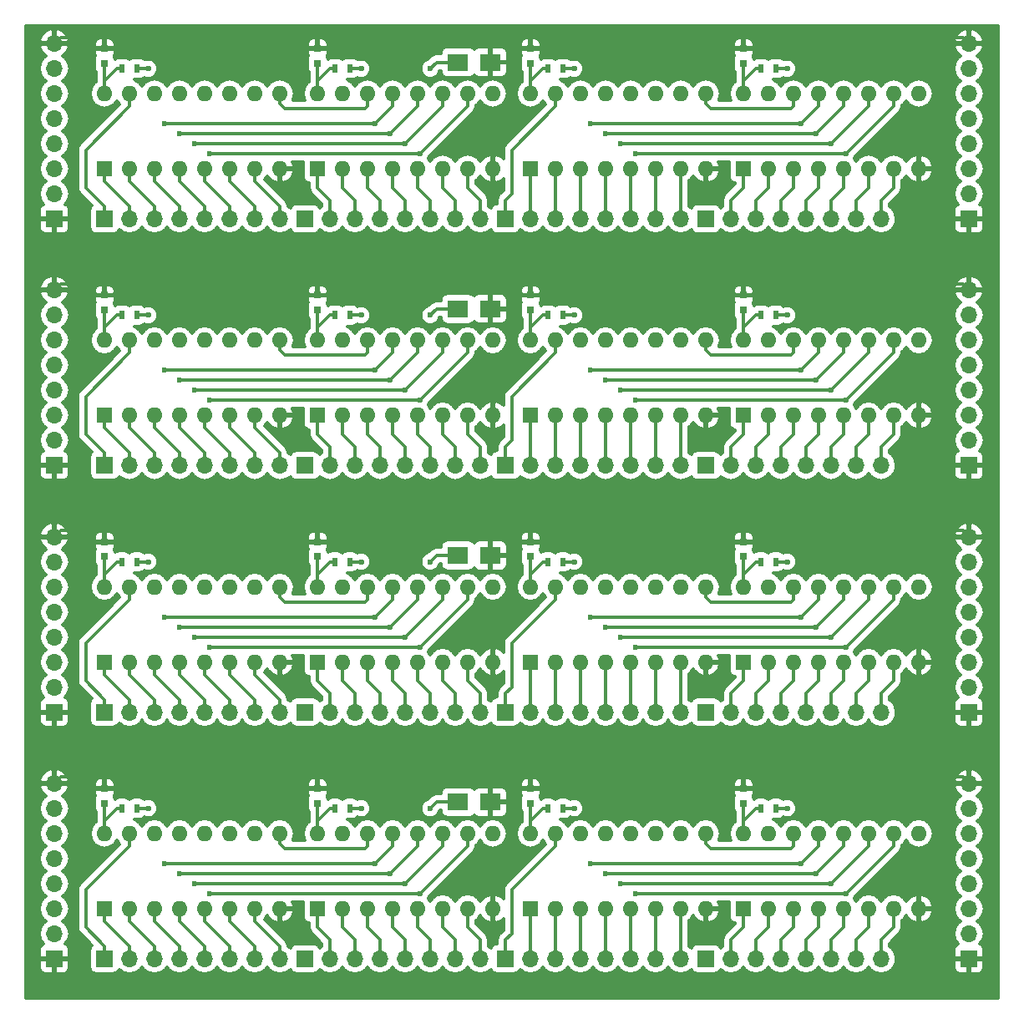
<source format=gbr>
G04 #@! TF.FileFunction,Copper,L1,Top,Signal*
%FSLAX46Y46*%
G04 Gerber Fmt 4.6, Leading zero omitted, Abs format (unit mm)*
G04 Created by KiCad (PCBNEW 4.0.6) date 07/03/17 20:38:37*
%MOMM*%
%LPD*%
G01*
G04 APERTURE LIST*
%ADD10C,0.100000*%
%ADD11R,0.500000X0.900000*%
%ADD12R,1.600000X1.600000*%
%ADD13O,1.600000X1.600000*%
%ADD14R,1.700000X1.700000*%
%ADD15O,1.700000X1.700000*%
%ADD16R,0.750000X0.800000*%
%ADD17R,2.150000X1.800000*%
%ADD18C,0.600000*%
%ADD19C,0.350000*%
G04 APERTURE END LIST*
D10*
D11*
X122670000Y-141040000D03*
X121170000Y-141040000D03*
X122670000Y-116040000D03*
X121170000Y-116040000D03*
X122670000Y-91040000D03*
X121170000Y-91040000D03*
D12*
X119380000Y-151200000D03*
D13*
X137160000Y-143580000D03*
X121920000Y-151200000D03*
X134620000Y-143580000D03*
X124460000Y-151200000D03*
X132080000Y-143580000D03*
X127000000Y-151200000D03*
X129540000Y-143580000D03*
X129540000Y-151200000D03*
X127000000Y-143580000D03*
X132080000Y-151200000D03*
X124460000Y-143580000D03*
X134620000Y-151200000D03*
X121920000Y-143580000D03*
X137160000Y-151200000D03*
X119380000Y-143580000D03*
D12*
X119380000Y-126200000D03*
D13*
X137160000Y-118580000D03*
X121920000Y-126200000D03*
X134620000Y-118580000D03*
X124460000Y-126200000D03*
X132080000Y-118580000D03*
X127000000Y-126200000D03*
X129540000Y-118580000D03*
X129540000Y-126200000D03*
X127000000Y-118580000D03*
X132080000Y-126200000D03*
X124460000Y-118580000D03*
X134620000Y-126200000D03*
X121920000Y-118580000D03*
X137160000Y-126200000D03*
X119380000Y-118580000D03*
D12*
X119380000Y-101200000D03*
D13*
X137160000Y-93580000D03*
X121920000Y-101200000D03*
X134620000Y-93580000D03*
X124460000Y-101200000D03*
X132080000Y-93580000D03*
X127000000Y-101200000D03*
X129540000Y-93580000D03*
X129540000Y-101200000D03*
X127000000Y-93580000D03*
X132080000Y-101200000D03*
X124460000Y-93580000D03*
X134620000Y-101200000D03*
X121920000Y-93580000D03*
X137160000Y-101200000D03*
X119380000Y-93580000D03*
D14*
X116840000Y-156280000D03*
D15*
X119380000Y-156280000D03*
X121920000Y-156280000D03*
X124460000Y-156280000D03*
X127000000Y-156280000D03*
X129540000Y-156280000D03*
X132080000Y-156280000D03*
X134620000Y-156280000D03*
D14*
X116840000Y-131280000D03*
D15*
X119380000Y-131280000D03*
X121920000Y-131280000D03*
X124460000Y-131280000D03*
X127000000Y-131280000D03*
X129540000Y-131280000D03*
X132080000Y-131280000D03*
X134620000Y-131280000D03*
D14*
X116840000Y-106280000D03*
D15*
X119380000Y-106280000D03*
X121920000Y-106280000D03*
X124460000Y-106280000D03*
X127000000Y-106280000D03*
X129540000Y-106280000D03*
X132080000Y-106280000D03*
X134620000Y-106280000D03*
D16*
X119380000Y-140520000D03*
X119380000Y-139020000D03*
X119380000Y-115520000D03*
X119380000Y-114020000D03*
X119380000Y-90520000D03*
X119380000Y-89020000D03*
D11*
X79490000Y-141040000D03*
X77990000Y-141040000D03*
X79490000Y-116040000D03*
X77990000Y-116040000D03*
X79490000Y-91040000D03*
X77990000Y-91040000D03*
D16*
X76200000Y-140520000D03*
X76200000Y-139020000D03*
X76200000Y-115520000D03*
X76200000Y-114020000D03*
X76200000Y-90520000D03*
X76200000Y-89020000D03*
D12*
X76200000Y-151200000D03*
D13*
X93980000Y-143580000D03*
X78740000Y-151200000D03*
X91440000Y-143580000D03*
X81280000Y-151200000D03*
X88900000Y-143580000D03*
X83820000Y-151200000D03*
X86360000Y-143580000D03*
X86360000Y-151200000D03*
X83820000Y-143580000D03*
X88900000Y-151200000D03*
X81280000Y-143580000D03*
X91440000Y-151200000D03*
X78740000Y-143580000D03*
X93980000Y-151200000D03*
X76200000Y-143580000D03*
D12*
X76200000Y-126200000D03*
D13*
X93980000Y-118580000D03*
X78740000Y-126200000D03*
X91440000Y-118580000D03*
X81280000Y-126200000D03*
X88900000Y-118580000D03*
X83820000Y-126200000D03*
X86360000Y-118580000D03*
X86360000Y-126200000D03*
X83820000Y-118580000D03*
X88900000Y-126200000D03*
X81280000Y-118580000D03*
X91440000Y-126200000D03*
X78740000Y-118580000D03*
X93980000Y-126200000D03*
X76200000Y-118580000D03*
D12*
X76200000Y-101200000D03*
D13*
X93980000Y-93580000D03*
X78740000Y-101200000D03*
X91440000Y-93580000D03*
X81280000Y-101200000D03*
X88900000Y-93580000D03*
X83820000Y-101200000D03*
X86360000Y-93580000D03*
X86360000Y-101200000D03*
X83820000Y-93580000D03*
X88900000Y-101200000D03*
X81280000Y-93580000D03*
X91440000Y-101200000D03*
X78740000Y-93580000D03*
X93980000Y-101200000D03*
X76200000Y-93580000D03*
D14*
X76200000Y-156280000D03*
D15*
X78740000Y-156280000D03*
X81280000Y-156280000D03*
X83820000Y-156280000D03*
X86360000Y-156280000D03*
X88900000Y-156280000D03*
X91440000Y-156280000D03*
X93980000Y-156280000D03*
D14*
X76200000Y-131280000D03*
D15*
X78740000Y-131280000D03*
X81280000Y-131280000D03*
X83820000Y-131280000D03*
X86360000Y-131280000D03*
X88900000Y-131280000D03*
X91440000Y-131280000D03*
X93980000Y-131280000D03*
D14*
X76200000Y-106280000D03*
D15*
X78740000Y-106280000D03*
X81280000Y-106280000D03*
X83820000Y-106280000D03*
X86360000Y-106280000D03*
X88900000Y-106280000D03*
X91440000Y-106280000D03*
X93980000Y-106280000D03*
D14*
X71120000Y-156280000D03*
D15*
X71120000Y-153740000D03*
X71120000Y-151200000D03*
X71120000Y-148660000D03*
X71120000Y-146120000D03*
X71120000Y-143580000D03*
X71120000Y-141040000D03*
X71120000Y-138500000D03*
D14*
X71120000Y-131280000D03*
D15*
X71120000Y-128740000D03*
X71120000Y-126200000D03*
X71120000Y-123660000D03*
X71120000Y-121120000D03*
X71120000Y-118580000D03*
X71120000Y-116040000D03*
X71120000Y-113500000D03*
D14*
X71120000Y-106280000D03*
D15*
X71120000Y-103740000D03*
X71120000Y-101200000D03*
X71120000Y-98660000D03*
X71120000Y-96120000D03*
X71120000Y-93580000D03*
X71120000Y-91040000D03*
X71120000Y-88500000D03*
D11*
X101080000Y-141040000D03*
X99580000Y-141040000D03*
X101080000Y-116040000D03*
X99580000Y-116040000D03*
X101080000Y-91040000D03*
X99580000Y-91040000D03*
D16*
X97790000Y-140520000D03*
X97790000Y-139020000D03*
X97790000Y-115520000D03*
X97790000Y-114020000D03*
X97790000Y-90520000D03*
X97790000Y-89020000D03*
D12*
X97790000Y-151200000D03*
D13*
X115570000Y-143580000D03*
X100330000Y-151200000D03*
X113030000Y-143580000D03*
X102870000Y-151200000D03*
X110490000Y-143580000D03*
X105410000Y-151200000D03*
X107950000Y-143580000D03*
X107950000Y-151200000D03*
X105410000Y-143580000D03*
X110490000Y-151200000D03*
X102870000Y-143580000D03*
X113030000Y-151200000D03*
X100330000Y-143580000D03*
X115570000Y-151200000D03*
X97790000Y-143580000D03*
D12*
X97790000Y-126200000D03*
D13*
X115570000Y-118580000D03*
X100330000Y-126200000D03*
X113030000Y-118580000D03*
X102870000Y-126200000D03*
X110490000Y-118580000D03*
X105410000Y-126200000D03*
X107950000Y-118580000D03*
X107950000Y-126200000D03*
X105410000Y-118580000D03*
X110490000Y-126200000D03*
X102870000Y-118580000D03*
X113030000Y-126200000D03*
X100330000Y-118580000D03*
X115570000Y-126200000D03*
X97790000Y-118580000D03*
D12*
X97790000Y-101200000D03*
D13*
X115570000Y-93580000D03*
X100330000Y-101200000D03*
X113030000Y-93580000D03*
X102870000Y-101200000D03*
X110490000Y-93580000D03*
X105410000Y-101200000D03*
X107950000Y-93580000D03*
X107950000Y-101200000D03*
X105410000Y-93580000D03*
X110490000Y-101200000D03*
X102870000Y-93580000D03*
X113030000Y-101200000D03*
X100330000Y-93580000D03*
X115570000Y-101200000D03*
X97790000Y-93580000D03*
D14*
X96520000Y-156280000D03*
D15*
X99060000Y-156280000D03*
X101600000Y-156280000D03*
X104140000Y-156280000D03*
X106680000Y-156280000D03*
X109220000Y-156280000D03*
X111760000Y-156280000D03*
X114300000Y-156280000D03*
D14*
X96520000Y-131280000D03*
D15*
X99060000Y-131280000D03*
X101600000Y-131280000D03*
X104140000Y-131280000D03*
X106680000Y-131280000D03*
X109220000Y-131280000D03*
X111760000Y-131280000D03*
X114300000Y-131280000D03*
D14*
X96520000Y-106280000D03*
D15*
X99060000Y-106280000D03*
X101600000Y-106280000D03*
X104140000Y-106280000D03*
X106680000Y-106280000D03*
X109220000Y-106280000D03*
X111760000Y-106280000D03*
X114300000Y-106280000D03*
D17*
X112040000Y-140405000D03*
X115290000Y-140405000D03*
X112040000Y-115405000D03*
X115290000Y-115405000D03*
X112040000Y-90405000D03*
X115290000Y-90405000D03*
D11*
X144260000Y-141040000D03*
X142760000Y-141040000D03*
X144260000Y-116040000D03*
X142760000Y-116040000D03*
X144260000Y-91040000D03*
X142760000Y-91040000D03*
D16*
X140970000Y-140520000D03*
X140970000Y-139020000D03*
X140970000Y-115520000D03*
X140970000Y-114020000D03*
X140970000Y-90520000D03*
X140970000Y-89020000D03*
D14*
X137160000Y-156280000D03*
D15*
X139700000Y-156280000D03*
X142240000Y-156280000D03*
X144780000Y-156280000D03*
X147320000Y-156280000D03*
X149860000Y-156280000D03*
X152400000Y-156280000D03*
X154940000Y-156280000D03*
D14*
X137160000Y-131280000D03*
D15*
X139700000Y-131280000D03*
X142240000Y-131280000D03*
X144780000Y-131280000D03*
X147320000Y-131280000D03*
X149860000Y-131280000D03*
X152400000Y-131280000D03*
X154940000Y-131280000D03*
D14*
X137160000Y-106280000D03*
D15*
X139700000Y-106280000D03*
X142240000Y-106280000D03*
X144780000Y-106280000D03*
X147320000Y-106280000D03*
X149860000Y-106280000D03*
X152400000Y-106280000D03*
X154940000Y-106280000D03*
D12*
X140970000Y-151200000D03*
D13*
X158750000Y-143580000D03*
X143510000Y-151200000D03*
X156210000Y-143580000D03*
X146050000Y-151200000D03*
X153670000Y-143580000D03*
X148590000Y-151200000D03*
X151130000Y-143580000D03*
X151130000Y-151200000D03*
X148590000Y-143580000D03*
X153670000Y-151200000D03*
X146050000Y-143580000D03*
X156210000Y-151200000D03*
X143510000Y-143580000D03*
X158750000Y-151200000D03*
X140970000Y-143580000D03*
D12*
X140970000Y-126200000D03*
D13*
X158750000Y-118580000D03*
X143510000Y-126200000D03*
X156210000Y-118580000D03*
X146050000Y-126200000D03*
X153670000Y-118580000D03*
X148590000Y-126200000D03*
X151130000Y-118580000D03*
X151130000Y-126200000D03*
X148590000Y-118580000D03*
X153670000Y-126200000D03*
X146050000Y-118580000D03*
X156210000Y-126200000D03*
X143510000Y-118580000D03*
X158750000Y-126200000D03*
X140970000Y-118580000D03*
D12*
X140970000Y-101200000D03*
D13*
X158750000Y-93580000D03*
X143510000Y-101200000D03*
X156210000Y-93580000D03*
X146050000Y-101200000D03*
X153670000Y-93580000D03*
X148590000Y-101200000D03*
X151130000Y-93580000D03*
X151130000Y-101200000D03*
X148590000Y-93580000D03*
X153670000Y-101200000D03*
X146050000Y-93580000D03*
X156210000Y-101200000D03*
X143510000Y-93580000D03*
X158750000Y-101200000D03*
X140970000Y-93580000D03*
D14*
X163830000Y-156280000D03*
D15*
X163830000Y-153740000D03*
X163830000Y-151200000D03*
X163830000Y-148660000D03*
X163830000Y-146120000D03*
X163830000Y-143580000D03*
X163830000Y-141040000D03*
X163830000Y-138500000D03*
D14*
X163830000Y-131280000D03*
D15*
X163830000Y-128740000D03*
X163830000Y-126200000D03*
X163830000Y-123660000D03*
X163830000Y-121120000D03*
X163830000Y-118580000D03*
X163830000Y-116040000D03*
X163830000Y-113500000D03*
D14*
X163830000Y-106280000D03*
D15*
X163830000Y-103740000D03*
X163830000Y-101200000D03*
X163830000Y-98660000D03*
X163830000Y-96120000D03*
X163830000Y-93580000D03*
X163830000Y-91040000D03*
X163830000Y-88500000D03*
D12*
X140970000Y-76200000D03*
D13*
X158750000Y-68580000D03*
X143510000Y-76200000D03*
X156210000Y-68580000D03*
X146050000Y-76200000D03*
X153670000Y-68580000D03*
X148590000Y-76200000D03*
X151130000Y-68580000D03*
X151130000Y-76200000D03*
X148590000Y-68580000D03*
X153670000Y-76200000D03*
X146050000Y-68580000D03*
X156210000Y-76200000D03*
X143510000Y-68580000D03*
X158750000Y-76200000D03*
X140970000Y-68580000D03*
D14*
X76200000Y-81280000D03*
D15*
X78740000Y-81280000D03*
X81280000Y-81280000D03*
X83820000Y-81280000D03*
X86360000Y-81280000D03*
X88900000Y-81280000D03*
X91440000Y-81280000D03*
X93980000Y-81280000D03*
D14*
X96520000Y-81280000D03*
D15*
X99060000Y-81280000D03*
X101600000Y-81280000D03*
X104140000Y-81280000D03*
X106680000Y-81280000D03*
X109220000Y-81280000D03*
X111760000Y-81280000D03*
X114300000Y-81280000D03*
D14*
X116840000Y-81280000D03*
D15*
X119380000Y-81280000D03*
X121920000Y-81280000D03*
X124460000Y-81280000D03*
X127000000Y-81280000D03*
X129540000Y-81280000D03*
X132080000Y-81280000D03*
X134620000Y-81280000D03*
D14*
X137160000Y-81280000D03*
D15*
X139700000Y-81280000D03*
X142240000Y-81280000D03*
X144780000Y-81280000D03*
X147320000Y-81280000D03*
X149860000Y-81280000D03*
X152400000Y-81280000D03*
X154940000Y-81280000D03*
D12*
X76200000Y-76200000D03*
D13*
X93980000Y-68580000D03*
X78740000Y-76200000D03*
X91440000Y-68580000D03*
X81280000Y-76200000D03*
X88900000Y-68580000D03*
X83820000Y-76200000D03*
X86360000Y-68580000D03*
X86360000Y-76200000D03*
X83820000Y-68580000D03*
X88900000Y-76200000D03*
X81280000Y-68580000D03*
X91440000Y-76200000D03*
X78740000Y-68580000D03*
X93980000Y-76200000D03*
X76200000Y-68580000D03*
D12*
X97790000Y-76200000D03*
D13*
X115570000Y-68580000D03*
X100330000Y-76200000D03*
X113030000Y-68580000D03*
X102870000Y-76200000D03*
X110490000Y-68580000D03*
X105410000Y-76200000D03*
X107950000Y-68580000D03*
X107950000Y-76200000D03*
X105410000Y-68580000D03*
X110490000Y-76200000D03*
X102870000Y-68580000D03*
X113030000Y-76200000D03*
X100330000Y-68580000D03*
X115570000Y-76200000D03*
X97790000Y-68580000D03*
D12*
X119380000Y-76200000D03*
D13*
X137160000Y-68580000D03*
X121920000Y-76200000D03*
X134620000Y-68580000D03*
X124460000Y-76200000D03*
X132080000Y-68580000D03*
X127000000Y-76200000D03*
X129540000Y-68580000D03*
X129540000Y-76200000D03*
X127000000Y-68580000D03*
X132080000Y-76200000D03*
X124460000Y-68580000D03*
X134620000Y-76200000D03*
X121920000Y-68580000D03*
X137160000Y-76200000D03*
X119380000Y-68580000D03*
D16*
X76200000Y-65520000D03*
X76200000Y-64020000D03*
X97790000Y-65520000D03*
X97790000Y-64020000D03*
X119380000Y-65520000D03*
X119380000Y-64020000D03*
X140970000Y-65520000D03*
X140970000Y-64020000D03*
D17*
X112040000Y-65405000D03*
X115290000Y-65405000D03*
D14*
X71120000Y-81280000D03*
D15*
X71120000Y-78740000D03*
X71120000Y-76200000D03*
X71120000Y-73660000D03*
X71120000Y-71120000D03*
X71120000Y-68580000D03*
X71120000Y-66040000D03*
X71120000Y-63500000D03*
D14*
X163830000Y-81280000D03*
D15*
X163830000Y-78740000D03*
X163830000Y-76200000D03*
X163830000Y-73660000D03*
X163830000Y-71120000D03*
X163830000Y-68580000D03*
X163830000Y-66040000D03*
X163830000Y-63500000D03*
D11*
X79490000Y-66040000D03*
X77990000Y-66040000D03*
X101080000Y-66040000D03*
X99580000Y-66040000D03*
X122670000Y-66040000D03*
X121170000Y-66040000D03*
X144260000Y-66040000D03*
X142760000Y-66040000D03*
D18*
X95885000Y-142310000D03*
X95885000Y-117310000D03*
X95885000Y-92310000D03*
X139065000Y-142310000D03*
X139065000Y-117310000D03*
X139065000Y-92310000D03*
X95885000Y-67310000D03*
X139065000Y-67310000D03*
X102235000Y-141040000D03*
X102235000Y-116040000D03*
X102235000Y-91040000D03*
X109220000Y-141040000D03*
X109220000Y-116040000D03*
X109220000Y-91040000D03*
X145415000Y-141040000D03*
X145415000Y-116040000D03*
X145415000Y-91040000D03*
X123825000Y-141040000D03*
X123825000Y-116040000D03*
X123825000Y-91040000D03*
X80645000Y-141040000D03*
X80645000Y-116040000D03*
X80645000Y-91040000D03*
X109220000Y-66040000D03*
X80645000Y-66040000D03*
X102235000Y-66040000D03*
X123825000Y-66040000D03*
X145415000Y-66040000D03*
X108204000Y-149676000D03*
X108204000Y-124676000D03*
X108204000Y-99676000D03*
X151384000Y-149676000D03*
X151384000Y-124676000D03*
X151384000Y-99676000D03*
X130048000Y-149676000D03*
X130048000Y-124676000D03*
X130048000Y-99676000D03*
X86868000Y-149676000D03*
X86868000Y-124676000D03*
X86868000Y-99676000D03*
X151384000Y-74676000D03*
X130048000Y-74676000D03*
X108204000Y-74676000D03*
X86868000Y-74676000D03*
X106680000Y-148660000D03*
X106680000Y-123660000D03*
X106680000Y-98660000D03*
X149860000Y-148660000D03*
X149860000Y-123660000D03*
X149860000Y-98660000D03*
X128524000Y-148660000D03*
X128524000Y-123660000D03*
X128524000Y-98660000D03*
X85344000Y-148660000D03*
X85344000Y-123660000D03*
X85344000Y-98660000D03*
X149860000Y-73660000D03*
X128524000Y-73660000D03*
X106680000Y-73660000D03*
X85344000Y-73660000D03*
X105156000Y-147644000D03*
X105156000Y-122644000D03*
X105156000Y-97644000D03*
X148336000Y-147644000D03*
X148336000Y-122644000D03*
X148336000Y-97644000D03*
X127000000Y-147644000D03*
X127000000Y-122644000D03*
X127000000Y-97644000D03*
X83820000Y-147644000D03*
X83820000Y-122644000D03*
X83820000Y-97644000D03*
X127000000Y-72644000D03*
X148336000Y-72644000D03*
X105156000Y-72644000D03*
X83820000Y-72644000D03*
X103632000Y-146628000D03*
X103632000Y-121628000D03*
X103632000Y-96628000D03*
X146812000Y-146628000D03*
X146812000Y-121628000D03*
X146812000Y-96628000D03*
X125476000Y-146628000D03*
X125476000Y-121628000D03*
X125476000Y-96628000D03*
X82296000Y-146628000D03*
X82296000Y-121628000D03*
X82296000Y-96628000D03*
X146812000Y-71628000D03*
X125476000Y-71628000D03*
X103632000Y-71628000D03*
X82296000Y-71628000D03*
D19*
X139065000Y-137865000D02*
X140970000Y-137865000D01*
X139065000Y-112865000D02*
X140970000Y-112865000D01*
X139065000Y-87865000D02*
X140970000Y-87865000D01*
X139065000Y-142310000D02*
X139065000Y-137865000D01*
X139065000Y-117310000D02*
X139065000Y-112865000D01*
X139065000Y-92310000D02*
X139065000Y-87865000D01*
X116840000Y-140405000D02*
X117475000Y-139770000D01*
X116840000Y-115405000D02*
X117475000Y-114770000D01*
X116840000Y-90405000D02*
X117475000Y-89770000D01*
X119380000Y-137865000D02*
X139065000Y-137865000D01*
X119380000Y-112865000D02*
X139065000Y-112865000D01*
X119380000Y-87865000D02*
X139065000Y-87865000D01*
X117475000Y-145485000D02*
X117475000Y-139770000D01*
X117475000Y-120485000D02*
X117475000Y-114770000D01*
X117475000Y-95485000D02*
X117475000Y-89770000D01*
X115570000Y-151200000D02*
X115570000Y-147390000D01*
X115570000Y-126200000D02*
X115570000Y-122390000D01*
X115570000Y-101200000D02*
X115570000Y-97390000D01*
X115570000Y-147390000D02*
X117475000Y-145485000D01*
X115570000Y-122390000D02*
X117475000Y-120485000D01*
X115570000Y-97390000D02*
X117475000Y-95485000D01*
X97790000Y-137865000D02*
X99060000Y-137865000D01*
X97790000Y-112865000D02*
X99060000Y-112865000D01*
X97790000Y-87865000D02*
X99060000Y-87865000D01*
X119380000Y-137865000D02*
X119380000Y-139020000D01*
X119380000Y-112865000D02*
X119380000Y-114020000D01*
X119380000Y-87865000D02*
X119380000Y-89020000D01*
X99060000Y-137865000D02*
X117475000Y-137865000D01*
X99060000Y-112865000D02*
X117475000Y-112865000D01*
X99060000Y-87865000D02*
X117475000Y-87865000D01*
X97790000Y-139020000D02*
X97790000Y-137865000D01*
X97790000Y-114020000D02*
X97790000Y-112865000D01*
X97790000Y-89020000D02*
X97790000Y-87865000D01*
X117475000Y-139770000D02*
X117475000Y-137865000D01*
X117475000Y-114770000D02*
X117475000Y-112865000D01*
X117475000Y-89770000D02*
X117475000Y-87865000D01*
X117475000Y-137865000D02*
X119380000Y-137865000D01*
X117475000Y-112865000D02*
X119380000Y-112865000D01*
X117475000Y-87865000D02*
X119380000Y-87865000D01*
X76200000Y-137865000D02*
X71755000Y-137865000D01*
X76200000Y-112865000D02*
X71755000Y-112865000D01*
X76200000Y-87865000D02*
X71755000Y-87865000D01*
X71755000Y-137865000D02*
X71120000Y-138500000D01*
X71755000Y-112865000D02*
X71120000Y-113500000D01*
X71755000Y-87865000D02*
X71120000Y-88500000D01*
X76200000Y-137865000D02*
X76200000Y-139020000D01*
X76200000Y-112865000D02*
X76200000Y-114020000D01*
X76200000Y-87865000D02*
X76200000Y-89020000D01*
X95885000Y-142310000D02*
X95885000Y-137865000D01*
X95885000Y-117310000D02*
X95885000Y-112865000D01*
X95885000Y-92310000D02*
X95885000Y-87865000D01*
X95885000Y-137865000D02*
X97790000Y-137865000D01*
X95885000Y-112865000D02*
X97790000Y-112865000D01*
X95885000Y-87865000D02*
X97790000Y-87865000D01*
X76200000Y-137865000D02*
X95885000Y-137865000D01*
X76200000Y-112865000D02*
X95885000Y-112865000D01*
X76200000Y-87865000D02*
X95885000Y-87865000D01*
X115290000Y-140405000D02*
X116840000Y-140405000D01*
X115290000Y-115405000D02*
X116840000Y-115405000D01*
X115290000Y-90405000D02*
X116840000Y-90405000D01*
X140970000Y-139020000D02*
X140970000Y-137865000D01*
X140970000Y-114020000D02*
X140970000Y-112865000D01*
X140970000Y-89020000D02*
X140970000Y-87865000D01*
X163195000Y-137865000D02*
X163830000Y-138500000D01*
X163195000Y-112865000D02*
X163830000Y-113500000D01*
X163195000Y-87865000D02*
X163830000Y-88500000D01*
X140970000Y-137865000D02*
X163195000Y-137865000D01*
X140970000Y-112865000D02*
X163195000Y-112865000D01*
X140970000Y-87865000D02*
X163195000Y-87865000D01*
X158750000Y-152470000D02*
X162560000Y-156280000D01*
X158750000Y-127470000D02*
X162560000Y-131280000D01*
X158750000Y-102470000D02*
X162560000Y-106280000D01*
X158750000Y-151200000D02*
X158750000Y-152470000D01*
X158750000Y-126200000D02*
X158750000Y-127470000D01*
X158750000Y-101200000D02*
X158750000Y-102470000D01*
X162560000Y-156280000D02*
X163830000Y-156280000D01*
X162560000Y-131280000D02*
X163830000Y-131280000D01*
X162560000Y-106280000D02*
X163830000Y-106280000D01*
X76200000Y-62865000D02*
X95885000Y-62865000D01*
X140970000Y-64020000D02*
X140970000Y-62865000D01*
X97790000Y-64020000D02*
X97790000Y-62865000D01*
X95885000Y-67310000D02*
X95885000Y-62865000D01*
X139065000Y-67310000D02*
X139065000Y-62865000D01*
X115570000Y-76200000D02*
X115570000Y-72390000D01*
X117475000Y-70485000D02*
X117475000Y-64770000D01*
X115570000Y-72390000D02*
X117475000Y-70485000D01*
X115290000Y-65405000D02*
X116840000Y-65405000D01*
X117475000Y-64770000D02*
X117475000Y-62865000D01*
X116840000Y-65405000D02*
X117475000Y-64770000D01*
X158750000Y-76200000D02*
X158750000Y-77470000D01*
X162560000Y-81280000D02*
X163830000Y-81280000D01*
X158750000Y-77470000D02*
X162560000Y-81280000D01*
X119380000Y-62865000D02*
X139065000Y-62865000D01*
X139065000Y-62865000D02*
X140970000Y-62865000D01*
X140970000Y-62865000D02*
X163195000Y-62865000D01*
X163195000Y-62865000D02*
X163830000Y-63500000D01*
X95885000Y-62865000D02*
X97790000Y-62865000D01*
X97790000Y-62865000D02*
X99060000Y-62865000D01*
X99060000Y-62865000D02*
X117475000Y-62865000D01*
X117475000Y-62865000D02*
X119380000Y-62865000D01*
X76200000Y-62865000D02*
X71755000Y-62865000D01*
X71755000Y-62865000D02*
X71120000Y-63500000D01*
X76200000Y-62865000D02*
X76200000Y-64020000D01*
X119380000Y-62865000D02*
X119380000Y-64020000D01*
X119380000Y-143580000D02*
X119380000Y-142310000D01*
X119380000Y-118580000D02*
X119380000Y-117310000D01*
X119380000Y-93580000D02*
X119380000Y-92310000D01*
X120650000Y-141040000D02*
X121170000Y-141040000D01*
X120650000Y-116040000D02*
X121170000Y-116040000D01*
X120650000Y-91040000D02*
X121170000Y-91040000D01*
X119380000Y-142310000D02*
X120650000Y-141040000D01*
X119380000Y-117310000D02*
X120650000Y-116040000D01*
X119380000Y-92310000D02*
X120650000Y-91040000D01*
X119380000Y-143580000D02*
X119380000Y-140520000D01*
X119380000Y-118580000D02*
X119380000Y-115520000D01*
X119380000Y-93580000D02*
X119380000Y-90520000D01*
X77990000Y-141040000D02*
X77470000Y-141040000D01*
X77990000Y-116040000D02*
X77470000Y-116040000D01*
X77990000Y-91040000D02*
X77470000Y-91040000D01*
X77470000Y-141040000D02*
X76200000Y-142310000D01*
X77470000Y-116040000D02*
X76200000Y-117310000D01*
X77470000Y-91040000D02*
X76200000Y-92310000D01*
X76200000Y-143580000D02*
X76200000Y-142310000D01*
X76200000Y-118580000D02*
X76200000Y-117310000D01*
X76200000Y-93580000D02*
X76200000Y-92310000D01*
X97790000Y-143580000D02*
X97790000Y-140520000D01*
X97790000Y-118580000D02*
X97790000Y-115520000D01*
X97790000Y-93580000D02*
X97790000Y-90520000D01*
X99060000Y-141040000D02*
X99580000Y-141040000D01*
X99060000Y-116040000D02*
X99580000Y-116040000D01*
X99060000Y-91040000D02*
X99580000Y-91040000D01*
X97790000Y-143580000D02*
X97790000Y-142310000D01*
X97790000Y-118580000D02*
X97790000Y-117310000D01*
X97790000Y-93580000D02*
X97790000Y-92310000D01*
X97790000Y-142310000D02*
X99060000Y-141040000D01*
X97790000Y-117310000D02*
X99060000Y-116040000D01*
X97790000Y-92310000D02*
X99060000Y-91040000D01*
X76200000Y-142310000D02*
X76200000Y-140520000D01*
X76200000Y-117310000D02*
X76200000Y-115520000D01*
X76200000Y-92310000D02*
X76200000Y-90520000D01*
X142240000Y-141040000D02*
X142760000Y-141040000D01*
X142240000Y-116040000D02*
X142760000Y-116040000D01*
X142240000Y-91040000D02*
X142760000Y-91040000D01*
X140970000Y-141040000D02*
X140970000Y-140520000D01*
X140970000Y-116040000D02*
X140970000Y-115520000D01*
X140970000Y-91040000D02*
X140970000Y-90520000D01*
X140970000Y-142310000D02*
X142240000Y-141040000D01*
X140970000Y-117310000D02*
X142240000Y-116040000D01*
X140970000Y-92310000D02*
X142240000Y-91040000D01*
X140970000Y-142310000D02*
X140970000Y-141040000D01*
X140970000Y-117310000D02*
X140970000Y-116040000D01*
X140970000Y-92310000D02*
X140970000Y-91040000D01*
X140970000Y-143580000D02*
X140970000Y-142310000D01*
X140970000Y-118580000D02*
X140970000Y-117310000D01*
X140970000Y-93580000D02*
X140970000Y-92310000D01*
X140970000Y-67310000D02*
X142240000Y-66040000D01*
X140970000Y-68580000D02*
X140970000Y-67310000D01*
X140970000Y-67310000D02*
X140970000Y-66040000D01*
X140970000Y-66040000D02*
X140970000Y-65520000D01*
X119380000Y-68580000D02*
X119380000Y-67310000D01*
X120650000Y-66040000D02*
X121170000Y-66040000D01*
X119380000Y-67310000D02*
X120650000Y-66040000D01*
X119380000Y-68580000D02*
X119380000Y-65520000D01*
X97790000Y-68580000D02*
X97790000Y-67310000D01*
X99060000Y-66040000D02*
X99580000Y-66040000D01*
X97790000Y-67310000D02*
X99060000Y-66040000D01*
X97790000Y-68580000D02*
X97790000Y-65520000D01*
X142240000Y-66040000D02*
X142760000Y-66040000D01*
X77990000Y-66040000D02*
X77470000Y-66040000D01*
X77470000Y-66040000D02*
X76200000Y-67310000D01*
X76200000Y-68580000D02*
X76200000Y-67310000D01*
X76200000Y-67310000D02*
X76200000Y-65520000D01*
X78740000Y-152470000D02*
X78740000Y-151200000D01*
X78740000Y-127470000D02*
X78740000Y-126200000D01*
X78740000Y-102470000D02*
X78740000Y-101200000D01*
X81280000Y-156280000D02*
X81280000Y-155010000D01*
X81280000Y-131280000D02*
X81280000Y-130010000D01*
X81280000Y-106280000D02*
X81280000Y-105010000D01*
X81280000Y-155010000D02*
X78740000Y-152470000D01*
X81280000Y-130010000D02*
X78740000Y-127470000D01*
X81280000Y-105010000D02*
X78740000Y-102470000D01*
X81280000Y-81280000D02*
X81280000Y-80010000D01*
X78740000Y-77470000D02*
X78740000Y-76200000D01*
X81280000Y-80010000D02*
X78740000Y-77470000D01*
X81280000Y-152470000D02*
X81280000Y-151200000D01*
X81280000Y-127470000D02*
X81280000Y-126200000D01*
X81280000Y-102470000D02*
X81280000Y-101200000D01*
X83820000Y-156280000D02*
X83820000Y-155010000D01*
X83820000Y-131280000D02*
X83820000Y-130010000D01*
X83820000Y-106280000D02*
X83820000Y-105010000D01*
X83820000Y-155010000D02*
X81280000Y-152470000D01*
X83820000Y-130010000D02*
X81280000Y-127470000D01*
X83820000Y-105010000D02*
X81280000Y-102470000D01*
X83820000Y-81280000D02*
X83820000Y-80010000D01*
X81280000Y-77470000D02*
X81280000Y-76200000D01*
X83820000Y-80010000D02*
X81280000Y-77470000D01*
X86360000Y-155010000D02*
X83820000Y-152470000D01*
X86360000Y-130010000D02*
X83820000Y-127470000D01*
X86360000Y-105010000D02*
X83820000Y-102470000D01*
X86360000Y-156280000D02*
X86360000Y-155010000D01*
X86360000Y-131280000D02*
X86360000Y-130010000D01*
X86360000Y-106280000D02*
X86360000Y-105010000D01*
X83820000Y-152470000D02*
X83820000Y-151200000D01*
X83820000Y-127470000D02*
X83820000Y-126200000D01*
X83820000Y-102470000D02*
X83820000Y-101200000D01*
X86360000Y-81280000D02*
X86360000Y-80010000D01*
X83820000Y-77470000D02*
X83820000Y-76200000D01*
X86360000Y-80010000D02*
X83820000Y-77470000D01*
X86360000Y-152470000D02*
X86360000Y-151200000D01*
X86360000Y-127470000D02*
X86360000Y-126200000D01*
X86360000Y-102470000D02*
X86360000Y-101200000D01*
X88900000Y-156280000D02*
X88900000Y-155010000D01*
X88900000Y-131280000D02*
X88900000Y-130010000D01*
X88900000Y-106280000D02*
X88900000Y-105010000D01*
X88900000Y-155010000D02*
X86360000Y-152470000D01*
X88900000Y-130010000D02*
X86360000Y-127470000D01*
X88900000Y-105010000D02*
X86360000Y-102470000D01*
X88900000Y-81280000D02*
X88900000Y-80010000D01*
X86360000Y-77470000D02*
X86360000Y-76200000D01*
X88900000Y-80010000D02*
X86360000Y-77470000D01*
X88900000Y-152470000D02*
X88900000Y-151200000D01*
X88900000Y-127470000D02*
X88900000Y-126200000D01*
X88900000Y-102470000D02*
X88900000Y-101200000D01*
X91440000Y-156280000D02*
X91440000Y-155010000D01*
X91440000Y-131280000D02*
X91440000Y-130010000D01*
X91440000Y-106280000D02*
X91440000Y-105010000D01*
X91440000Y-155010000D02*
X88900000Y-152470000D01*
X91440000Y-130010000D02*
X88900000Y-127470000D01*
X91440000Y-105010000D02*
X88900000Y-102470000D01*
X91440000Y-81280000D02*
X91440000Y-80010000D01*
X88900000Y-77470000D02*
X88900000Y-76200000D01*
X91440000Y-80010000D02*
X88900000Y-77470000D01*
X101600000Y-154375000D02*
X100330000Y-153105000D01*
X101600000Y-129375000D02*
X100330000Y-128105000D01*
X101600000Y-104375000D02*
X100330000Y-103105000D01*
X100330000Y-153105000D02*
X100330000Y-151200000D01*
X100330000Y-128105000D02*
X100330000Y-126200000D01*
X100330000Y-103105000D02*
X100330000Y-101200000D01*
X101600000Y-156280000D02*
X101600000Y-154375000D01*
X101600000Y-131280000D02*
X101600000Y-129375000D01*
X101600000Y-106280000D02*
X101600000Y-104375000D01*
X101600000Y-81280000D02*
X101600000Y-79375000D01*
X100330000Y-78105000D02*
X100330000Y-76200000D01*
X101600000Y-79375000D02*
X100330000Y-78105000D01*
X121920000Y-144850000D02*
X121920000Y-143580000D01*
X121920000Y-119850000D02*
X121920000Y-118580000D01*
X121920000Y-94850000D02*
X121920000Y-93580000D01*
X117475000Y-153740000D02*
X117475000Y-149295000D01*
X117475000Y-128740000D02*
X117475000Y-124295000D01*
X117475000Y-103740000D02*
X117475000Y-99295000D01*
X116840000Y-156280000D02*
X116840000Y-154375000D01*
X116840000Y-131280000D02*
X116840000Y-129375000D01*
X116840000Y-106280000D02*
X116840000Y-104375000D01*
X116840000Y-154375000D02*
X117475000Y-153740000D01*
X116840000Y-129375000D02*
X117475000Y-128740000D01*
X116840000Y-104375000D02*
X117475000Y-103740000D01*
X117475000Y-149295000D02*
X121920000Y-144850000D01*
X117475000Y-124295000D02*
X121920000Y-119850000D01*
X117475000Y-99295000D02*
X121920000Y-94850000D01*
X116840000Y-81280000D02*
X116840000Y-79375000D01*
X121920000Y-69850000D02*
X121920000Y-68580000D01*
X117475000Y-74295000D02*
X121920000Y-69850000D01*
X117475000Y-78740000D02*
X117475000Y-74295000D01*
X116840000Y-79375000D02*
X117475000Y-78740000D01*
X119380000Y-156280000D02*
X119380000Y-151200000D01*
X119380000Y-131280000D02*
X119380000Y-126200000D01*
X119380000Y-106280000D02*
X119380000Y-101200000D01*
X119380000Y-81280000D02*
X119380000Y-76200000D01*
X121920000Y-156280000D02*
X121920000Y-151200000D01*
X121920000Y-131280000D02*
X121920000Y-126200000D01*
X121920000Y-106280000D02*
X121920000Y-101200000D01*
X121920000Y-81280000D02*
X121920000Y-76200000D01*
X124460000Y-156280000D02*
X124460000Y-151200000D01*
X124460000Y-131280000D02*
X124460000Y-126200000D01*
X124460000Y-106280000D02*
X124460000Y-101200000D01*
X124460000Y-81280000D02*
X124460000Y-76200000D01*
X127000000Y-156280000D02*
X127000000Y-151200000D01*
X127000000Y-131280000D02*
X127000000Y-126200000D01*
X127000000Y-106280000D02*
X127000000Y-101200000D01*
X127000000Y-81280000D02*
X127000000Y-76200000D01*
X129540000Y-156280000D02*
X129540000Y-151200000D01*
X129540000Y-131280000D02*
X129540000Y-126200000D01*
X129540000Y-106280000D02*
X129540000Y-101200000D01*
X129540000Y-81280000D02*
X129540000Y-76200000D01*
X132080000Y-156280000D02*
X132080000Y-151200000D01*
X132080000Y-131280000D02*
X132080000Y-126200000D01*
X132080000Y-106280000D02*
X132080000Y-101200000D01*
X132080000Y-81280000D02*
X132080000Y-76200000D01*
X134620000Y-156280000D02*
X134620000Y-151200000D01*
X134620000Y-131280000D02*
X134620000Y-126200000D01*
X134620000Y-106280000D02*
X134620000Y-101200000D01*
X134620000Y-81280000D02*
X134620000Y-76200000D01*
X139700000Y-154375000D02*
X140970000Y-153105000D01*
X139700000Y-129375000D02*
X140970000Y-128105000D01*
X139700000Y-104375000D02*
X140970000Y-103105000D01*
X139700000Y-156280000D02*
X139700000Y-154375000D01*
X139700000Y-131280000D02*
X139700000Y-129375000D01*
X139700000Y-106280000D02*
X139700000Y-104375000D01*
X140970000Y-153105000D02*
X140970000Y-151200000D01*
X140970000Y-128105000D02*
X140970000Y-126200000D01*
X140970000Y-103105000D02*
X140970000Y-101200000D01*
X139700000Y-81280000D02*
X139700000Y-79375000D01*
X140970000Y-78105000D02*
X140970000Y-76200000D01*
X139700000Y-79375000D02*
X140970000Y-78105000D01*
X142240000Y-154375000D02*
X143510000Y-153105000D01*
X142240000Y-129375000D02*
X143510000Y-128105000D01*
X142240000Y-104375000D02*
X143510000Y-103105000D01*
X143510000Y-153105000D02*
X143510000Y-151200000D01*
X143510000Y-128105000D02*
X143510000Y-126200000D01*
X143510000Y-103105000D02*
X143510000Y-101200000D01*
X142240000Y-156280000D02*
X142240000Y-154375000D01*
X142240000Y-131280000D02*
X142240000Y-129375000D01*
X142240000Y-106280000D02*
X142240000Y-104375000D01*
X142240000Y-81280000D02*
X142240000Y-79375000D01*
X143510000Y-78105000D02*
X143510000Y-76200000D01*
X142240000Y-79375000D02*
X143510000Y-78105000D01*
X144780000Y-156280000D02*
X144780000Y-154375000D01*
X144780000Y-131280000D02*
X144780000Y-129375000D01*
X144780000Y-106280000D02*
X144780000Y-104375000D01*
X144780000Y-154375000D02*
X146050000Y-153105000D01*
X144780000Y-129375000D02*
X146050000Y-128105000D01*
X144780000Y-104375000D02*
X146050000Y-103105000D01*
X146050000Y-153105000D02*
X146050000Y-151200000D01*
X146050000Y-128105000D02*
X146050000Y-126200000D01*
X146050000Y-103105000D02*
X146050000Y-101200000D01*
X146050000Y-78105000D02*
X146050000Y-76200000D01*
X144780000Y-79375000D02*
X146050000Y-78105000D01*
X144780000Y-81280000D02*
X144780000Y-79375000D01*
X147320000Y-156280000D02*
X147320000Y-154375000D01*
X147320000Y-131280000D02*
X147320000Y-129375000D01*
X147320000Y-106280000D02*
X147320000Y-104375000D01*
X147320000Y-154375000D02*
X148590000Y-153105000D01*
X147320000Y-129375000D02*
X148590000Y-128105000D01*
X147320000Y-104375000D02*
X148590000Y-103105000D01*
X148590000Y-153105000D02*
X148590000Y-151200000D01*
X148590000Y-128105000D02*
X148590000Y-126200000D01*
X148590000Y-103105000D02*
X148590000Y-101200000D01*
X148590000Y-78105000D02*
X148590000Y-76200000D01*
X147320000Y-79375000D02*
X148590000Y-78105000D01*
X147320000Y-81280000D02*
X147320000Y-79375000D01*
X151130000Y-153105000D02*
X151130000Y-151200000D01*
X151130000Y-128105000D02*
X151130000Y-126200000D01*
X151130000Y-103105000D02*
X151130000Y-101200000D01*
X149860000Y-156280000D02*
X149860000Y-154375000D01*
X149860000Y-131280000D02*
X149860000Y-129375000D01*
X149860000Y-106280000D02*
X149860000Y-104375000D01*
X149860000Y-154375000D02*
X151130000Y-153105000D01*
X149860000Y-129375000D02*
X151130000Y-128105000D01*
X149860000Y-104375000D02*
X151130000Y-103105000D01*
X151130000Y-78105000D02*
X151130000Y-76200000D01*
X149860000Y-79375000D02*
X151130000Y-78105000D01*
X149860000Y-81280000D02*
X149860000Y-79375000D01*
X152400000Y-156280000D02*
X152400000Y-154375000D01*
X152400000Y-131280000D02*
X152400000Y-129375000D01*
X152400000Y-106280000D02*
X152400000Y-104375000D01*
X153670000Y-153105000D02*
X153670000Y-151200000D01*
X153670000Y-128105000D02*
X153670000Y-126200000D01*
X153670000Y-103105000D02*
X153670000Y-101200000D01*
X152400000Y-154375000D02*
X153670000Y-153105000D01*
X152400000Y-129375000D02*
X153670000Y-128105000D01*
X152400000Y-104375000D02*
X153670000Y-103105000D01*
X153670000Y-78105000D02*
X153670000Y-76200000D01*
X152400000Y-79375000D02*
X153670000Y-78105000D01*
X152400000Y-81280000D02*
X152400000Y-79375000D01*
X154940000Y-156280000D02*
X154940000Y-154375000D01*
X154940000Y-131280000D02*
X154940000Y-129375000D01*
X154940000Y-106280000D02*
X154940000Y-104375000D01*
X156210000Y-153105000D02*
X156210000Y-151200000D01*
X156210000Y-128105000D02*
X156210000Y-126200000D01*
X156210000Y-103105000D02*
X156210000Y-101200000D01*
X154940000Y-154375000D02*
X156210000Y-153105000D01*
X154940000Y-129375000D02*
X156210000Y-128105000D01*
X154940000Y-104375000D02*
X156210000Y-103105000D01*
X156210000Y-78105000D02*
X156210000Y-76200000D01*
X154940000Y-79375000D02*
X156210000Y-78105000D01*
X154940000Y-81280000D02*
X154940000Y-79375000D01*
X102616000Y-145104000D02*
X94488000Y-145104000D01*
X102616000Y-120104000D02*
X94488000Y-120104000D01*
X102616000Y-95104000D02*
X94488000Y-95104000D01*
X94488000Y-145104000D02*
X93980000Y-144596000D01*
X94488000Y-120104000D02*
X93980000Y-119596000D01*
X94488000Y-95104000D02*
X93980000Y-94596000D01*
X93980000Y-144596000D02*
X93980000Y-143580000D01*
X93980000Y-119596000D02*
X93980000Y-118580000D01*
X93980000Y-94596000D02*
X93980000Y-93580000D01*
X102870000Y-144850000D02*
X102616000Y-145104000D01*
X102870000Y-119850000D02*
X102616000Y-120104000D01*
X102870000Y-94850000D02*
X102616000Y-95104000D01*
X102870000Y-143580000D02*
X102870000Y-144850000D01*
X102870000Y-118580000D02*
X102870000Y-119850000D01*
X102870000Y-93580000D02*
X102870000Y-94850000D01*
X102870000Y-68580000D02*
X102870000Y-69850000D01*
X93980000Y-69596000D02*
X93980000Y-68580000D01*
X94488000Y-70104000D02*
X93980000Y-69596000D01*
X102616000Y-70104000D02*
X94488000Y-70104000D01*
X102870000Y-69850000D02*
X102616000Y-70104000D01*
X137160000Y-144596000D02*
X137160000Y-143580000D01*
X137160000Y-119596000D02*
X137160000Y-118580000D01*
X137160000Y-94596000D02*
X137160000Y-93580000D01*
X137668000Y-145104000D02*
X137160000Y-144596000D01*
X137668000Y-120104000D02*
X137160000Y-119596000D01*
X137668000Y-95104000D02*
X137160000Y-94596000D01*
X145796000Y-145104000D02*
X137668000Y-145104000D01*
X145796000Y-120104000D02*
X137668000Y-120104000D01*
X145796000Y-95104000D02*
X137668000Y-95104000D01*
X146050000Y-143580000D02*
X146050000Y-144850000D01*
X146050000Y-118580000D02*
X146050000Y-119850000D01*
X146050000Y-93580000D02*
X146050000Y-94850000D01*
X146050000Y-144850000D02*
X145796000Y-145104000D01*
X146050000Y-119850000D02*
X145796000Y-120104000D01*
X146050000Y-94850000D02*
X145796000Y-95104000D01*
X146050000Y-69850000D02*
X145796000Y-70104000D01*
X145796000Y-70104000D02*
X137668000Y-70104000D01*
X146050000Y-68580000D02*
X146050000Y-69850000D01*
X137160000Y-69596000D02*
X137160000Y-68580000D01*
X137668000Y-70104000D02*
X137160000Y-69596000D01*
X76200000Y-152470000D02*
X76200000Y-151200000D01*
X76200000Y-127470000D02*
X76200000Y-126200000D01*
X76200000Y-102470000D02*
X76200000Y-101200000D01*
X78740000Y-155010000D02*
X76200000Y-152470000D01*
X78740000Y-130010000D02*
X76200000Y-127470000D01*
X78740000Y-105010000D02*
X76200000Y-102470000D01*
X78740000Y-156280000D02*
X78740000Y-155010000D01*
X78740000Y-131280000D02*
X78740000Y-130010000D01*
X78740000Y-106280000D02*
X78740000Y-105010000D01*
X78740000Y-81280000D02*
X78740000Y-80010000D01*
X76200000Y-77470000D02*
X76200000Y-76200000D01*
X78740000Y-80010000D02*
X76200000Y-77470000D01*
X104140000Y-154375000D02*
X102870000Y-153105000D01*
X104140000Y-129375000D02*
X102870000Y-128105000D01*
X104140000Y-104375000D02*
X102870000Y-103105000D01*
X102870000Y-153105000D02*
X102870000Y-151200000D01*
X102870000Y-128105000D02*
X102870000Y-126200000D01*
X102870000Y-103105000D02*
X102870000Y-101200000D01*
X104140000Y-156280000D02*
X104140000Y-154375000D01*
X104140000Y-131280000D02*
X104140000Y-129375000D01*
X104140000Y-106280000D02*
X104140000Y-104375000D01*
X104140000Y-81280000D02*
X104140000Y-79375000D01*
X102870000Y-78105000D02*
X102870000Y-76200000D01*
X104140000Y-79375000D02*
X102870000Y-78105000D01*
X106680000Y-154375000D02*
X105410000Y-153105000D01*
X106680000Y-129375000D02*
X105410000Y-128105000D01*
X106680000Y-104375000D02*
X105410000Y-103105000D01*
X106680000Y-156280000D02*
X106680000Y-154375000D01*
X106680000Y-131280000D02*
X106680000Y-129375000D01*
X106680000Y-106280000D02*
X106680000Y-104375000D01*
X105410000Y-153105000D02*
X105410000Y-151200000D01*
X105410000Y-128105000D02*
X105410000Y-126200000D01*
X105410000Y-103105000D02*
X105410000Y-101200000D01*
X106680000Y-81280000D02*
X106680000Y-79375000D01*
X105410000Y-78105000D02*
X105410000Y-76200000D01*
X106680000Y-79375000D02*
X105410000Y-78105000D01*
X109220000Y-156280000D02*
X109220000Y-154375000D01*
X109220000Y-131280000D02*
X109220000Y-129375000D01*
X109220000Y-106280000D02*
X109220000Y-104375000D01*
X107950000Y-153105000D02*
X107950000Y-151200000D01*
X107950000Y-128105000D02*
X107950000Y-126200000D01*
X107950000Y-103105000D02*
X107950000Y-101200000D01*
X109220000Y-154375000D02*
X107950000Y-153105000D01*
X109220000Y-129375000D02*
X107950000Y-128105000D01*
X109220000Y-104375000D02*
X107950000Y-103105000D01*
X109220000Y-81280000D02*
X109220000Y-79375000D01*
X107950000Y-78105000D02*
X107950000Y-76200000D01*
X109220000Y-79375000D02*
X107950000Y-78105000D01*
X111760000Y-154375000D02*
X110490000Y-153105000D01*
X111760000Y-129375000D02*
X110490000Y-128105000D01*
X111760000Y-104375000D02*
X110490000Y-103105000D01*
X110490000Y-153105000D02*
X110490000Y-151200000D01*
X110490000Y-128105000D02*
X110490000Y-126200000D01*
X110490000Y-103105000D02*
X110490000Y-101200000D01*
X111760000Y-156280000D02*
X111760000Y-154375000D01*
X111760000Y-131280000D02*
X111760000Y-129375000D01*
X111760000Y-106280000D02*
X111760000Y-104375000D01*
X111760000Y-81280000D02*
X111760000Y-79375000D01*
X110490000Y-78105000D02*
X110490000Y-76200000D01*
X111760000Y-79375000D02*
X110490000Y-78105000D01*
X122670000Y-141040000D02*
X123825000Y-141040000D01*
X122670000Y-116040000D02*
X123825000Y-116040000D01*
X122670000Y-91040000D02*
X123825000Y-91040000D01*
X79490000Y-141040000D02*
X80645000Y-141040000D01*
X79490000Y-116040000D02*
X80645000Y-116040000D01*
X79490000Y-91040000D02*
X80645000Y-91040000D01*
X101080000Y-141040000D02*
X102235000Y-141040000D01*
X101080000Y-116040000D02*
X102235000Y-116040000D01*
X101080000Y-91040000D02*
X102235000Y-91040000D01*
X109855000Y-140405000D02*
X109220000Y-141040000D01*
X109855000Y-115405000D02*
X109220000Y-116040000D01*
X109855000Y-90405000D02*
X109220000Y-91040000D01*
X112040000Y-140405000D02*
X109855000Y-140405000D01*
X112040000Y-115405000D02*
X109855000Y-115405000D01*
X112040000Y-90405000D02*
X109855000Y-90405000D01*
X144260000Y-141040000D02*
X145415000Y-141040000D01*
X144260000Y-116040000D02*
X145415000Y-116040000D01*
X144260000Y-91040000D02*
X145415000Y-91040000D01*
X112040000Y-65405000D02*
X109855000Y-65405000D01*
X109855000Y-65405000D02*
X109220000Y-66040000D01*
X144260000Y-66040000D02*
X145415000Y-66040000D01*
X122670000Y-66040000D02*
X123825000Y-66040000D01*
X101080000Y-66040000D02*
X102235000Y-66040000D01*
X79490000Y-66040000D02*
X80645000Y-66040000D01*
X76200000Y-155010000D02*
X74295000Y-153105000D01*
X76200000Y-130010000D02*
X74295000Y-128105000D01*
X76200000Y-105010000D02*
X74295000Y-103105000D01*
X76200000Y-156280000D02*
X76200000Y-155010000D01*
X76200000Y-131280000D02*
X76200000Y-130010000D01*
X76200000Y-106280000D02*
X76200000Y-105010000D01*
X74295000Y-153105000D02*
X74295000Y-149295000D01*
X74295000Y-128105000D02*
X74295000Y-124295000D01*
X74295000Y-103105000D02*
X74295000Y-99295000D01*
X74295000Y-149295000D02*
X78740000Y-144850000D01*
X74295000Y-124295000D02*
X78740000Y-119850000D01*
X74295000Y-99295000D02*
X78740000Y-94850000D01*
X78740000Y-144850000D02*
X78740000Y-143580000D01*
X78740000Y-119850000D02*
X78740000Y-118580000D01*
X78740000Y-94850000D02*
X78740000Y-93580000D01*
X76200000Y-81280000D02*
X76200000Y-80010000D01*
X78740000Y-69850000D02*
X78740000Y-68580000D01*
X74295000Y-74295000D02*
X78740000Y-69850000D01*
X74295000Y-78105000D02*
X74295000Y-74295000D01*
X76200000Y-80010000D02*
X74295000Y-78105000D01*
X93980000Y-156280000D02*
X93980000Y-155010000D01*
X93980000Y-131280000D02*
X93980000Y-130010000D01*
X93980000Y-106280000D02*
X93980000Y-105010000D01*
X91440000Y-152470000D02*
X91440000Y-151200000D01*
X91440000Y-127470000D02*
X91440000Y-126200000D01*
X91440000Y-102470000D02*
X91440000Y-101200000D01*
X93980000Y-155010000D02*
X91440000Y-152470000D01*
X93980000Y-130010000D02*
X91440000Y-127470000D01*
X93980000Y-105010000D02*
X91440000Y-102470000D01*
X93980000Y-81280000D02*
X93980000Y-80010000D01*
X91440000Y-77470000D02*
X91440000Y-76200000D01*
X93980000Y-80010000D02*
X91440000Y-77470000D01*
X99060000Y-154375000D02*
X97790000Y-153105000D01*
X99060000Y-129375000D02*
X97790000Y-128105000D01*
X99060000Y-104375000D02*
X97790000Y-103105000D01*
X97790000Y-153105000D02*
X97790000Y-151200000D01*
X97790000Y-128105000D02*
X97790000Y-126200000D01*
X97790000Y-103105000D02*
X97790000Y-101200000D01*
X99060000Y-156280000D02*
X99060000Y-154375000D01*
X99060000Y-131280000D02*
X99060000Y-129375000D01*
X99060000Y-106280000D02*
X99060000Y-104375000D01*
X99060000Y-81280000D02*
X99060000Y-79375000D01*
X97790000Y-78105000D02*
X97790000Y-76200000D01*
X99060000Y-79375000D02*
X97790000Y-78105000D01*
X114300000Y-154375000D02*
X113030000Y-153105000D01*
X114300000Y-129375000D02*
X113030000Y-128105000D01*
X114300000Y-104375000D02*
X113030000Y-103105000D01*
X114300000Y-156280000D02*
X114300000Y-154375000D01*
X114300000Y-131280000D02*
X114300000Y-129375000D01*
X114300000Y-106280000D02*
X114300000Y-104375000D01*
X113030000Y-153105000D02*
X113030000Y-151200000D01*
X113030000Y-128105000D02*
X113030000Y-126200000D01*
X113030000Y-103105000D02*
X113030000Y-101200000D01*
X114300000Y-81280000D02*
X114300000Y-79375000D01*
X113030000Y-78105000D02*
X113030000Y-76200000D01*
X114300000Y-79375000D02*
X113030000Y-78105000D01*
X113030000Y-144850000D02*
X108204000Y-149676000D01*
X113030000Y-119850000D02*
X108204000Y-124676000D01*
X113030000Y-94850000D02*
X108204000Y-99676000D01*
X113030000Y-143580000D02*
X113030000Y-144850000D01*
X113030000Y-118580000D02*
X113030000Y-119850000D01*
X113030000Y-93580000D02*
X113030000Y-94850000D01*
X151384000Y-149676000D02*
X130048000Y-149676000D01*
X151384000Y-124676000D02*
X130048000Y-124676000D01*
X151384000Y-99676000D02*
X130048000Y-99676000D01*
X108204000Y-149676000D02*
X86868000Y-149676000D01*
X108204000Y-124676000D02*
X86868000Y-124676000D01*
X108204000Y-99676000D02*
X86868000Y-99676000D01*
X156210000Y-143580000D02*
X156210000Y-144850000D01*
X156210000Y-118580000D02*
X156210000Y-119850000D01*
X156210000Y-93580000D02*
X156210000Y-94850000D01*
X153416000Y-147644000D02*
X151384000Y-149676000D01*
X153416000Y-122644000D02*
X151384000Y-124676000D01*
X153416000Y-97644000D02*
X151384000Y-99676000D01*
X156210000Y-144850000D02*
X153416000Y-147644000D01*
X156210000Y-119850000D02*
X153416000Y-122644000D01*
X156210000Y-94850000D02*
X153416000Y-97644000D01*
X156210000Y-69850000D02*
X153416000Y-72644000D01*
X153416000Y-72644000D02*
X151384000Y-74676000D01*
X156210000Y-68580000D02*
X156210000Y-69850000D01*
X151384000Y-74676000D02*
X130048000Y-74676000D01*
X113030000Y-68580000D02*
X113030000Y-69850000D01*
X108204000Y-74676000D02*
X86868000Y-74676000D01*
X113030000Y-69850000D02*
X108204000Y-74676000D01*
X106680000Y-148660000D02*
X110490000Y-144850000D01*
X106680000Y-123660000D02*
X110490000Y-119850000D01*
X106680000Y-98660000D02*
X110490000Y-94850000D01*
X110490000Y-144850000D02*
X110490000Y-143580000D01*
X110490000Y-119850000D02*
X110490000Y-118580000D01*
X110490000Y-94850000D02*
X110490000Y-93580000D01*
X85344000Y-148660000D02*
X106680000Y-148660000D01*
X85344000Y-123660000D02*
X106680000Y-123660000D01*
X85344000Y-98660000D02*
X106680000Y-98660000D01*
X128524000Y-148660000D02*
X149860000Y-148660000D01*
X128524000Y-123660000D02*
X149860000Y-123660000D01*
X128524000Y-98660000D02*
X149860000Y-98660000D01*
X153670000Y-144850000D02*
X153670000Y-143580000D01*
X153670000Y-119850000D02*
X153670000Y-118580000D01*
X153670000Y-94850000D02*
X153670000Y-93580000D01*
X149860000Y-148660000D02*
X151892000Y-146628000D01*
X149860000Y-123660000D02*
X151892000Y-121628000D01*
X149860000Y-98660000D02*
X151892000Y-96628000D01*
X151892000Y-146628000D02*
X153670000Y-144850000D01*
X151892000Y-121628000D02*
X153670000Y-119850000D01*
X151892000Y-96628000D02*
X153670000Y-94850000D01*
X153670000Y-69850000D02*
X153670000Y-68580000D01*
X149860000Y-73660000D02*
X151892000Y-71628000D01*
X151892000Y-71628000D02*
X153670000Y-69850000D01*
X128524000Y-73660000D02*
X149860000Y-73660000D01*
X85344000Y-73660000D02*
X106680000Y-73660000D01*
X110490000Y-69850000D02*
X110490000Y-68580000D01*
X106680000Y-73660000D02*
X110490000Y-69850000D01*
X107950000Y-144850000D02*
X107950000Y-143580000D01*
X107950000Y-119850000D02*
X107950000Y-118580000D01*
X107950000Y-94850000D02*
X107950000Y-93580000D01*
X105156000Y-147644000D02*
X107950000Y-144850000D01*
X105156000Y-122644000D02*
X107950000Y-119850000D01*
X105156000Y-97644000D02*
X107950000Y-94850000D01*
X83820000Y-147644000D02*
X105156000Y-147644000D01*
X83820000Y-122644000D02*
X105156000Y-122644000D01*
X83820000Y-97644000D02*
X105156000Y-97644000D01*
X127000000Y-147644000D02*
X148336000Y-147644000D01*
X127000000Y-122644000D02*
X148336000Y-122644000D01*
X127000000Y-97644000D02*
X148336000Y-97644000D01*
X151130000Y-144850000D02*
X151130000Y-143580000D01*
X151130000Y-119850000D02*
X151130000Y-118580000D01*
X151130000Y-94850000D02*
X151130000Y-93580000D01*
X148336000Y-147644000D02*
X150368000Y-145612000D01*
X148336000Y-122644000D02*
X150368000Y-120612000D01*
X148336000Y-97644000D02*
X150368000Y-95612000D01*
X150368000Y-145612000D02*
X151130000Y-144850000D01*
X150368000Y-120612000D02*
X151130000Y-119850000D01*
X150368000Y-95612000D02*
X151130000Y-94850000D01*
X127000000Y-72644000D02*
X148336000Y-72644000D01*
X151130000Y-69850000D02*
X151130000Y-68580000D01*
X150368000Y-70612000D02*
X151130000Y-69850000D01*
X148336000Y-72644000D02*
X150368000Y-70612000D01*
X83820000Y-72644000D02*
X105156000Y-72644000D01*
X107950000Y-69850000D02*
X107950000Y-68580000D01*
X105156000Y-72644000D02*
X107950000Y-69850000D01*
X103632000Y-146628000D02*
X105410000Y-144850000D01*
X103632000Y-121628000D02*
X105410000Y-119850000D01*
X103632000Y-96628000D02*
X105410000Y-94850000D01*
X105410000Y-144850000D02*
X105410000Y-143580000D01*
X105410000Y-119850000D02*
X105410000Y-118580000D01*
X105410000Y-94850000D02*
X105410000Y-93580000D01*
X82296000Y-146628000D02*
X103632000Y-146628000D01*
X82296000Y-121628000D02*
X103632000Y-121628000D01*
X82296000Y-96628000D02*
X103632000Y-96628000D01*
X125476000Y-146628000D02*
X146812000Y-146628000D01*
X125476000Y-121628000D02*
X146812000Y-121628000D01*
X125476000Y-96628000D02*
X146812000Y-96628000D01*
X146812000Y-146628000D02*
X148590000Y-144850000D01*
X146812000Y-121628000D02*
X148590000Y-119850000D01*
X146812000Y-96628000D02*
X148590000Y-94850000D01*
X148590000Y-144850000D02*
X148590000Y-143580000D01*
X148590000Y-119850000D02*
X148590000Y-118580000D01*
X148590000Y-94850000D02*
X148590000Y-93580000D01*
X125476000Y-71628000D02*
X146812000Y-71628000D01*
X148590000Y-69850000D02*
X148590000Y-68580000D01*
X146812000Y-71628000D02*
X148590000Y-69850000D01*
X82296000Y-71628000D02*
X103632000Y-71628000D01*
X105410000Y-69850000D02*
X105410000Y-68580000D01*
X103632000Y-71628000D02*
X105410000Y-69850000D01*
G36*
X166750000Y-160250000D02*
X68250000Y-160250000D01*
X68250000Y-156529750D01*
X69587000Y-156529750D01*
X69587000Y-157265857D01*
X69690981Y-157516889D01*
X69883112Y-157709019D01*
X70134143Y-157813000D01*
X70870250Y-157813000D01*
X71041000Y-157642250D01*
X71041000Y-156359000D01*
X71199000Y-156359000D01*
X71199000Y-157642250D01*
X71369750Y-157813000D01*
X72105857Y-157813000D01*
X72356888Y-157709019D01*
X72549019Y-157516889D01*
X72653000Y-157265857D01*
X72653000Y-156529750D01*
X72482250Y-156359000D01*
X71199000Y-156359000D01*
X71041000Y-156359000D01*
X69757750Y-156359000D01*
X69587000Y-156529750D01*
X68250000Y-156529750D01*
X68250000Y-141040000D01*
X69565123Y-141040000D01*
X69681207Y-141623592D01*
X70011785Y-142118338D01*
X70298628Y-142310000D01*
X70011785Y-142501662D01*
X69681207Y-142996408D01*
X69565123Y-143580000D01*
X69681207Y-144163592D01*
X70011785Y-144658338D01*
X70298628Y-144850000D01*
X70011785Y-145041662D01*
X69681207Y-145536408D01*
X69565123Y-146120000D01*
X69681207Y-146703592D01*
X70011785Y-147198338D01*
X70298628Y-147390000D01*
X70011785Y-147581662D01*
X69681207Y-148076408D01*
X69565123Y-148660000D01*
X69681207Y-149243592D01*
X70011785Y-149738338D01*
X70298628Y-149930000D01*
X70011785Y-150121662D01*
X69681207Y-150616408D01*
X69565123Y-151200000D01*
X69681207Y-151783592D01*
X70011785Y-152278338D01*
X70298628Y-152470000D01*
X70011785Y-152661662D01*
X69681207Y-153156408D01*
X69565123Y-153740000D01*
X69681207Y-154323592D01*
X70000975Y-154802160D01*
X69883112Y-154850981D01*
X69690981Y-155043111D01*
X69587000Y-155294143D01*
X69587000Y-156030250D01*
X69757750Y-156201000D01*
X71041000Y-156201000D01*
X71041000Y-156181000D01*
X71199000Y-156181000D01*
X71199000Y-156201000D01*
X72482250Y-156201000D01*
X72653000Y-156030250D01*
X72653000Y-155294143D01*
X72549019Y-155043111D01*
X72356888Y-154850981D01*
X72239025Y-154802160D01*
X72558793Y-154323592D01*
X72674877Y-153740000D01*
X72558793Y-153156408D01*
X72228215Y-152661662D01*
X71941372Y-152470000D01*
X72228215Y-152278338D01*
X72558793Y-151783592D01*
X72674877Y-151200000D01*
X72558793Y-150616408D01*
X72228215Y-150121662D01*
X71941372Y-149930000D01*
X72228215Y-149738338D01*
X72524443Y-149295000D01*
X73445000Y-149295000D01*
X73445000Y-153105000D01*
X73509702Y-153430281D01*
X73693959Y-153706041D01*
X74903266Y-154915348D01*
X74870121Y-154936676D01*
X74715998Y-155162242D01*
X74661776Y-155430000D01*
X74661776Y-157130000D01*
X74708843Y-157380140D01*
X74856676Y-157609879D01*
X75082242Y-157764002D01*
X75350000Y-157818224D01*
X77050000Y-157818224D01*
X77300140Y-157771157D01*
X77529879Y-157623324D01*
X77681476Y-157401454D01*
X78156408Y-157718793D01*
X78740000Y-157834877D01*
X79323592Y-157718793D01*
X79818338Y-157388215D01*
X80010000Y-157101372D01*
X80201662Y-157388215D01*
X80696408Y-157718793D01*
X81280000Y-157834877D01*
X81863592Y-157718793D01*
X82358338Y-157388215D01*
X82550000Y-157101372D01*
X82741662Y-157388215D01*
X83236408Y-157718793D01*
X83820000Y-157834877D01*
X84403592Y-157718793D01*
X84898338Y-157388215D01*
X85090000Y-157101372D01*
X85281662Y-157388215D01*
X85776408Y-157718793D01*
X86360000Y-157834877D01*
X86943592Y-157718793D01*
X87438338Y-157388215D01*
X87630000Y-157101372D01*
X87821662Y-157388215D01*
X88316408Y-157718793D01*
X88900000Y-157834877D01*
X89483592Y-157718793D01*
X89978338Y-157388215D01*
X90170000Y-157101372D01*
X90361662Y-157388215D01*
X90856408Y-157718793D01*
X91440000Y-157834877D01*
X92023592Y-157718793D01*
X92518338Y-157388215D01*
X92710000Y-157101372D01*
X92901662Y-157388215D01*
X93396408Y-157718793D01*
X93980000Y-157834877D01*
X94563592Y-157718793D01*
X95041345Y-157399569D01*
X95176676Y-157609879D01*
X95402242Y-157764002D01*
X95670000Y-157818224D01*
X97370000Y-157818224D01*
X97620140Y-157771157D01*
X97849879Y-157623324D01*
X98001476Y-157401454D01*
X98476408Y-157718793D01*
X99060000Y-157834877D01*
X99643592Y-157718793D01*
X100138338Y-157388215D01*
X100330000Y-157101372D01*
X100521662Y-157388215D01*
X101016408Y-157718793D01*
X101600000Y-157834877D01*
X102183592Y-157718793D01*
X102678338Y-157388215D01*
X102870000Y-157101372D01*
X103061662Y-157388215D01*
X103556408Y-157718793D01*
X104140000Y-157834877D01*
X104723592Y-157718793D01*
X105218338Y-157388215D01*
X105410000Y-157101372D01*
X105601662Y-157388215D01*
X106096408Y-157718793D01*
X106680000Y-157834877D01*
X107263592Y-157718793D01*
X107758338Y-157388215D01*
X107950000Y-157101372D01*
X108141662Y-157388215D01*
X108636408Y-157718793D01*
X109220000Y-157834877D01*
X109803592Y-157718793D01*
X110298338Y-157388215D01*
X110490000Y-157101372D01*
X110681662Y-157388215D01*
X111176408Y-157718793D01*
X111760000Y-157834877D01*
X112343592Y-157718793D01*
X112838338Y-157388215D01*
X113030000Y-157101372D01*
X113221662Y-157388215D01*
X113716408Y-157718793D01*
X114300000Y-157834877D01*
X114883592Y-157718793D01*
X115361345Y-157399569D01*
X115496676Y-157609879D01*
X115722242Y-157764002D01*
X115990000Y-157818224D01*
X117690000Y-157818224D01*
X117940140Y-157771157D01*
X118169879Y-157623324D01*
X118321476Y-157401454D01*
X118796408Y-157718793D01*
X119380000Y-157834877D01*
X119963592Y-157718793D01*
X120458338Y-157388215D01*
X120650000Y-157101372D01*
X120841662Y-157388215D01*
X121336408Y-157718793D01*
X121920000Y-157834877D01*
X122503592Y-157718793D01*
X122998338Y-157388215D01*
X123190000Y-157101372D01*
X123381662Y-157388215D01*
X123876408Y-157718793D01*
X124460000Y-157834877D01*
X125043592Y-157718793D01*
X125538338Y-157388215D01*
X125730000Y-157101372D01*
X125921662Y-157388215D01*
X126416408Y-157718793D01*
X127000000Y-157834877D01*
X127583592Y-157718793D01*
X128078338Y-157388215D01*
X128270000Y-157101372D01*
X128461662Y-157388215D01*
X128956408Y-157718793D01*
X129540000Y-157834877D01*
X130123592Y-157718793D01*
X130618338Y-157388215D01*
X130810000Y-157101372D01*
X131001662Y-157388215D01*
X131496408Y-157718793D01*
X132080000Y-157834877D01*
X132663592Y-157718793D01*
X133158338Y-157388215D01*
X133350000Y-157101372D01*
X133541662Y-157388215D01*
X134036408Y-157718793D01*
X134620000Y-157834877D01*
X135203592Y-157718793D01*
X135681345Y-157399569D01*
X135816676Y-157609879D01*
X136042242Y-157764002D01*
X136310000Y-157818224D01*
X138010000Y-157818224D01*
X138260140Y-157771157D01*
X138489879Y-157623324D01*
X138641476Y-157401454D01*
X139116408Y-157718793D01*
X139700000Y-157834877D01*
X140283592Y-157718793D01*
X140778338Y-157388215D01*
X140970000Y-157101372D01*
X141161662Y-157388215D01*
X141656408Y-157718793D01*
X142240000Y-157834877D01*
X142823592Y-157718793D01*
X143318338Y-157388215D01*
X143510000Y-157101372D01*
X143701662Y-157388215D01*
X144196408Y-157718793D01*
X144780000Y-157834877D01*
X145363592Y-157718793D01*
X145858338Y-157388215D01*
X146050000Y-157101372D01*
X146241662Y-157388215D01*
X146736408Y-157718793D01*
X147320000Y-157834877D01*
X147903592Y-157718793D01*
X148398338Y-157388215D01*
X148590000Y-157101372D01*
X148781662Y-157388215D01*
X149276408Y-157718793D01*
X149860000Y-157834877D01*
X150443592Y-157718793D01*
X150938338Y-157388215D01*
X151130000Y-157101372D01*
X151321662Y-157388215D01*
X151816408Y-157718793D01*
X152400000Y-157834877D01*
X152983592Y-157718793D01*
X153478338Y-157388215D01*
X153670000Y-157101372D01*
X153861662Y-157388215D01*
X154356408Y-157718793D01*
X154940000Y-157834877D01*
X155523592Y-157718793D01*
X156018338Y-157388215D01*
X156348916Y-156893469D01*
X156421264Y-156529750D01*
X162297000Y-156529750D01*
X162297000Y-157265857D01*
X162400981Y-157516889D01*
X162593112Y-157709019D01*
X162844143Y-157813000D01*
X163580250Y-157813000D01*
X163751000Y-157642250D01*
X163751000Y-156359000D01*
X163909000Y-156359000D01*
X163909000Y-157642250D01*
X164079750Y-157813000D01*
X164815857Y-157813000D01*
X165066888Y-157709019D01*
X165259019Y-157516889D01*
X165363000Y-157265857D01*
X165363000Y-156529750D01*
X165192250Y-156359000D01*
X163909000Y-156359000D01*
X163751000Y-156359000D01*
X162467750Y-156359000D01*
X162297000Y-156529750D01*
X156421264Y-156529750D01*
X156465000Y-156309877D01*
X156465000Y-156250123D01*
X156348916Y-155666531D01*
X156018338Y-155171785D01*
X155790000Y-155019215D01*
X155790000Y-154727082D01*
X156811041Y-153706041D01*
X156995298Y-153430281D01*
X157060000Y-153105000D01*
X157060000Y-152400827D01*
X157252983Y-152271880D01*
X157481004Y-151930621D01*
X157528603Y-152041126D01*
X157943461Y-152444507D01*
X158440310Y-152650303D01*
X158671000Y-152509870D01*
X158671000Y-151279000D01*
X158829000Y-151279000D01*
X158829000Y-152509870D01*
X159059690Y-152650303D01*
X159556539Y-152444507D01*
X159971397Y-152041126D01*
X160200309Y-151509691D01*
X160060150Y-151279000D01*
X158829000Y-151279000D01*
X158671000Y-151279000D01*
X158651000Y-151279000D01*
X158651000Y-151121000D01*
X158671000Y-151121000D01*
X158671000Y-149890130D01*
X158829000Y-149890130D01*
X158829000Y-151121000D01*
X160060150Y-151121000D01*
X160200309Y-150890309D01*
X159971397Y-150358874D01*
X159556539Y-149955493D01*
X159059690Y-149749697D01*
X158829000Y-149890130D01*
X158671000Y-149890130D01*
X158440310Y-149749697D01*
X157943461Y-149955493D01*
X157528603Y-150358874D01*
X157481004Y-150469379D01*
X157252983Y-150128120D01*
X156774458Y-149808381D01*
X156210000Y-149696103D01*
X155645542Y-149808381D01*
X155167017Y-150128120D01*
X154940000Y-150467876D01*
X154712983Y-150128120D01*
X154234458Y-149808381D01*
X153670000Y-149696103D01*
X153105542Y-149808381D01*
X152627017Y-150128120D01*
X152400000Y-150467876D01*
X152221701Y-150201032D01*
X152335779Y-149926303D01*
X156811041Y-145451041D01*
X156995298Y-145175281D01*
X157060001Y-144850000D01*
X157060000Y-144849995D01*
X157060000Y-144780827D01*
X157252983Y-144651880D01*
X157480000Y-144312124D01*
X157707017Y-144651880D01*
X158185542Y-144971619D01*
X158750000Y-145083897D01*
X159314458Y-144971619D01*
X159792983Y-144651880D01*
X160112722Y-144173355D01*
X160225000Y-143608897D01*
X160225000Y-143551103D01*
X160112722Y-142986645D01*
X159792983Y-142508120D01*
X159314458Y-142188381D01*
X158750000Y-142076103D01*
X158185542Y-142188381D01*
X157707017Y-142508120D01*
X157480000Y-142847876D01*
X157252983Y-142508120D01*
X156774458Y-142188381D01*
X156210000Y-142076103D01*
X155645542Y-142188381D01*
X155167017Y-142508120D01*
X154940000Y-142847876D01*
X154712983Y-142508120D01*
X154234458Y-142188381D01*
X153670000Y-142076103D01*
X153105542Y-142188381D01*
X152627017Y-142508120D01*
X152400000Y-142847876D01*
X152172983Y-142508120D01*
X151694458Y-142188381D01*
X151130000Y-142076103D01*
X150565542Y-142188381D01*
X150087017Y-142508120D01*
X149860000Y-142847876D01*
X149632983Y-142508120D01*
X149154458Y-142188381D01*
X148590000Y-142076103D01*
X148025542Y-142188381D01*
X147547017Y-142508120D01*
X147320000Y-142847876D01*
X147092983Y-142508120D01*
X146614458Y-142188381D01*
X146050000Y-142076103D01*
X145485542Y-142188381D01*
X145007017Y-142508120D01*
X144780000Y-142847876D01*
X144552983Y-142508120D01*
X144074458Y-142188381D01*
X144023395Y-142178224D01*
X144510000Y-142178224D01*
X144760140Y-142131157D01*
X144989879Y-141983324D01*
X145024016Y-141933363D01*
X145220210Y-142014830D01*
X145608089Y-142015169D01*
X145966571Y-141867046D01*
X146241082Y-141593014D01*
X146389830Y-141234790D01*
X146390000Y-141040000D01*
X162275123Y-141040000D01*
X162391207Y-141623592D01*
X162721785Y-142118338D01*
X163008628Y-142310000D01*
X162721785Y-142501662D01*
X162391207Y-142996408D01*
X162275123Y-143580000D01*
X162391207Y-144163592D01*
X162721785Y-144658338D01*
X163008628Y-144850000D01*
X162721785Y-145041662D01*
X162391207Y-145536408D01*
X162275123Y-146120000D01*
X162391207Y-146703592D01*
X162721785Y-147198338D01*
X163008628Y-147390000D01*
X162721785Y-147581662D01*
X162391207Y-148076408D01*
X162275123Y-148660000D01*
X162391207Y-149243592D01*
X162721785Y-149738338D01*
X163008628Y-149930000D01*
X162721785Y-150121662D01*
X162391207Y-150616408D01*
X162275123Y-151200000D01*
X162391207Y-151783592D01*
X162721785Y-152278338D01*
X163008628Y-152470000D01*
X162721785Y-152661662D01*
X162391207Y-153156408D01*
X162275123Y-153740000D01*
X162391207Y-154323592D01*
X162710975Y-154802160D01*
X162593112Y-154850981D01*
X162400981Y-155043111D01*
X162297000Y-155294143D01*
X162297000Y-156030250D01*
X162467750Y-156201000D01*
X163751000Y-156201000D01*
X163751000Y-156181000D01*
X163909000Y-156181000D01*
X163909000Y-156201000D01*
X165192250Y-156201000D01*
X165363000Y-156030250D01*
X165363000Y-155294143D01*
X165259019Y-155043111D01*
X165066888Y-154850981D01*
X164949025Y-154802160D01*
X165268793Y-154323592D01*
X165384877Y-153740000D01*
X165268793Y-153156408D01*
X164938215Y-152661662D01*
X164651372Y-152470000D01*
X164938215Y-152278338D01*
X165268793Y-151783592D01*
X165384877Y-151200000D01*
X165268793Y-150616408D01*
X164938215Y-150121662D01*
X164651372Y-149930000D01*
X164938215Y-149738338D01*
X165268793Y-149243592D01*
X165384877Y-148660000D01*
X165268793Y-148076408D01*
X164938215Y-147581662D01*
X164651372Y-147390000D01*
X164938215Y-147198338D01*
X165268793Y-146703592D01*
X165384877Y-146120000D01*
X165268793Y-145536408D01*
X164938215Y-145041662D01*
X164651372Y-144850000D01*
X164938215Y-144658338D01*
X165268793Y-144163592D01*
X165384877Y-143580000D01*
X165268793Y-142996408D01*
X164938215Y-142501662D01*
X164651372Y-142310000D01*
X164938215Y-142118338D01*
X165268793Y-141623592D01*
X165384877Y-141040000D01*
X165268793Y-140456408D01*
X164938215Y-139961662D01*
X164663927Y-139778389D01*
X164697288Y-139764088D01*
X165115015Y-139335968D01*
X165329756Y-138817523D01*
X165189957Y-138579000D01*
X163909000Y-138579000D01*
X163909000Y-138599000D01*
X163751000Y-138599000D01*
X163751000Y-138579000D01*
X162470043Y-138579000D01*
X162330244Y-138817523D01*
X162544985Y-139335968D01*
X162962712Y-139764088D01*
X162996073Y-139778389D01*
X162721785Y-139961662D01*
X162391207Y-140456408D01*
X162275123Y-141040000D01*
X146390000Y-141040000D01*
X146390169Y-140846911D01*
X146242046Y-140488429D01*
X145968014Y-140213918D01*
X145609790Y-140065170D01*
X145221911Y-140064831D01*
X145026213Y-140145692D01*
X145003324Y-140110121D01*
X144777758Y-139955998D01*
X144510000Y-139901776D01*
X144010000Y-139901776D01*
X143759860Y-139948843D01*
X143530121Y-140096676D01*
X143511865Y-140123394D01*
X143503324Y-140110121D01*
X143277758Y-139955998D01*
X143010000Y-139901776D01*
X142510000Y-139901776D01*
X142259860Y-139948843D01*
X142030121Y-140096676D01*
X142029113Y-140098151D01*
X141986157Y-139869860D01*
X141932485Y-139786451D01*
X142028000Y-139555857D01*
X142028000Y-139269750D01*
X141857250Y-139099000D01*
X141049000Y-139099000D01*
X141049000Y-139119000D01*
X140891000Y-139119000D01*
X140891000Y-139099000D01*
X140082750Y-139099000D01*
X139912000Y-139269750D01*
X139912000Y-139555857D01*
X140006925Y-139785025D01*
X139960998Y-139852242D01*
X139906776Y-140120000D01*
X139906776Y-140920000D01*
X139953843Y-141170140D01*
X140101676Y-141399879D01*
X140120000Y-141412399D01*
X140120000Y-142379173D01*
X139927017Y-142508120D01*
X139607278Y-142986645D01*
X139495000Y-143551103D01*
X139495000Y-143608897D01*
X139607278Y-144173355D01*
X139661163Y-144254000D01*
X138468837Y-144254000D01*
X138522722Y-144173355D01*
X138635000Y-143608897D01*
X138635000Y-143551103D01*
X138522722Y-142986645D01*
X138202983Y-142508120D01*
X137724458Y-142188381D01*
X137160000Y-142076103D01*
X136595542Y-142188381D01*
X136117017Y-142508120D01*
X135890000Y-142847876D01*
X135662983Y-142508120D01*
X135184458Y-142188381D01*
X134620000Y-142076103D01*
X134055542Y-142188381D01*
X133577017Y-142508120D01*
X133350000Y-142847876D01*
X133122983Y-142508120D01*
X132644458Y-142188381D01*
X132080000Y-142076103D01*
X131515542Y-142188381D01*
X131037017Y-142508120D01*
X130810000Y-142847876D01*
X130582983Y-142508120D01*
X130104458Y-142188381D01*
X129540000Y-142076103D01*
X128975542Y-142188381D01*
X128497017Y-142508120D01*
X128270000Y-142847876D01*
X128042983Y-142508120D01*
X127564458Y-142188381D01*
X127000000Y-142076103D01*
X126435542Y-142188381D01*
X125957017Y-142508120D01*
X125730000Y-142847876D01*
X125502983Y-142508120D01*
X125024458Y-142188381D01*
X124460000Y-142076103D01*
X123895542Y-142188381D01*
X123417017Y-142508120D01*
X123190000Y-142847876D01*
X122962983Y-142508120D01*
X122484458Y-142188381D01*
X122433395Y-142178224D01*
X122920000Y-142178224D01*
X123170140Y-142131157D01*
X123399879Y-141983324D01*
X123434016Y-141933363D01*
X123630210Y-142014830D01*
X124018089Y-142015169D01*
X124376571Y-141867046D01*
X124651082Y-141593014D01*
X124799830Y-141234790D01*
X124800169Y-140846911D01*
X124652046Y-140488429D01*
X124378014Y-140213918D01*
X124019790Y-140065170D01*
X123631911Y-140064831D01*
X123436213Y-140145692D01*
X123413324Y-140110121D01*
X123187758Y-139955998D01*
X122920000Y-139901776D01*
X122420000Y-139901776D01*
X122169860Y-139948843D01*
X121940121Y-140096676D01*
X121921865Y-140123394D01*
X121913324Y-140110121D01*
X121687758Y-139955998D01*
X121420000Y-139901776D01*
X120920000Y-139901776D01*
X120669860Y-139948843D01*
X120440121Y-140096676D01*
X120439113Y-140098151D01*
X120396157Y-139869860D01*
X120342485Y-139786451D01*
X120438000Y-139555857D01*
X120438000Y-139269750D01*
X120267250Y-139099000D01*
X119459000Y-139099000D01*
X119459000Y-139119000D01*
X119301000Y-139119000D01*
X119301000Y-139099000D01*
X118492750Y-139099000D01*
X118322000Y-139269750D01*
X118322000Y-139555857D01*
X118416925Y-139785025D01*
X118370998Y-139852242D01*
X118316776Y-140120000D01*
X118316776Y-140920000D01*
X118363843Y-141170140D01*
X118511676Y-141399879D01*
X118530000Y-141412399D01*
X118530000Y-142379173D01*
X118337017Y-142508120D01*
X118017278Y-142986645D01*
X117905000Y-143551103D01*
X117905000Y-143608897D01*
X118017278Y-144173355D01*
X118337017Y-144651880D01*
X118815542Y-144971619D01*
X119380000Y-145083897D01*
X119944458Y-144971619D01*
X120422983Y-144651880D01*
X120650000Y-144312124D01*
X120877017Y-144651880D01*
X120900408Y-144667510D01*
X116873959Y-148693959D01*
X116689702Y-148969719D01*
X116625000Y-149295000D01*
X116625000Y-150197080D01*
X116376539Y-149955493D01*
X115879690Y-149749697D01*
X115649000Y-149890130D01*
X115649000Y-151121000D01*
X115669000Y-151121000D01*
X115669000Y-151279000D01*
X115649000Y-151279000D01*
X115649000Y-152509870D01*
X115879690Y-152650303D01*
X116376539Y-152444507D01*
X116625000Y-152202920D01*
X116625000Y-153387919D01*
X116238959Y-153773959D01*
X116054702Y-154049719D01*
X115990000Y-154375000D01*
X115990000Y-154741776D01*
X115739860Y-154788843D01*
X115510121Y-154936676D01*
X115358524Y-155158546D01*
X115150000Y-155019215D01*
X115150000Y-154375000D01*
X115085298Y-154049719D01*
X114901041Y-153773959D01*
X113880000Y-152752918D01*
X113880000Y-152400827D01*
X114072983Y-152271880D01*
X114301004Y-151930621D01*
X114348603Y-152041126D01*
X114763461Y-152444507D01*
X115260310Y-152650303D01*
X115491000Y-152509870D01*
X115491000Y-151279000D01*
X115471000Y-151279000D01*
X115471000Y-151121000D01*
X115491000Y-151121000D01*
X115491000Y-149890130D01*
X115260310Y-149749697D01*
X114763461Y-149955493D01*
X114348603Y-150358874D01*
X114301004Y-150469379D01*
X114072983Y-150128120D01*
X113594458Y-149808381D01*
X113030000Y-149696103D01*
X112465542Y-149808381D01*
X111987017Y-150128120D01*
X111760000Y-150467876D01*
X111532983Y-150128120D01*
X111054458Y-149808381D01*
X110490000Y-149696103D01*
X109925542Y-149808381D01*
X109447017Y-150128120D01*
X109220000Y-150467876D01*
X109041701Y-150201032D01*
X109155779Y-149926303D01*
X113631041Y-145451041D01*
X113815298Y-145175281D01*
X113880001Y-144850000D01*
X113880000Y-144849995D01*
X113880000Y-144780827D01*
X114072983Y-144651880D01*
X114300000Y-144312124D01*
X114527017Y-144651880D01*
X115005542Y-144971619D01*
X115570000Y-145083897D01*
X116134458Y-144971619D01*
X116612983Y-144651880D01*
X116932722Y-144173355D01*
X117045000Y-143608897D01*
X117045000Y-143551103D01*
X116932722Y-142986645D01*
X116612983Y-142508120D01*
X116134458Y-142188381D01*
X115570000Y-142076103D01*
X115005542Y-142188381D01*
X114527017Y-142508120D01*
X114300000Y-142847876D01*
X114072983Y-142508120D01*
X113594458Y-142188381D01*
X113030000Y-142076103D01*
X112465542Y-142188381D01*
X111987017Y-142508120D01*
X111760000Y-142847876D01*
X111532983Y-142508120D01*
X111054458Y-142188381D01*
X110490000Y-142076103D01*
X109925542Y-142188381D01*
X109447017Y-142508120D01*
X109220000Y-142847876D01*
X108992983Y-142508120D01*
X108514458Y-142188381D01*
X107950000Y-142076103D01*
X107385542Y-142188381D01*
X106907017Y-142508120D01*
X106680000Y-142847876D01*
X106452983Y-142508120D01*
X105974458Y-142188381D01*
X105410000Y-142076103D01*
X104845542Y-142188381D01*
X104367017Y-142508120D01*
X104140000Y-142847876D01*
X103912983Y-142508120D01*
X103434458Y-142188381D01*
X102870000Y-142076103D01*
X102305542Y-142188381D01*
X101827017Y-142508120D01*
X101600000Y-142847876D01*
X101372983Y-142508120D01*
X100894458Y-142188381D01*
X100843395Y-142178224D01*
X101330000Y-142178224D01*
X101580140Y-142131157D01*
X101809879Y-141983324D01*
X101844016Y-141933363D01*
X102040210Y-142014830D01*
X102428089Y-142015169D01*
X102786571Y-141867046D01*
X103061082Y-141593014D01*
X103209830Y-141234790D01*
X103209831Y-141233089D01*
X108244831Y-141233089D01*
X108392954Y-141591571D01*
X108666986Y-141866082D01*
X109025210Y-142014830D01*
X109413089Y-142015169D01*
X109771571Y-141867046D01*
X110046082Y-141593014D01*
X110171779Y-141290302D01*
X110207081Y-141255000D01*
X110276776Y-141255000D01*
X110276776Y-141305000D01*
X110323843Y-141555140D01*
X110471676Y-141784879D01*
X110697242Y-141939002D01*
X110965000Y-141993224D01*
X113115000Y-141993224D01*
X113365140Y-141946157D01*
X113594879Y-141798324D01*
X113654767Y-141710675D01*
X113828112Y-141884019D01*
X114079143Y-141988000D01*
X115040250Y-141988000D01*
X115211000Y-141817250D01*
X115211000Y-140484000D01*
X115369000Y-140484000D01*
X115369000Y-141817250D01*
X115539750Y-141988000D01*
X116500857Y-141988000D01*
X116751888Y-141884019D01*
X116944019Y-141691889D01*
X117048000Y-141440857D01*
X117048000Y-140654750D01*
X116877250Y-140484000D01*
X115369000Y-140484000D01*
X115211000Y-140484000D01*
X115191000Y-140484000D01*
X115191000Y-140326000D01*
X115211000Y-140326000D01*
X115211000Y-138992750D01*
X115369000Y-138992750D01*
X115369000Y-140326000D01*
X116877250Y-140326000D01*
X117048000Y-140155250D01*
X117048000Y-139369143D01*
X116944019Y-139118111D01*
X116751888Y-138925981D01*
X116500857Y-138822000D01*
X115539750Y-138822000D01*
X115369000Y-138992750D01*
X115211000Y-138992750D01*
X115040250Y-138822000D01*
X114079143Y-138822000D01*
X113828112Y-138925981D01*
X113655562Y-139098530D01*
X113608324Y-139025121D01*
X113382758Y-138870998D01*
X113115000Y-138816776D01*
X110965000Y-138816776D01*
X110714860Y-138863843D01*
X110485121Y-139011676D01*
X110330998Y-139237242D01*
X110276776Y-139505000D01*
X110276776Y-139555000D01*
X109855005Y-139555000D01*
X109855000Y-139554999D01*
X109529719Y-139619702D01*
X109253959Y-139803959D01*
X109253957Y-139803962D01*
X108969271Y-140088648D01*
X108668429Y-140212954D01*
X108393918Y-140486986D01*
X108245170Y-140845210D01*
X108244831Y-141233089D01*
X103209831Y-141233089D01*
X103210169Y-140846911D01*
X103062046Y-140488429D01*
X102788014Y-140213918D01*
X102429790Y-140065170D01*
X102041911Y-140064831D01*
X101846213Y-140145692D01*
X101823324Y-140110121D01*
X101597758Y-139955998D01*
X101330000Y-139901776D01*
X100830000Y-139901776D01*
X100579860Y-139948843D01*
X100350121Y-140096676D01*
X100331865Y-140123394D01*
X100323324Y-140110121D01*
X100097758Y-139955998D01*
X99830000Y-139901776D01*
X99330000Y-139901776D01*
X99079860Y-139948843D01*
X98850121Y-140096676D01*
X98849113Y-140098151D01*
X98806157Y-139869860D01*
X98752485Y-139786451D01*
X98848000Y-139555857D01*
X98848000Y-139269750D01*
X98677250Y-139099000D01*
X97869000Y-139099000D01*
X97869000Y-139119000D01*
X97711000Y-139119000D01*
X97711000Y-139099000D01*
X96902750Y-139099000D01*
X96732000Y-139269750D01*
X96732000Y-139555857D01*
X96826925Y-139785025D01*
X96780998Y-139852242D01*
X96726776Y-140120000D01*
X96726776Y-140920000D01*
X96773843Y-141170140D01*
X96921676Y-141399879D01*
X96940000Y-141412399D01*
X96940000Y-142379173D01*
X96747017Y-142508120D01*
X96427278Y-142986645D01*
X96315000Y-143551103D01*
X96315000Y-143608897D01*
X96427278Y-144173355D01*
X96481163Y-144254000D01*
X95288837Y-144254000D01*
X95342722Y-144173355D01*
X95455000Y-143608897D01*
X95455000Y-143551103D01*
X95342722Y-142986645D01*
X95022983Y-142508120D01*
X94544458Y-142188381D01*
X93980000Y-142076103D01*
X93415542Y-142188381D01*
X92937017Y-142508120D01*
X92710000Y-142847876D01*
X92482983Y-142508120D01*
X92004458Y-142188381D01*
X91440000Y-142076103D01*
X90875542Y-142188381D01*
X90397017Y-142508120D01*
X90170000Y-142847876D01*
X89942983Y-142508120D01*
X89464458Y-142188381D01*
X88900000Y-142076103D01*
X88335542Y-142188381D01*
X87857017Y-142508120D01*
X87630000Y-142847876D01*
X87402983Y-142508120D01*
X86924458Y-142188381D01*
X86360000Y-142076103D01*
X85795542Y-142188381D01*
X85317017Y-142508120D01*
X85090000Y-142847876D01*
X84862983Y-142508120D01*
X84384458Y-142188381D01*
X83820000Y-142076103D01*
X83255542Y-142188381D01*
X82777017Y-142508120D01*
X82550000Y-142847876D01*
X82322983Y-142508120D01*
X81844458Y-142188381D01*
X81280000Y-142076103D01*
X80715542Y-142188381D01*
X80237017Y-142508120D01*
X80010000Y-142847876D01*
X79782983Y-142508120D01*
X79304458Y-142188381D01*
X79253395Y-142178224D01*
X79740000Y-142178224D01*
X79990140Y-142131157D01*
X80219879Y-141983324D01*
X80254016Y-141933363D01*
X80450210Y-142014830D01*
X80838089Y-142015169D01*
X81196571Y-141867046D01*
X81471082Y-141593014D01*
X81619830Y-141234790D01*
X81620169Y-140846911D01*
X81472046Y-140488429D01*
X81198014Y-140213918D01*
X80839790Y-140065170D01*
X80451911Y-140064831D01*
X80256213Y-140145692D01*
X80233324Y-140110121D01*
X80007758Y-139955998D01*
X79740000Y-139901776D01*
X79240000Y-139901776D01*
X78989860Y-139948843D01*
X78760121Y-140096676D01*
X78741865Y-140123394D01*
X78733324Y-140110121D01*
X78507758Y-139955998D01*
X78240000Y-139901776D01*
X77740000Y-139901776D01*
X77489860Y-139948843D01*
X77260121Y-140096676D01*
X77259113Y-140098151D01*
X77216157Y-139869860D01*
X77162485Y-139786451D01*
X77258000Y-139555857D01*
X77258000Y-139269750D01*
X77087250Y-139099000D01*
X76279000Y-139099000D01*
X76279000Y-139119000D01*
X76121000Y-139119000D01*
X76121000Y-139099000D01*
X75312750Y-139099000D01*
X75142000Y-139269750D01*
X75142000Y-139555857D01*
X75236925Y-139785025D01*
X75190998Y-139852242D01*
X75136776Y-140120000D01*
X75136776Y-140920000D01*
X75183843Y-141170140D01*
X75331676Y-141399879D01*
X75350000Y-141412399D01*
X75350000Y-142379173D01*
X75157017Y-142508120D01*
X74837278Y-142986645D01*
X74725000Y-143551103D01*
X74725000Y-143608897D01*
X74837278Y-144173355D01*
X75157017Y-144651880D01*
X75635542Y-144971619D01*
X76200000Y-145083897D01*
X76764458Y-144971619D01*
X77242983Y-144651880D01*
X77470000Y-144312124D01*
X77697017Y-144651880D01*
X77720408Y-144667510D01*
X73693959Y-148693959D01*
X73509702Y-148969719D01*
X73445000Y-149295000D01*
X72524443Y-149295000D01*
X72558793Y-149243592D01*
X72674877Y-148660000D01*
X72558793Y-148076408D01*
X72228215Y-147581662D01*
X71941372Y-147390000D01*
X72228215Y-147198338D01*
X72558793Y-146703592D01*
X72674877Y-146120000D01*
X72558793Y-145536408D01*
X72228215Y-145041662D01*
X71941372Y-144850000D01*
X72228215Y-144658338D01*
X72558793Y-144163592D01*
X72674877Y-143580000D01*
X72558793Y-142996408D01*
X72228215Y-142501662D01*
X71941372Y-142310000D01*
X72228215Y-142118338D01*
X72558793Y-141623592D01*
X72674877Y-141040000D01*
X72558793Y-140456408D01*
X72228215Y-139961662D01*
X71953927Y-139778389D01*
X71987288Y-139764088D01*
X72405015Y-139335968D01*
X72619756Y-138817523D01*
X72479957Y-138579000D01*
X71199000Y-138579000D01*
X71199000Y-138599000D01*
X71041000Y-138599000D01*
X71041000Y-138579000D01*
X69760043Y-138579000D01*
X69620244Y-138817523D01*
X69834985Y-139335968D01*
X70252712Y-139764088D01*
X70286073Y-139778389D01*
X70011785Y-139961662D01*
X69681207Y-140456408D01*
X69565123Y-141040000D01*
X68250000Y-141040000D01*
X68250000Y-138484143D01*
X75142000Y-138484143D01*
X75142000Y-138770250D01*
X75312750Y-138941000D01*
X76121000Y-138941000D01*
X76121000Y-138107750D01*
X76279000Y-138107750D01*
X76279000Y-138941000D01*
X77087250Y-138941000D01*
X77258000Y-138770250D01*
X77258000Y-138484143D01*
X96732000Y-138484143D01*
X96732000Y-138770250D01*
X96902750Y-138941000D01*
X97711000Y-138941000D01*
X97711000Y-138107750D01*
X97869000Y-138107750D01*
X97869000Y-138941000D01*
X98677250Y-138941000D01*
X98848000Y-138770250D01*
X98848000Y-138484143D01*
X118322000Y-138484143D01*
X118322000Y-138770250D01*
X118492750Y-138941000D01*
X119301000Y-138941000D01*
X119301000Y-138107750D01*
X119459000Y-138107750D01*
X119459000Y-138941000D01*
X120267250Y-138941000D01*
X120438000Y-138770250D01*
X120438000Y-138484143D01*
X139912000Y-138484143D01*
X139912000Y-138770250D01*
X140082750Y-138941000D01*
X140891000Y-138941000D01*
X140891000Y-138107750D01*
X141049000Y-138107750D01*
X141049000Y-138941000D01*
X141857250Y-138941000D01*
X142028000Y-138770250D01*
X142028000Y-138484143D01*
X141924019Y-138233112D01*
X141873385Y-138182477D01*
X162330244Y-138182477D01*
X162470043Y-138421000D01*
X163751000Y-138421000D01*
X163751000Y-137139781D01*
X163909000Y-137139781D01*
X163909000Y-138421000D01*
X165189957Y-138421000D01*
X165329756Y-138182477D01*
X165115015Y-137664032D01*
X164697288Y-137235912D01*
X164147524Y-137000238D01*
X163909000Y-137139781D01*
X163751000Y-137139781D01*
X163512476Y-137000238D01*
X162962712Y-137235912D01*
X162544985Y-137664032D01*
X162330244Y-138182477D01*
X141873385Y-138182477D01*
X141731889Y-138040981D01*
X141480857Y-137937000D01*
X141219750Y-137937000D01*
X141049000Y-138107750D01*
X140891000Y-138107750D01*
X140720250Y-137937000D01*
X140459143Y-137937000D01*
X140208111Y-138040981D01*
X140015981Y-138233112D01*
X139912000Y-138484143D01*
X120438000Y-138484143D01*
X120334019Y-138233112D01*
X120141889Y-138040981D01*
X119890857Y-137937000D01*
X119629750Y-137937000D01*
X119459000Y-138107750D01*
X119301000Y-138107750D01*
X119130250Y-137937000D01*
X118869143Y-137937000D01*
X118618111Y-138040981D01*
X118425981Y-138233112D01*
X118322000Y-138484143D01*
X98848000Y-138484143D01*
X98744019Y-138233112D01*
X98551889Y-138040981D01*
X98300857Y-137937000D01*
X98039750Y-137937000D01*
X97869000Y-138107750D01*
X97711000Y-138107750D01*
X97540250Y-137937000D01*
X97279143Y-137937000D01*
X97028111Y-138040981D01*
X96835981Y-138233112D01*
X96732000Y-138484143D01*
X77258000Y-138484143D01*
X77154019Y-138233112D01*
X76961889Y-138040981D01*
X76710857Y-137937000D01*
X76449750Y-137937000D01*
X76279000Y-138107750D01*
X76121000Y-138107750D01*
X75950250Y-137937000D01*
X75689143Y-137937000D01*
X75438111Y-138040981D01*
X75245981Y-138233112D01*
X75142000Y-138484143D01*
X68250000Y-138484143D01*
X68250000Y-138182477D01*
X69620244Y-138182477D01*
X69760043Y-138421000D01*
X71041000Y-138421000D01*
X71041000Y-137139781D01*
X71199000Y-137139781D01*
X71199000Y-138421000D01*
X72479957Y-138421000D01*
X72619756Y-138182477D01*
X72405015Y-137664032D01*
X71987288Y-137235912D01*
X71437524Y-137000238D01*
X71199000Y-137139781D01*
X71041000Y-137139781D01*
X70802476Y-137000238D01*
X70252712Y-137235912D01*
X69834985Y-137664032D01*
X69620244Y-138182477D01*
X68250000Y-138182477D01*
X68250000Y-131529750D01*
X69587000Y-131529750D01*
X69587000Y-132265857D01*
X69690981Y-132516889D01*
X69883112Y-132709019D01*
X70134143Y-132813000D01*
X70870250Y-132813000D01*
X71041000Y-132642250D01*
X71041000Y-131359000D01*
X71199000Y-131359000D01*
X71199000Y-132642250D01*
X71369750Y-132813000D01*
X72105857Y-132813000D01*
X72356888Y-132709019D01*
X72549019Y-132516889D01*
X72653000Y-132265857D01*
X72653000Y-131529750D01*
X72482250Y-131359000D01*
X71199000Y-131359000D01*
X71041000Y-131359000D01*
X69757750Y-131359000D01*
X69587000Y-131529750D01*
X68250000Y-131529750D01*
X68250000Y-116040000D01*
X69565123Y-116040000D01*
X69681207Y-116623592D01*
X70011785Y-117118338D01*
X70298628Y-117310000D01*
X70011785Y-117501662D01*
X69681207Y-117996408D01*
X69565123Y-118580000D01*
X69681207Y-119163592D01*
X70011785Y-119658338D01*
X70298628Y-119850000D01*
X70011785Y-120041662D01*
X69681207Y-120536408D01*
X69565123Y-121120000D01*
X69681207Y-121703592D01*
X70011785Y-122198338D01*
X70298628Y-122390000D01*
X70011785Y-122581662D01*
X69681207Y-123076408D01*
X69565123Y-123660000D01*
X69681207Y-124243592D01*
X70011785Y-124738338D01*
X70298628Y-124930000D01*
X70011785Y-125121662D01*
X69681207Y-125616408D01*
X69565123Y-126200000D01*
X69681207Y-126783592D01*
X70011785Y-127278338D01*
X70298628Y-127470000D01*
X70011785Y-127661662D01*
X69681207Y-128156408D01*
X69565123Y-128740000D01*
X69681207Y-129323592D01*
X70000975Y-129802160D01*
X69883112Y-129850981D01*
X69690981Y-130043111D01*
X69587000Y-130294143D01*
X69587000Y-131030250D01*
X69757750Y-131201000D01*
X71041000Y-131201000D01*
X71041000Y-131181000D01*
X71199000Y-131181000D01*
X71199000Y-131201000D01*
X72482250Y-131201000D01*
X72653000Y-131030250D01*
X72653000Y-130294143D01*
X72549019Y-130043111D01*
X72356888Y-129850981D01*
X72239025Y-129802160D01*
X72558793Y-129323592D01*
X72674877Y-128740000D01*
X72558793Y-128156408D01*
X72228215Y-127661662D01*
X71941372Y-127470000D01*
X72228215Y-127278338D01*
X72558793Y-126783592D01*
X72674877Y-126200000D01*
X72558793Y-125616408D01*
X72228215Y-125121662D01*
X71941372Y-124930000D01*
X72228215Y-124738338D01*
X72524443Y-124295000D01*
X73445000Y-124295000D01*
X73445000Y-128105000D01*
X73509702Y-128430281D01*
X73693959Y-128706041D01*
X74903266Y-129915348D01*
X74870121Y-129936676D01*
X74715998Y-130162242D01*
X74661776Y-130430000D01*
X74661776Y-132130000D01*
X74708843Y-132380140D01*
X74856676Y-132609879D01*
X75082242Y-132764002D01*
X75350000Y-132818224D01*
X77050000Y-132818224D01*
X77300140Y-132771157D01*
X77529879Y-132623324D01*
X77681476Y-132401454D01*
X78156408Y-132718793D01*
X78740000Y-132834877D01*
X79323592Y-132718793D01*
X79818338Y-132388215D01*
X80010000Y-132101372D01*
X80201662Y-132388215D01*
X80696408Y-132718793D01*
X81280000Y-132834877D01*
X81863592Y-132718793D01*
X82358338Y-132388215D01*
X82550000Y-132101372D01*
X82741662Y-132388215D01*
X83236408Y-132718793D01*
X83820000Y-132834877D01*
X84403592Y-132718793D01*
X84898338Y-132388215D01*
X85090000Y-132101372D01*
X85281662Y-132388215D01*
X85776408Y-132718793D01*
X86360000Y-132834877D01*
X86943592Y-132718793D01*
X87438338Y-132388215D01*
X87630000Y-132101372D01*
X87821662Y-132388215D01*
X88316408Y-132718793D01*
X88900000Y-132834877D01*
X89483592Y-132718793D01*
X89978338Y-132388215D01*
X90170000Y-132101372D01*
X90361662Y-132388215D01*
X90856408Y-132718793D01*
X91440000Y-132834877D01*
X92023592Y-132718793D01*
X92518338Y-132388215D01*
X92710000Y-132101372D01*
X92901662Y-132388215D01*
X93396408Y-132718793D01*
X93980000Y-132834877D01*
X94563592Y-132718793D01*
X95041345Y-132399569D01*
X95176676Y-132609879D01*
X95402242Y-132764002D01*
X95670000Y-132818224D01*
X97370000Y-132818224D01*
X97620140Y-132771157D01*
X97849879Y-132623324D01*
X98001476Y-132401454D01*
X98476408Y-132718793D01*
X99060000Y-132834877D01*
X99643592Y-132718793D01*
X100138338Y-132388215D01*
X100330000Y-132101372D01*
X100521662Y-132388215D01*
X101016408Y-132718793D01*
X101600000Y-132834877D01*
X102183592Y-132718793D01*
X102678338Y-132388215D01*
X102870000Y-132101372D01*
X103061662Y-132388215D01*
X103556408Y-132718793D01*
X104140000Y-132834877D01*
X104723592Y-132718793D01*
X105218338Y-132388215D01*
X105410000Y-132101372D01*
X105601662Y-132388215D01*
X106096408Y-132718793D01*
X106680000Y-132834877D01*
X107263592Y-132718793D01*
X107758338Y-132388215D01*
X107950000Y-132101372D01*
X108141662Y-132388215D01*
X108636408Y-132718793D01*
X109220000Y-132834877D01*
X109803592Y-132718793D01*
X110298338Y-132388215D01*
X110490000Y-132101372D01*
X110681662Y-132388215D01*
X111176408Y-132718793D01*
X111760000Y-132834877D01*
X112343592Y-132718793D01*
X112838338Y-132388215D01*
X113030000Y-132101372D01*
X113221662Y-132388215D01*
X113716408Y-132718793D01*
X114300000Y-132834877D01*
X114883592Y-132718793D01*
X115361345Y-132399569D01*
X115496676Y-132609879D01*
X115722242Y-132764002D01*
X115990000Y-132818224D01*
X117690000Y-132818224D01*
X117940140Y-132771157D01*
X118169879Y-132623324D01*
X118321476Y-132401454D01*
X118796408Y-132718793D01*
X119380000Y-132834877D01*
X119963592Y-132718793D01*
X120458338Y-132388215D01*
X120650000Y-132101372D01*
X120841662Y-132388215D01*
X121336408Y-132718793D01*
X121920000Y-132834877D01*
X122503592Y-132718793D01*
X122998338Y-132388215D01*
X123190000Y-132101372D01*
X123381662Y-132388215D01*
X123876408Y-132718793D01*
X124460000Y-132834877D01*
X125043592Y-132718793D01*
X125538338Y-132388215D01*
X125730000Y-132101372D01*
X125921662Y-132388215D01*
X126416408Y-132718793D01*
X127000000Y-132834877D01*
X127583592Y-132718793D01*
X128078338Y-132388215D01*
X128270000Y-132101372D01*
X128461662Y-132388215D01*
X128956408Y-132718793D01*
X129540000Y-132834877D01*
X130123592Y-132718793D01*
X130618338Y-132388215D01*
X130810000Y-132101372D01*
X131001662Y-132388215D01*
X131496408Y-132718793D01*
X132080000Y-132834877D01*
X132663592Y-132718793D01*
X133158338Y-132388215D01*
X133350000Y-132101372D01*
X133541662Y-132388215D01*
X134036408Y-132718793D01*
X134620000Y-132834877D01*
X135203592Y-132718793D01*
X135681345Y-132399569D01*
X135816676Y-132609879D01*
X136042242Y-132764002D01*
X136310000Y-132818224D01*
X138010000Y-132818224D01*
X138260140Y-132771157D01*
X138489879Y-132623324D01*
X138641476Y-132401454D01*
X139116408Y-132718793D01*
X139700000Y-132834877D01*
X140283592Y-132718793D01*
X140778338Y-132388215D01*
X140970000Y-132101372D01*
X141161662Y-132388215D01*
X141656408Y-132718793D01*
X142240000Y-132834877D01*
X142823592Y-132718793D01*
X143318338Y-132388215D01*
X143510000Y-132101372D01*
X143701662Y-132388215D01*
X144196408Y-132718793D01*
X144780000Y-132834877D01*
X145363592Y-132718793D01*
X145858338Y-132388215D01*
X146050000Y-132101372D01*
X146241662Y-132388215D01*
X146736408Y-132718793D01*
X147320000Y-132834877D01*
X147903592Y-132718793D01*
X148398338Y-132388215D01*
X148590000Y-132101372D01*
X148781662Y-132388215D01*
X149276408Y-132718793D01*
X149860000Y-132834877D01*
X150443592Y-132718793D01*
X150938338Y-132388215D01*
X151130000Y-132101372D01*
X151321662Y-132388215D01*
X151816408Y-132718793D01*
X152400000Y-132834877D01*
X152983592Y-132718793D01*
X153478338Y-132388215D01*
X153670000Y-132101372D01*
X153861662Y-132388215D01*
X154356408Y-132718793D01*
X154940000Y-132834877D01*
X155523592Y-132718793D01*
X156018338Y-132388215D01*
X156348916Y-131893469D01*
X156421264Y-131529750D01*
X162297000Y-131529750D01*
X162297000Y-132265857D01*
X162400981Y-132516889D01*
X162593112Y-132709019D01*
X162844143Y-132813000D01*
X163580250Y-132813000D01*
X163751000Y-132642250D01*
X163751000Y-131359000D01*
X163909000Y-131359000D01*
X163909000Y-132642250D01*
X164079750Y-132813000D01*
X164815857Y-132813000D01*
X165066888Y-132709019D01*
X165259019Y-132516889D01*
X165363000Y-132265857D01*
X165363000Y-131529750D01*
X165192250Y-131359000D01*
X163909000Y-131359000D01*
X163751000Y-131359000D01*
X162467750Y-131359000D01*
X162297000Y-131529750D01*
X156421264Y-131529750D01*
X156465000Y-131309877D01*
X156465000Y-131250123D01*
X156348916Y-130666531D01*
X156018338Y-130171785D01*
X155790000Y-130019215D01*
X155790000Y-129727082D01*
X156811041Y-128706041D01*
X156995298Y-128430281D01*
X157060000Y-128105000D01*
X157060000Y-127400827D01*
X157252983Y-127271880D01*
X157481004Y-126930621D01*
X157528603Y-127041126D01*
X157943461Y-127444507D01*
X158440310Y-127650303D01*
X158671000Y-127509870D01*
X158671000Y-126279000D01*
X158829000Y-126279000D01*
X158829000Y-127509870D01*
X159059690Y-127650303D01*
X159556539Y-127444507D01*
X159971397Y-127041126D01*
X160200309Y-126509691D01*
X160060150Y-126279000D01*
X158829000Y-126279000D01*
X158671000Y-126279000D01*
X158651000Y-126279000D01*
X158651000Y-126121000D01*
X158671000Y-126121000D01*
X158671000Y-124890130D01*
X158829000Y-124890130D01*
X158829000Y-126121000D01*
X160060150Y-126121000D01*
X160200309Y-125890309D01*
X159971397Y-125358874D01*
X159556539Y-124955493D01*
X159059690Y-124749697D01*
X158829000Y-124890130D01*
X158671000Y-124890130D01*
X158440310Y-124749697D01*
X157943461Y-124955493D01*
X157528603Y-125358874D01*
X157481004Y-125469379D01*
X157252983Y-125128120D01*
X156774458Y-124808381D01*
X156210000Y-124696103D01*
X155645542Y-124808381D01*
X155167017Y-125128120D01*
X154940000Y-125467876D01*
X154712983Y-125128120D01*
X154234458Y-124808381D01*
X153670000Y-124696103D01*
X153105542Y-124808381D01*
X152627017Y-125128120D01*
X152400000Y-125467876D01*
X152221701Y-125201032D01*
X152335779Y-124926303D01*
X156811041Y-120451041D01*
X156995298Y-120175281D01*
X157060001Y-119850000D01*
X157060000Y-119849995D01*
X157060000Y-119780827D01*
X157252983Y-119651880D01*
X157480000Y-119312124D01*
X157707017Y-119651880D01*
X158185542Y-119971619D01*
X158750000Y-120083897D01*
X159314458Y-119971619D01*
X159792983Y-119651880D01*
X160112722Y-119173355D01*
X160225000Y-118608897D01*
X160225000Y-118551103D01*
X160112722Y-117986645D01*
X159792983Y-117508120D01*
X159314458Y-117188381D01*
X158750000Y-117076103D01*
X158185542Y-117188381D01*
X157707017Y-117508120D01*
X157480000Y-117847876D01*
X157252983Y-117508120D01*
X156774458Y-117188381D01*
X156210000Y-117076103D01*
X155645542Y-117188381D01*
X155167017Y-117508120D01*
X154940000Y-117847876D01*
X154712983Y-117508120D01*
X154234458Y-117188381D01*
X153670000Y-117076103D01*
X153105542Y-117188381D01*
X152627017Y-117508120D01*
X152400000Y-117847876D01*
X152172983Y-117508120D01*
X151694458Y-117188381D01*
X151130000Y-117076103D01*
X150565542Y-117188381D01*
X150087017Y-117508120D01*
X149860000Y-117847876D01*
X149632983Y-117508120D01*
X149154458Y-117188381D01*
X148590000Y-117076103D01*
X148025542Y-117188381D01*
X147547017Y-117508120D01*
X147320000Y-117847876D01*
X147092983Y-117508120D01*
X146614458Y-117188381D01*
X146050000Y-117076103D01*
X145485542Y-117188381D01*
X145007017Y-117508120D01*
X144780000Y-117847876D01*
X144552983Y-117508120D01*
X144074458Y-117188381D01*
X144023395Y-117178224D01*
X144510000Y-117178224D01*
X144760140Y-117131157D01*
X144989879Y-116983324D01*
X145024016Y-116933363D01*
X145220210Y-117014830D01*
X145608089Y-117015169D01*
X145966571Y-116867046D01*
X146241082Y-116593014D01*
X146389830Y-116234790D01*
X146390000Y-116040000D01*
X162275123Y-116040000D01*
X162391207Y-116623592D01*
X162721785Y-117118338D01*
X163008628Y-117310000D01*
X162721785Y-117501662D01*
X162391207Y-117996408D01*
X162275123Y-118580000D01*
X162391207Y-119163592D01*
X162721785Y-119658338D01*
X163008628Y-119850000D01*
X162721785Y-120041662D01*
X162391207Y-120536408D01*
X162275123Y-121120000D01*
X162391207Y-121703592D01*
X162721785Y-122198338D01*
X163008628Y-122390000D01*
X162721785Y-122581662D01*
X162391207Y-123076408D01*
X162275123Y-123660000D01*
X162391207Y-124243592D01*
X162721785Y-124738338D01*
X163008628Y-124930000D01*
X162721785Y-125121662D01*
X162391207Y-125616408D01*
X162275123Y-126200000D01*
X162391207Y-126783592D01*
X162721785Y-127278338D01*
X163008628Y-127470000D01*
X162721785Y-127661662D01*
X162391207Y-128156408D01*
X162275123Y-128740000D01*
X162391207Y-129323592D01*
X162710975Y-129802160D01*
X162593112Y-129850981D01*
X162400981Y-130043111D01*
X162297000Y-130294143D01*
X162297000Y-131030250D01*
X162467750Y-131201000D01*
X163751000Y-131201000D01*
X163751000Y-131181000D01*
X163909000Y-131181000D01*
X163909000Y-131201000D01*
X165192250Y-131201000D01*
X165363000Y-131030250D01*
X165363000Y-130294143D01*
X165259019Y-130043111D01*
X165066888Y-129850981D01*
X164949025Y-129802160D01*
X165268793Y-129323592D01*
X165384877Y-128740000D01*
X165268793Y-128156408D01*
X164938215Y-127661662D01*
X164651372Y-127470000D01*
X164938215Y-127278338D01*
X165268793Y-126783592D01*
X165384877Y-126200000D01*
X165268793Y-125616408D01*
X164938215Y-125121662D01*
X164651372Y-124930000D01*
X164938215Y-124738338D01*
X165268793Y-124243592D01*
X165384877Y-123660000D01*
X165268793Y-123076408D01*
X164938215Y-122581662D01*
X164651372Y-122390000D01*
X164938215Y-122198338D01*
X165268793Y-121703592D01*
X165384877Y-121120000D01*
X165268793Y-120536408D01*
X164938215Y-120041662D01*
X164651372Y-119850000D01*
X164938215Y-119658338D01*
X165268793Y-119163592D01*
X165384877Y-118580000D01*
X165268793Y-117996408D01*
X164938215Y-117501662D01*
X164651372Y-117310000D01*
X164938215Y-117118338D01*
X165268793Y-116623592D01*
X165384877Y-116040000D01*
X165268793Y-115456408D01*
X164938215Y-114961662D01*
X164663927Y-114778389D01*
X164697288Y-114764088D01*
X165115015Y-114335968D01*
X165329756Y-113817523D01*
X165189957Y-113579000D01*
X163909000Y-113579000D01*
X163909000Y-113599000D01*
X163751000Y-113599000D01*
X163751000Y-113579000D01*
X162470043Y-113579000D01*
X162330244Y-113817523D01*
X162544985Y-114335968D01*
X162962712Y-114764088D01*
X162996073Y-114778389D01*
X162721785Y-114961662D01*
X162391207Y-115456408D01*
X162275123Y-116040000D01*
X146390000Y-116040000D01*
X146390169Y-115846911D01*
X146242046Y-115488429D01*
X145968014Y-115213918D01*
X145609790Y-115065170D01*
X145221911Y-115064831D01*
X145026213Y-115145692D01*
X145003324Y-115110121D01*
X144777758Y-114955998D01*
X144510000Y-114901776D01*
X144010000Y-114901776D01*
X143759860Y-114948843D01*
X143530121Y-115096676D01*
X143511865Y-115123394D01*
X143503324Y-115110121D01*
X143277758Y-114955998D01*
X143010000Y-114901776D01*
X142510000Y-114901776D01*
X142259860Y-114948843D01*
X142030121Y-115096676D01*
X142029113Y-115098151D01*
X141986157Y-114869860D01*
X141932485Y-114786451D01*
X142028000Y-114555857D01*
X142028000Y-114269750D01*
X141857250Y-114099000D01*
X141049000Y-114099000D01*
X141049000Y-114119000D01*
X140891000Y-114119000D01*
X140891000Y-114099000D01*
X140082750Y-114099000D01*
X139912000Y-114269750D01*
X139912000Y-114555857D01*
X140006925Y-114785025D01*
X139960998Y-114852242D01*
X139906776Y-115120000D01*
X139906776Y-115920000D01*
X139953843Y-116170140D01*
X140101676Y-116399879D01*
X140120000Y-116412399D01*
X140120000Y-117379173D01*
X139927017Y-117508120D01*
X139607278Y-117986645D01*
X139495000Y-118551103D01*
X139495000Y-118608897D01*
X139607278Y-119173355D01*
X139661163Y-119254000D01*
X138468837Y-119254000D01*
X138522722Y-119173355D01*
X138635000Y-118608897D01*
X138635000Y-118551103D01*
X138522722Y-117986645D01*
X138202983Y-117508120D01*
X137724458Y-117188381D01*
X137160000Y-117076103D01*
X136595542Y-117188381D01*
X136117017Y-117508120D01*
X135890000Y-117847876D01*
X135662983Y-117508120D01*
X135184458Y-117188381D01*
X134620000Y-117076103D01*
X134055542Y-117188381D01*
X133577017Y-117508120D01*
X133350000Y-117847876D01*
X133122983Y-117508120D01*
X132644458Y-117188381D01*
X132080000Y-117076103D01*
X131515542Y-117188381D01*
X131037017Y-117508120D01*
X130810000Y-117847876D01*
X130582983Y-117508120D01*
X130104458Y-117188381D01*
X129540000Y-117076103D01*
X128975542Y-117188381D01*
X128497017Y-117508120D01*
X128270000Y-117847876D01*
X128042983Y-117508120D01*
X127564458Y-117188381D01*
X127000000Y-117076103D01*
X126435542Y-117188381D01*
X125957017Y-117508120D01*
X125730000Y-117847876D01*
X125502983Y-117508120D01*
X125024458Y-117188381D01*
X124460000Y-117076103D01*
X123895542Y-117188381D01*
X123417017Y-117508120D01*
X123190000Y-117847876D01*
X122962983Y-117508120D01*
X122484458Y-117188381D01*
X122433395Y-117178224D01*
X122920000Y-117178224D01*
X123170140Y-117131157D01*
X123399879Y-116983324D01*
X123434016Y-116933363D01*
X123630210Y-117014830D01*
X124018089Y-117015169D01*
X124376571Y-116867046D01*
X124651082Y-116593014D01*
X124799830Y-116234790D01*
X124800169Y-115846911D01*
X124652046Y-115488429D01*
X124378014Y-115213918D01*
X124019790Y-115065170D01*
X123631911Y-115064831D01*
X123436213Y-115145692D01*
X123413324Y-115110121D01*
X123187758Y-114955998D01*
X122920000Y-114901776D01*
X122420000Y-114901776D01*
X122169860Y-114948843D01*
X121940121Y-115096676D01*
X121921865Y-115123394D01*
X121913324Y-115110121D01*
X121687758Y-114955998D01*
X121420000Y-114901776D01*
X120920000Y-114901776D01*
X120669860Y-114948843D01*
X120440121Y-115096676D01*
X120439113Y-115098151D01*
X120396157Y-114869860D01*
X120342485Y-114786451D01*
X120438000Y-114555857D01*
X120438000Y-114269750D01*
X120267250Y-114099000D01*
X119459000Y-114099000D01*
X119459000Y-114119000D01*
X119301000Y-114119000D01*
X119301000Y-114099000D01*
X118492750Y-114099000D01*
X118322000Y-114269750D01*
X118322000Y-114555857D01*
X118416925Y-114785025D01*
X118370998Y-114852242D01*
X118316776Y-115120000D01*
X118316776Y-115920000D01*
X118363843Y-116170140D01*
X118511676Y-116399879D01*
X118530000Y-116412399D01*
X118530000Y-117379173D01*
X118337017Y-117508120D01*
X118017278Y-117986645D01*
X117905000Y-118551103D01*
X117905000Y-118608897D01*
X118017278Y-119173355D01*
X118337017Y-119651880D01*
X118815542Y-119971619D01*
X119380000Y-120083897D01*
X119944458Y-119971619D01*
X120422983Y-119651880D01*
X120650000Y-119312124D01*
X120877017Y-119651880D01*
X120900408Y-119667510D01*
X116873959Y-123693959D01*
X116689702Y-123969719D01*
X116625000Y-124295000D01*
X116625000Y-125197080D01*
X116376539Y-124955493D01*
X115879690Y-124749697D01*
X115649000Y-124890130D01*
X115649000Y-126121000D01*
X115669000Y-126121000D01*
X115669000Y-126279000D01*
X115649000Y-126279000D01*
X115649000Y-127509870D01*
X115879690Y-127650303D01*
X116376539Y-127444507D01*
X116625000Y-127202920D01*
X116625000Y-128387919D01*
X116238959Y-128773959D01*
X116054702Y-129049719D01*
X115990000Y-129375000D01*
X115990000Y-129741776D01*
X115739860Y-129788843D01*
X115510121Y-129936676D01*
X115358524Y-130158546D01*
X115150000Y-130019215D01*
X115150000Y-129375000D01*
X115085298Y-129049719D01*
X114901041Y-128773959D01*
X113880000Y-127752918D01*
X113880000Y-127400827D01*
X114072983Y-127271880D01*
X114301004Y-126930621D01*
X114348603Y-127041126D01*
X114763461Y-127444507D01*
X115260310Y-127650303D01*
X115491000Y-127509870D01*
X115491000Y-126279000D01*
X115471000Y-126279000D01*
X115471000Y-126121000D01*
X115491000Y-126121000D01*
X115491000Y-124890130D01*
X115260310Y-124749697D01*
X114763461Y-124955493D01*
X114348603Y-125358874D01*
X114301004Y-125469379D01*
X114072983Y-125128120D01*
X113594458Y-124808381D01*
X113030000Y-124696103D01*
X112465542Y-124808381D01*
X111987017Y-125128120D01*
X111760000Y-125467876D01*
X111532983Y-125128120D01*
X111054458Y-124808381D01*
X110490000Y-124696103D01*
X109925542Y-124808381D01*
X109447017Y-125128120D01*
X109220000Y-125467876D01*
X109041701Y-125201032D01*
X109155779Y-124926303D01*
X113631041Y-120451041D01*
X113815298Y-120175281D01*
X113880001Y-119850000D01*
X113880000Y-119849995D01*
X113880000Y-119780827D01*
X114072983Y-119651880D01*
X114300000Y-119312124D01*
X114527017Y-119651880D01*
X115005542Y-119971619D01*
X115570000Y-120083897D01*
X116134458Y-119971619D01*
X116612983Y-119651880D01*
X116932722Y-119173355D01*
X117045000Y-118608897D01*
X117045000Y-118551103D01*
X116932722Y-117986645D01*
X116612983Y-117508120D01*
X116134458Y-117188381D01*
X115570000Y-117076103D01*
X115005542Y-117188381D01*
X114527017Y-117508120D01*
X114300000Y-117847876D01*
X114072983Y-117508120D01*
X113594458Y-117188381D01*
X113030000Y-117076103D01*
X112465542Y-117188381D01*
X111987017Y-117508120D01*
X111760000Y-117847876D01*
X111532983Y-117508120D01*
X111054458Y-117188381D01*
X110490000Y-117076103D01*
X109925542Y-117188381D01*
X109447017Y-117508120D01*
X109220000Y-117847876D01*
X108992983Y-117508120D01*
X108514458Y-117188381D01*
X107950000Y-117076103D01*
X107385542Y-117188381D01*
X106907017Y-117508120D01*
X106680000Y-117847876D01*
X106452983Y-117508120D01*
X105974458Y-117188381D01*
X105410000Y-117076103D01*
X104845542Y-117188381D01*
X104367017Y-117508120D01*
X104140000Y-117847876D01*
X103912983Y-117508120D01*
X103434458Y-117188381D01*
X102870000Y-117076103D01*
X102305542Y-117188381D01*
X101827017Y-117508120D01*
X101600000Y-117847876D01*
X101372983Y-117508120D01*
X100894458Y-117188381D01*
X100843395Y-117178224D01*
X101330000Y-117178224D01*
X101580140Y-117131157D01*
X101809879Y-116983324D01*
X101844016Y-116933363D01*
X102040210Y-117014830D01*
X102428089Y-117015169D01*
X102786571Y-116867046D01*
X103061082Y-116593014D01*
X103209830Y-116234790D01*
X103209831Y-116233089D01*
X108244831Y-116233089D01*
X108392954Y-116591571D01*
X108666986Y-116866082D01*
X109025210Y-117014830D01*
X109413089Y-117015169D01*
X109771571Y-116867046D01*
X110046082Y-116593014D01*
X110171779Y-116290302D01*
X110207081Y-116255000D01*
X110276776Y-116255000D01*
X110276776Y-116305000D01*
X110323843Y-116555140D01*
X110471676Y-116784879D01*
X110697242Y-116939002D01*
X110965000Y-116993224D01*
X113115000Y-116993224D01*
X113365140Y-116946157D01*
X113594879Y-116798324D01*
X113654767Y-116710675D01*
X113828112Y-116884019D01*
X114079143Y-116988000D01*
X115040250Y-116988000D01*
X115211000Y-116817250D01*
X115211000Y-115484000D01*
X115369000Y-115484000D01*
X115369000Y-116817250D01*
X115539750Y-116988000D01*
X116500857Y-116988000D01*
X116751888Y-116884019D01*
X116944019Y-116691889D01*
X117048000Y-116440857D01*
X117048000Y-115654750D01*
X116877250Y-115484000D01*
X115369000Y-115484000D01*
X115211000Y-115484000D01*
X115191000Y-115484000D01*
X115191000Y-115326000D01*
X115211000Y-115326000D01*
X115211000Y-113992750D01*
X115369000Y-113992750D01*
X115369000Y-115326000D01*
X116877250Y-115326000D01*
X117048000Y-115155250D01*
X117048000Y-114369143D01*
X116944019Y-114118111D01*
X116751888Y-113925981D01*
X116500857Y-113822000D01*
X115539750Y-113822000D01*
X115369000Y-113992750D01*
X115211000Y-113992750D01*
X115040250Y-113822000D01*
X114079143Y-113822000D01*
X113828112Y-113925981D01*
X113655562Y-114098530D01*
X113608324Y-114025121D01*
X113382758Y-113870998D01*
X113115000Y-113816776D01*
X110965000Y-113816776D01*
X110714860Y-113863843D01*
X110485121Y-114011676D01*
X110330998Y-114237242D01*
X110276776Y-114505000D01*
X110276776Y-114555000D01*
X109855005Y-114555000D01*
X109855000Y-114554999D01*
X109529719Y-114619702D01*
X109253959Y-114803959D01*
X109253957Y-114803962D01*
X108969271Y-115088648D01*
X108668429Y-115212954D01*
X108393918Y-115486986D01*
X108245170Y-115845210D01*
X108244831Y-116233089D01*
X103209831Y-116233089D01*
X103210169Y-115846911D01*
X103062046Y-115488429D01*
X102788014Y-115213918D01*
X102429790Y-115065170D01*
X102041911Y-115064831D01*
X101846213Y-115145692D01*
X101823324Y-115110121D01*
X101597758Y-114955998D01*
X101330000Y-114901776D01*
X100830000Y-114901776D01*
X100579860Y-114948843D01*
X100350121Y-115096676D01*
X100331865Y-115123394D01*
X100323324Y-115110121D01*
X100097758Y-114955998D01*
X99830000Y-114901776D01*
X99330000Y-114901776D01*
X99079860Y-114948843D01*
X98850121Y-115096676D01*
X98849113Y-115098151D01*
X98806157Y-114869860D01*
X98752485Y-114786451D01*
X98848000Y-114555857D01*
X98848000Y-114269750D01*
X98677250Y-114099000D01*
X97869000Y-114099000D01*
X97869000Y-114119000D01*
X97711000Y-114119000D01*
X97711000Y-114099000D01*
X96902750Y-114099000D01*
X96732000Y-114269750D01*
X96732000Y-114555857D01*
X96826925Y-114785025D01*
X96780998Y-114852242D01*
X96726776Y-115120000D01*
X96726776Y-115920000D01*
X96773843Y-116170140D01*
X96921676Y-116399879D01*
X96940000Y-116412399D01*
X96940000Y-117379173D01*
X96747017Y-117508120D01*
X96427278Y-117986645D01*
X96315000Y-118551103D01*
X96315000Y-118608897D01*
X96427278Y-119173355D01*
X96481163Y-119254000D01*
X95288837Y-119254000D01*
X95342722Y-119173355D01*
X95455000Y-118608897D01*
X95455000Y-118551103D01*
X95342722Y-117986645D01*
X95022983Y-117508120D01*
X94544458Y-117188381D01*
X93980000Y-117076103D01*
X93415542Y-117188381D01*
X92937017Y-117508120D01*
X92710000Y-117847876D01*
X92482983Y-117508120D01*
X92004458Y-117188381D01*
X91440000Y-117076103D01*
X90875542Y-117188381D01*
X90397017Y-117508120D01*
X90170000Y-117847876D01*
X89942983Y-117508120D01*
X89464458Y-117188381D01*
X88900000Y-117076103D01*
X88335542Y-117188381D01*
X87857017Y-117508120D01*
X87630000Y-117847876D01*
X87402983Y-117508120D01*
X86924458Y-117188381D01*
X86360000Y-117076103D01*
X85795542Y-117188381D01*
X85317017Y-117508120D01*
X85090000Y-117847876D01*
X84862983Y-117508120D01*
X84384458Y-117188381D01*
X83820000Y-117076103D01*
X83255542Y-117188381D01*
X82777017Y-117508120D01*
X82550000Y-117847876D01*
X82322983Y-117508120D01*
X81844458Y-117188381D01*
X81280000Y-117076103D01*
X80715542Y-117188381D01*
X80237017Y-117508120D01*
X80010000Y-117847876D01*
X79782983Y-117508120D01*
X79304458Y-117188381D01*
X79253395Y-117178224D01*
X79740000Y-117178224D01*
X79990140Y-117131157D01*
X80219879Y-116983324D01*
X80254016Y-116933363D01*
X80450210Y-117014830D01*
X80838089Y-117015169D01*
X81196571Y-116867046D01*
X81471082Y-116593014D01*
X81619830Y-116234790D01*
X81620169Y-115846911D01*
X81472046Y-115488429D01*
X81198014Y-115213918D01*
X80839790Y-115065170D01*
X80451911Y-115064831D01*
X80256213Y-115145692D01*
X80233324Y-115110121D01*
X80007758Y-114955998D01*
X79740000Y-114901776D01*
X79240000Y-114901776D01*
X78989860Y-114948843D01*
X78760121Y-115096676D01*
X78741865Y-115123394D01*
X78733324Y-115110121D01*
X78507758Y-114955998D01*
X78240000Y-114901776D01*
X77740000Y-114901776D01*
X77489860Y-114948843D01*
X77260121Y-115096676D01*
X77259113Y-115098151D01*
X77216157Y-114869860D01*
X77162485Y-114786451D01*
X77258000Y-114555857D01*
X77258000Y-114269750D01*
X77087250Y-114099000D01*
X76279000Y-114099000D01*
X76279000Y-114119000D01*
X76121000Y-114119000D01*
X76121000Y-114099000D01*
X75312750Y-114099000D01*
X75142000Y-114269750D01*
X75142000Y-114555857D01*
X75236925Y-114785025D01*
X75190998Y-114852242D01*
X75136776Y-115120000D01*
X75136776Y-115920000D01*
X75183843Y-116170140D01*
X75331676Y-116399879D01*
X75350000Y-116412399D01*
X75350000Y-117379173D01*
X75157017Y-117508120D01*
X74837278Y-117986645D01*
X74725000Y-118551103D01*
X74725000Y-118608897D01*
X74837278Y-119173355D01*
X75157017Y-119651880D01*
X75635542Y-119971619D01*
X76200000Y-120083897D01*
X76764458Y-119971619D01*
X77242983Y-119651880D01*
X77470000Y-119312124D01*
X77697017Y-119651880D01*
X77720408Y-119667510D01*
X73693959Y-123693959D01*
X73509702Y-123969719D01*
X73445000Y-124295000D01*
X72524443Y-124295000D01*
X72558793Y-124243592D01*
X72674877Y-123660000D01*
X72558793Y-123076408D01*
X72228215Y-122581662D01*
X71941372Y-122390000D01*
X72228215Y-122198338D01*
X72558793Y-121703592D01*
X72674877Y-121120000D01*
X72558793Y-120536408D01*
X72228215Y-120041662D01*
X71941372Y-119850000D01*
X72228215Y-119658338D01*
X72558793Y-119163592D01*
X72674877Y-118580000D01*
X72558793Y-117996408D01*
X72228215Y-117501662D01*
X71941372Y-117310000D01*
X72228215Y-117118338D01*
X72558793Y-116623592D01*
X72674877Y-116040000D01*
X72558793Y-115456408D01*
X72228215Y-114961662D01*
X71953927Y-114778389D01*
X71987288Y-114764088D01*
X72405015Y-114335968D01*
X72619756Y-113817523D01*
X72479957Y-113579000D01*
X71199000Y-113579000D01*
X71199000Y-113599000D01*
X71041000Y-113599000D01*
X71041000Y-113579000D01*
X69760043Y-113579000D01*
X69620244Y-113817523D01*
X69834985Y-114335968D01*
X70252712Y-114764088D01*
X70286073Y-114778389D01*
X70011785Y-114961662D01*
X69681207Y-115456408D01*
X69565123Y-116040000D01*
X68250000Y-116040000D01*
X68250000Y-113484143D01*
X75142000Y-113484143D01*
X75142000Y-113770250D01*
X75312750Y-113941000D01*
X76121000Y-113941000D01*
X76121000Y-113107750D01*
X76279000Y-113107750D01*
X76279000Y-113941000D01*
X77087250Y-113941000D01*
X77258000Y-113770250D01*
X77258000Y-113484143D01*
X96732000Y-113484143D01*
X96732000Y-113770250D01*
X96902750Y-113941000D01*
X97711000Y-113941000D01*
X97711000Y-113107750D01*
X97869000Y-113107750D01*
X97869000Y-113941000D01*
X98677250Y-113941000D01*
X98848000Y-113770250D01*
X98848000Y-113484143D01*
X118322000Y-113484143D01*
X118322000Y-113770250D01*
X118492750Y-113941000D01*
X119301000Y-113941000D01*
X119301000Y-113107750D01*
X119459000Y-113107750D01*
X119459000Y-113941000D01*
X120267250Y-113941000D01*
X120438000Y-113770250D01*
X120438000Y-113484143D01*
X139912000Y-113484143D01*
X139912000Y-113770250D01*
X140082750Y-113941000D01*
X140891000Y-113941000D01*
X140891000Y-113107750D01*
X141049000Y-113107750D01*
X141049000Y-113941000D01*
X141857250Y-113941000D01*
X142028000Y-113770250D01*
X142028000Y-113484143D01*
X141924019Y-113233112D01*
X141873385Y-113182477D01*
X162330244Y-113182477D01*
X162470043Y-113421000D01*
X163751000Y-113421000D01*
X163751000Y-112139781D01*
X163909000Y-112139781D01*
X163909000Y-113421000D01*
X165189957Y-113421000D01*
X165329756Y-113182477D01*
X165115015Y-112664032D01*
X164697288Y-112235912D01*
X164147524Y-112000238D01*
X163909000Y-112139781D01*
X163751000Y-112139781D01*
X163512476Y-112000238D01*
X162962712Y-112235912D01*
X162544985Y-112664032D01*
X162330244Y-113182477D01*
X141873385Y-113182477D01*
X141731889Y-113040981D01*
X141480857Y-112937000D01*
X141219750Y-112937000D01*
X141049000Y-113107750D01*
X140891000Y-113107750D01*
X140720250Y-112937000D01*
X140459143Y-112937000D01*
X140208111Y-113040981D01*
X140015981Y-113233112D01*
X139912000Y-113484143D01*
X120438000Y-113484143D01*
X120334019Y-113233112D01*
X120141889Y-113040981D01*
X119890857Y-112937000D01*
X119629750Y-112937000D01*
X119459000Y-113107750D01*
X119301000Y-113107750D01*
X119130250Y-112937000D01*
X118869143Y-112937000D01*
X118618111Y-113040981D01*
X118425981Y-113233112D01*
X118322000Y-113484143D01*
X98848000Y-113484143D01*
X98744019Y-113233112D01*
X98551889Y-113040981D01*
X98300857Y-112937000D01*
X98039750Y-112937000D01*
X97869000Y-113107750D01*
X97711000Y-113107750D01*
X97540250Y-112937000D01*
X97279143Y-112937000D01*
X97028111Y-113040981D01*
X96835981Y-113233112D01*
X96732000Y-113484143D01*
X77258000Y-113484143D01*
X77154019Y-113233112D01*
X76961889Y-113040981D01*
X76710857Y-112937000D01*
X76449750Y-112937000D01*
X76279000Y-113107750D01*
X76121000Y-113107750D01*
X75950250Y-112937000D01*
X75689143Y-112937000D01*
X75438111Y-113040981D01*
X75245981Y-113233112D01*
X75142000Y-113484143D01*
X68250000Y-113484143D01*
X68250000Y-113182477D01*
X69620244Y-113182477D01*
X69760043Y-113421000D01*
X71041000Y-113421000D01*
X71041000Y-112139781D01*
X71199000Y-112139781D01*
X71199000Y-113421000D01*
X72479957Y-113421000D01*
X72619756Y-113182477D01*
X72405015Y-112664032D01*
X71987288Y-112235912D01*
X71437524Y-112000238D01*
X71199000Y-112139781D01*
X71041000Y-112139781D01*
X70802476Y-112000238D01*
X70252712Y-112235912D01*
X69834985Y-112664032D01*
X69620244Y-113182477D01*
X68250000Y-113182477D01*
X68250000Y-106529750D01*
X69587000Y-106529750D01*
X69587000Y-107265857D01*
X69690981Y-107516889D01*
X69883112Y-107709019D01*
X70134143Y-107813000D01*
X70870250Y-107813000D01*
X71041000Y-107642250D01*
X71041000Y-106359000D01*
X71199000Y-106359000D01*
X71199000Y-107642250D01*
X71369750Y-107813000D01*
X72105857Y-107813000D01*
X72356888Y-107709019D01*
X72549019Y-107516889D01*
X72653000Y-107265857D01*
X72653000Y-106529750D01*
X72482250Y-106359000D01*
X71199000Y-106359000D01*
X71041000Y-106359000D01*
X69757750Y-106359000D01*
X69587000Y-106529750D01*
X68250000Y-106529750D01*
X68250000Y-91040000D01*
X69565123Y-91040000D01*
X69681207Y-91623592D01*
X70011785Y-92118338D01*
X70298628Y-92310000D01*
X70011785Y-92501662D01*
X69681207Y-92996408D01*
X69565123Y-93580000D01*
X69681207Y-94163592D01*
X70011785Y-94658338D01*
X70298628Y-94850000D01*
X70011785Y-95041662D01*
X69681207Y-95536408D01*
X69565123Y-96120000D01*
X69681207Y-96703592D01*
X70011785Y-97198338D01*
X70298628Y-97390000D01*
X70011785Y-97581662D01*
X69681207Y-98076408D01*
X69565123Y-98660000D01*
X69681207Y-99243592D01*
X70011785Y-99738338D01*
X70298628Y-99930000D01*
X70011785Y-100121662D01*
X69681207Y-100616408D01*
X69565123Y-101200000D01*
X69681207Y-101783592D01*
X70011785Y-102278338D01*
X70298628Y-102470000D01*
X70011785Y-102661662D01*
X69681207Y-103156408D01*
X69565123Y-103740000D01*
X69681207Y-104323592D01*
X70000975Y-104802160D01*
X69883112Y-104850981D01*
X69690981Y-105043111D01*
X69587000Y-105294143D01*
X69587000Y-106030250D01*
X69757750Y-106201000D01*
X71041000Y-106201000D01*
X71041000Y-106181000D01*
X71199000Y-106181000D01*
X71199000Y-106201000D01*
X72482250Y-106201000D01*
X72653000Y-106030250D01*
X72653000Y-105294143D01*
X72549019Y-105043111D01*
X72356888Y-104850981D01*
X72239025Y-104802160D01*
X72558793Y-104323592D01*
X72674877Y-103740000D01*
X72558793Y-103156408D01*
X72228215Y-102661662D01*
X71941372Y-102470000D01*
X72228215Y-102278338D01*
X72558793Y-101783592D01*
X72674877Y-101200000D01*
X72558793Y-100616408D01*
X72228215Y-100121662D01*
X71941372Y-99930000D01*
X72228215Y-99738338D01*
X72524443Y-99295000D01*
X73445000Y-99295000D01*
X73445000Y-103105000D01*
X73509702Y-103430281D01*
X73693959Y-103706041D01*
X74903266Y-104915348D01*
X74870121Y-104936676D01*
X74715998Y-105162242D01*
X74661776Y-105430000D01*
X74661776Y-107130000D01*
X74708843Y-107380140D01*
X74856676Y-107609879D01*
X75082242Y-107764002D01*
X75350000Y-107818224D01*
X77050000Y-107818224D01*
X77300140Y-107771157D01*
X77529879Y-107623324D01*
X77681476Y-107401454D01*
X78156408Y-107718793D01*
X78740000Y-107834877D01*
X79323592Y-107718793D01*
X79818338Y-107388215D01*
X80010000Y-107101372D01*
X80201662Y-107388215D01*
X80696408Y-107718793D01*
X81280000Y-107834877D01*
X81863592Y-107718793D01*
X82358338Y-107388215D01*
X82550000Y-107101372D01*
X82741662Y-107388215D01*
X83236408Y-107718793D01*
X83820000Y-107834877D01*
X84403592Y-107718793D01*
X84898338Y-107388215D01*
X85090000Y-107101372D01*
X85281662Y-107388215D01*
X85776408Y-107718793D01*
X86360000Y-107834877D01*
X86943592Y-107718793D01*
X87438338Y-107388215D01*
X87630000Y-107101372D01*
X87821662Y-107388215D01*
X88316408Y-107718793D01*
X88900000Y-107834877D01*
X89483592Y-107718793D01*
X89978338Y-107388215D01*
X90170000Y-107101372D01*
X90361662Y-107388215D01*
X90856408Y-107718793D01*
X91440000Y-107834877D01*
X92023592Y-107718793D01*
X92518338Y-107388215D01*
X92710000Y-107101372D01*
X92901662Y-107388215D01*
X93396408Y-107718793D01*
X93980000Y-107834877D01*
X94563592Y-107718793D01*
X95041345Y-107399569D01*
X95176676Y-107609879D01*
X95402242Y-107764002D01*
X95670000Y-107818224D01*
X97370000Y-107818224D01*
X97620140Y-107771157D01*
X97849879Y-107623324D01*
X98001476Y-107401454D01*
X98476408Y-107718793D01*
X99060000Y-107834877D01*
X99643592Y-107718793D01*
X100138338Y-107388215D01*
X100330000Y-107101372D01*
X100521662Y-107388215D01*
X101016408Y-107718793D01*
X101600000Y-107834877D01*
X102183592Y-107718793D01*
X102678338Y-107388215D01*
X102870000Y-107101372D01*
X103061662Y-107388215D01*
X103556408Y-107718793D01*
X104140000Y-107834877D01*
X104723592Y-107718793D01*
X105218338Y-107388215D01*
X105410000Y-107101372D01*
X105601662Y-107388215D01*
X106096408Y-107718793D01*
X106680000Y-107834877D01*
X107263592Y-107718793D01*
X107758338Y-107388215D01*
X107950000Y-107101372D01*
X108141662Y-107388215D01*
X108636408Y-107718793D01*
X109220000Y-107834877D01*
X109803592Y-107718793D01*
X110298338Y-107388215D01*
X110490000Y-107101372D01*
X110681662Y-107388215D01*
X111176408Y-107718793D01*
X111760000Y-107834877D01*
X112343592Y-107718793D01*
X112838338Y-107388215D01*
X113030000Y-107101372D01*
X113221662Y-107388215D01*
X113716408Y-107718793D01*
X114300000Y-107834877D01*
X114883592Y-107718793D01*
X115361345Y-107399569D01*
X115496676Y-107609879D01*
X115722242Y-107764002D01*
X115990000Y-107818224D01*
X117690000Y-107818224D01*
X117940140Y-107771157D01*
X118169879Y-107623324D01*
X118321476Y-107401454D01*
X118796408Y-107718793D01*
X119380000Y-107834877D01*
X119963592Y-107718793D01*
X120458338Y-107388215D01*
X120650000Y-107101372D01*
X120841662Y-107388215D01*
X121336408Y-107718793D01*
X121920000Y-107834877D01*
X122503592Y-107718793D01*
X122998338Y-107388215D01*
X123190000Y-107101372D01*
X123381662Y-107388215D01*
X123876408Y-107718793D01*
X124460000Y-107834877D01*
X125043592Y-107718793D01*
X125538338Y-107388215D01*
X125730000Y-107101372D01*
X125921662Y-107388215D01*
X126416408Y-107718793D01*
X127000000Y-107834877D01*
X127583592Y-107718793D01*
X128078338Y-107388215D01*
X128270000Y-107101372D01*
X128461662Y-107388215D01*
X128956408Y-107718793D01*
X129540000Y-107834877D01*
X130123592Y-107718793D01*
X130618338Y-107388215D01*
X130810000Y-107101372D01*
X131001662Y-107388215D01*
X131496408Y-107718793D01*
X132080000Y-107834877D01*
X132663592Y-107718793D01*
X133158338Y-107388215D01*
X133350000Y-107101372D01*
X133541662Y-107388215D01*
X134036408Y-107718793D01*
X134620000Y-107834877D01*
X135203592Y-107718793D01*
X135681345Y-107399569D01*
X135816676Y-107609879D01*
X136042242Y-107764002D01*
X136310000Y-107818224D01*
X138010000Y-107818224D01*
X138260140Y-107771157D01*
X138489879Y-107623324D01*
X138641476Y-107401454D01*
X139116408Y-107718793D01*
X139700000Y-107834877D01*
X140283592Y-107718793D01*
X140778338Y-107388215D01*
X140970000Y-107101372D01*
X141161662Y-107388215D01*
X141656408Y-107718793D01*
X142240000Y-107834877D01*
X142823592Y-107718793D01*
X143318338Y-107388215D01*
X143510000Y-107101372D01*
X143701662Y-107388215D01*
X144196408Y-107718793D01*
X144780000Y-107834877D01*
X145363592Y-107718793D01*
X145858338Y-107388215D01*
X146050000Y-107101372D01*
X146241662Y-107388215D01*
X146736408Y-107718793D01*
X147320000Y-107834877D01*
X147903592Y-107718793D01*
X148398338Y-107388215D01*
X148590000Y-107101372D01*
X148781662Y-107388215D01*
X149276408Y-107718793D01*
X149860000Y-107834877D01*
X150443592Y-107718793D01*
X150938338Y-107388215D01*
X151130000Y-107101372D01*
X151321662Y-107388215D01*
X151816408Y-107718793D01*
X152400000Y-107834877D01*
X152983592Y-107718793D01*
X153478338Y-107388215D01*
X153670000Y-107101372D01*
X153861662Y-107388215D01*
X154356408Y-107718793D01*
X154940000Y-107834877D01*
X155523592Y-107718793D01*
X156018338Y-107388215D01*
X156348916Y-106893469D01*
X156421264Y-106529750D01*
X162297000Y-106529750D01*
X162297000Y-107265857D01*
X162400981Y-107516889D01*
X162593112Y-107709019D01*
X162844143Y-107813000D01*
X163580250Y-107813000D01*
X163751000Y-107642250D01*
X163751000Y-106359000D01*
X163909000Y-106359000D01*
X163909000Y-107642250D01*
X164079750Y-107813000D01*
X164815857Y-107813000D01*
X165066888Y-107709019D01*
X165259019Y-107516889D01*
X165363000Y-107265857D01*
X165363000Y-106529750D01*
X165192250Y-106359000D01*
X163909000Y-106359000D01*
X163751000Y-106359000D01*
X162467750Y-106359000D01*
X162297000Y-106529750D01*
X156421264Y-106529750D01*
X156465000Y-106309877D01*
X156465000Y-106250123D01*
X156348916Y-105666531D01*
X156018338Y-105171785D01*
X155790000Y-105019215D01*
X155790000Y-104727082D01*
X156811041Y-103706041D01*
X156995298Y-103430281D01*
X157060000Y-103105000D01*
X157060000Y-102400827D01*
X157252983Y-102271880D01*
X157481004Y-101930621D01*
X157528603Y-102041126D01*
X157943461Y-102444507D01*
X158440310Y-102650303D01*
X158671000Y-102509870D01*
X158671000Y-101279000D01*
X158829000Y-101279000D01*
X158829000Y-102509870D01*
X159059690Y-102650303D01*
X159556539Y-102444507D01*
X159971397Y-102041126D01*
X160200309Y-101509691D01*
X160060150Y-101279000D01*
X158829000Y-101279000D01*
X158671000Y-101279000D01*
X158651000Y-101279000D01*
X158651000Y-101121000D01*
X158671000Y-101121000D01*
X158671000Y-99890130D01*
X158829000Y-99890130D01*
X158829000Y-101121000D01*
X160060150Y-101121000D01*
X160200309Y-100890309D01*
X159971397Y-100358874D01*
X159556539Y-99955493D01*
X159059690Y-99749697D01*
X158829000Y-99890130D01*
X158671000Y-99890130D01*
X158440310Y-99749697D01*
X157943461Y-99955493D01*
X157528603Y-100358874D01*
X157481004Y-100469379D01*
X157252983Y-100128120D01*
X156774458Y-99808381D01*
X156210000Y-99696103D01*
X155645542Y-99808381D01*
X155167017Y-100128120D01*
X154940000Y-100467876D01*
X154712983Y-100128120D01*
X154234458Y-99808381D01*
X153670000Y-99696103D01*
X153105542Y-99808381D01*
X152627017Y-100128120D01*
X152400000Y-100467876D01*
X152221701Y-100201032D01*
X152335779Y-99926303D01*
X156811041Y-95451041D01*
X156995298Y-95175281D01*
X157060001Y-94850000D01*
X157060000Y-94849995D01*
X157060000Y-94780827D01*
X157252983Y-94651880D01*
X157480000Y-94312124D01*
X157707017Y-94651880D01*
X158185542Y-94971619D01*
X158750000Y-95083897D01*
X159314458Y-94971619D01*
X159792983Y-94651880D01*
X160112722Y-94173355D01*
X160225000Y-93608897D01*
X160225000Y-93551103D01*
X160112722Y-92986645D01*
X159792983Y-92508120D01*
X159314458Y-92188381D01*
X158750000Y-92076103D01*
X158185542Y-92188381D01*
X157707017Y-92508120D01*
X157480000Y-92847876D01*
X157252983Y-92508120D01*
X156774458Y-92188381D01*
X156210000Y-92076103D01*
X155645542Y-92188381D01*
X155167017Y-92508120D01*
X154940000Y-92847876D01*
X154712983Y-92508120D01*
X154234458Y-92188381D01*
X153670000Y-92076103D01*
X153105542Y-92188381D01*
X152627017Y-92508120D01*
X152400000Y-92847876D01*
X152172983Y-92508120D01*
X151694458Y-92188381D01*
X151130000Y-92076103D01*
X150565542Y-92188381D01*
X150087017Y-92508120D01*
X149860000Y-92847876D01*
X149632983Y-92508120D01*
X149154458Y-92188381D01*
X148590000Y-92076103D01*
X148025542Y-92188381D01*
X147547017Y-92508120D01*
X147320000Y-92847876D01*
X147092983Y-92508120D01*
X146614458Y-92188381D01*
X146050000Y-92076103D01*
X145485542Y-92188381D01*
X145007017Y-92508120D01*
X144780000Y-92847876D01*
X144552983Y-92508120D01*
X144074458Y-92188381D01*
X144023395Y-92178224D01*
X144510000Y-92178224D01*
X144760140Y-92131157D01*
X144989879Y-91983324D01*
X145024016Y-91933363D01*
X145220210Y-92014830D01*
X145608089Y-92015169D01*
X145966571Y-91867046D01*
X146241082Y-91593014D01*
X146389830Y-91234790D01*
X146390000Y-91040000D01*
X162275123Y-91040000D01*
X162391207Y-91623592D01*
X162721785Y-92118338D01*
X163008628Y-92310000D01*
X162721785Y-92501662D01*
X162391207Y-92996408D01*
X162275123Y-93580000D01*
X162391207Y-94163592D01*
X162721785Y-94658338D01*
X163008628Y-94850000D01*
X162721785Y-95041662D01*
X162391207Y-95536408D01*
X162275123Y-96120000D01*
X162391207Y-96703592D01*
X162721785Y-97198338D01*
X163008628Y-97390000D01*
X162721785Y-97581662D01*
X162391207Y-98076408D01*
X162275123Y-98660000D01*
X162391207Y-99243592D01*
X162721785Y-99738338D01*
X163008628Y-99930000D01*
X162721785Y-100121662D01*
X162391207Y-100616408D01*
X162275123Y-101200000D01*
X162391207Y-101783592D01*
X162721785Y-102278338D01*
X163008628Y-102470000D01*
X162721785Y-102661662D01*
X162391207Y-103156408D01*
X162275123Y-103740000D01*
X162391207Y-104323592D01*
X162710975Y-104802160D01*
X162593112Y-104850981D01*
X162400981Y-105043111D01*
X162297000Y-105294143D01*
X162297000Y-106030250D01*
X162467750Y-106201000D01*
X163751000Y-106201000D01*
X163751000Y-106181000D01*
X163909000Y-106181000D01*
X163909000Y-106201000D01*
X165192250Y-106201000D01*
X165363000Y-106030250D01*
X165363000Y-105294143D01*
X165259019Y-105043111D01*
X165066888Y-104850981D01*
X164949025Y-104802160D01*
X165268793Y-104323592D01*
X165384877Y-103740000D01*
X165268793Y-103156408D01*
X164938215Y-102661662D01*
X164651372Y-102470000D01*
X164938215Y-102278338D01*
X165268793Y-101783592D01*
X165384877Y-101200000D01*
X165268793Y-100616408D01*
X164938215Y-100121662D01*
X164651372Y-99930000D01*
X164938215Y-99738338D01*
X165268793Y-99243592D01*
X165384877Y-98660000D01*
X165268793Y-98076408D01*
X164938215Y-97581662D01*
X164651372Y-97390000D01*
X164938215Y-97198338D01*
X165268793Y-96703592D01*
X165384877Y-96120000D01*
X165268793Y-95536408D01*
X164938215Y-95041662D01*
X164651372Y-94850000D01*
X164938215Y-94658338D01*
X165268793Y-94163592D01*
X165384877Y-93580000D01*
X165268793Y-92996408D01*
X164938215Y-92501662D01*
X164651372Y-92310000D01*
X164938215Y-92118338D01*
X165268793Y-91623592D01*
X165384877Y-91040000D01*
X165268793Y-90456408D01*
X164938215Y-89961662D01*
X164663927Y-89778389D01*
X164697288Y-89764088D01*
X165115015Y-89335968D01*
X165329756Y-88817523D01*
X165189957Y-88579000D01*
X163909000Y-88579000D01*
X163909000Y-88599000D01*
X163751000Y-88599000D01*
X163751000Y-88579000D01*
X162470043Y-88579000D01*
X162330244Y-88817523D01*
X162544985Y-89335968D01*
X162962712Y-89764088D01*
X162996073Y-89778389D01*
X162721785Y-89961662D01*
X162391207Y-90456408D01*
X162275123Y-91040000D01*
X146390000Y-91040000D01*
X146390169Y-90846911D01*
X146242046Y-90488429D01*
X145968014Y-90213918D01*
X145609790Y-90065170D01*
X145221911Y-90064831D01*
X145026213Y-90145692D01*
X145003324Y-90110121D01*
X144777758Y-89955998D01*
X144510000Y-89901776D01*
X144010000Y-89901776D01*
X143759860Y-89948843D01*
X143530121Y-90096676D01*
X143511865Y-90123394D01*
X143503324Y-90110121D01*
X143277758Y-89955998D01*
X143010000Y-89901776D01*
X142510000Y-89901776D01*
X142259860Y-89948843D01*
X142030121Y-90096676D01*
X142029113Y-90098151D01*
X141986157Y-89869860D01*
X141932485Y-89786451D01*
X142028000Y-89555857D01*
X142028000Y-89269750D01*
X141857250Y-89099000D01*
X141049000Y-89099000D01*
X141049000Y-89119000D01*
X140891000Y-89119000D01*
X140891000Y-89099000D01*
X140082750Y-89099000D01*
X139912000Y-89269750D01*
X139912000Y-89555857D01*
X140006925Y-89785025D01*
X139960998Y-89852242D01*
X139906776Y-90120000D01*
X139906776Y-90920000D01*
X139953843Y-91170140D01*
X140101676Y-91399879D01*
X140120000Y-91412399D01*
X140120000Y-92379173D01*
X139927017Y-92508120D01*
X139607278Y-92986645D01*
X139495000Y-93551103D01*
X139495000Y-93608897D01*
X139607278Y-94173355D01*
X139661163Y-94254000D01*
X138468837Y-94254000D01*
X138522722Y-94173355D01*
X138635000Y-93608897D01*
X138635000Y-93551103D01*
X138522722Y-92986645D01*
X138202983Y-92508120D01*
X137724458Y-92188381D01*
X137160000Y-92076103D01*
X136595542Y-92188381D01*
X136117017Y-92508120D01*
X135890000Y-92847876D01*
X135662983Y-92508120D01*
X135184458Y-92188381D01*
X134620000Y-92076103D01*
X134055542Y-92188381D01*
X133577017Y-92508120D01*
X133350000Y-92847876D01*
X133122983Y-92508120D01*
X132644458Y-92188381D01*
X132080000Y-92076103D01*
X131515542Y-92188381D01*
X131037017Y-92508120D01*
X130810000Y-92847876D01*
X130582983Y-92508120D01*
X130104458Y-92188381D01*
X129540000Y-92076103D01*
X128975542Y-92188381D01*
X128497017Y-92508120D01*
X128270000Y-92847876D01*
X128042983Y-92508120D01*
X127564458Y-92188381D01*
X127000000Y-92076103D01*
X126435542Y-92188381D01*
X125957017Y-92508120D01*
X125730000Y-92847876D01*
X125502983Y-92508120D01*
X125024458Y-92188381D01*
X124460000Y-92076103D01*
X123895542Y-92188381D01*
X123417017Y-92508120D01*
X123190000Y-92847876D01*
X122962983Y-92508120D01*
X122484458Y-92188381D01*
X122433395Y-92178224D01*
X122920000Y-92178224D01*
X123170140Y-92131157D01*
X123399879Y-91983324D01*
X123434016Y-91933363D01*
X123630210Y-92014830D01*
X124018089Y-92015169D01*
X124376571Y-91867046D01*
X124651082Y-91593014D01*
X124799830Y-91234790D01*
X124800169Y-90846911D01*
X124652046Y-90488429D01*
X124378014Y-90213918D01*
X124019790Y-90065170D01*
X123631911Y-90064831D01*
X123436213Y-90145692D01*
X123413324Y-90110121D01*
X123187758Y-89955998D01*
X122920000Y-89901776D01*
X122420000Y-89901776D01*
X122169860Y-89948843D01*
X121940121Y-90096676D01*
X121921865Y-90123394D01*
X121913324Y-90110121D01*
X121687758Y-89955998D01*
X121420000Y-89901776D01*
X120920000Y-89901776D01*
X120669860Y-89948843D01*
X120440121Y-90096676D01*
X120439113Y-90098151D01*
X120396157Y-89869860D01*
X120342485Y-89786451D01*
X120438000Y-89555857D01*
X120438000Y-89269750D01*
X120267250Y-89099000D01*
X119459000Y-89099000D01*
X119459000Y-89119000D01*
X119301000Y-89119000D01*
X119301000Y-89099000D01*
X118492750Y-89099000D01*
X118322000Y-89269750D01*
X118322000Y-89555857D01*
X118416925Y-89785025D01*
X118370998Y-89852242D01*
X118316776Y-90120000D01*
X118316776Y-90920000D01*
X118363843Y-91170140D01*
X118511676Y-91399879D01*
X118530000Y-91412399D01*
X118530000Y-92379173D01*
X118337017Y-92508120D01*
X118017278Y-92986645D01*
X117905000Y-93551103D01*
X117905000Y-93608897D01*
X118017278Y-94173355D01*
X118337017Y-94651880D01*
X118815542Y-94971619D01*
X119380000Y-95083897D01*
X119944458Y-94971619D01*
X120422983Y-94651880D01*
X120650000Y-94312124D01*
X120877017Y-94651880D01*
X120900408Y-94667510D01*
X116873959Y-98693959D01*
X116689702Y-98969719D01*
X116625000Y-99295000D01*
X116625000Y-100197080D01*
X116376539Y-99955493D01*
X115879690Y-99749697D01*
X115649000Y-99890130D01*
X115649000Y-101121000D01*
X115669000Y-101121000D01*
X115669000Y-101279000D01*
X115649000Y-101279000D01*
X115649000Y-102509870D01*
X115879690Y-102650303D01*
X116376539Y-102444507D01*
X116625000Y-102202920D01*
X116625000Y-103387919D01*
X116238959Y-103773959D01*
X116054702Y-104049719D01*
X115990000Y-104375000D01*
X115990000Y-104741776D01*
X115739860Y-104788843D01*
X115510121Y-104936676D01*
X115358524Y-105158546D01*
X115150000Y-105019215D01*
X115150000Y-104375000D01*
X115085298Y-104049719D01*
X114901041Y-103773959D01*
X113880000Y-102752918D01*
X113880000Y-102400827D01*
X114072983Y-102271880D01*
X114301004Y-101930621D01*
X114348603Y-102041126D01*
X114763461Y-102444507D01*
X115260310Y-102650303D01*
X115491000Y-102509870D01*
X115491000Y-101279000D01*
X115471000Y-101279000D01*
X115471000Y-101121000D01*
X115491000Y-101121000D01*
X115491000Y-99890130D01*
X115260310Y-99749697D01*
X114763461Y-99955493D01*
X114348603Y-100358874D01*
X114301004Y-100469379D01*
X114072983Y-100128120D01*
X113594458Y-99808381D01*
X113030000Y-99696103D01*
X112465542Y-99808381D01*
X111987017Y-100128120D01*
X111760000Y-100467876D01*
X111532983Y-100128120D01*
X111054458Y-99808381D01*
X110490000Y-99696103D01*
X109925542Y-99808381D01*
X109447017Y-100128120D01*
X109220000Y-100467876D01*
X109041701Y-100201032D01*
X109155779Y-99926303D01*
X113631041Y-95451041D01*
X113815298Y-95175281D01*
X113880001Y-94850000D01*
X113880000Y-94849995D01*
X113880000Y-94780827D01*
X114072983Y-94651880D01*
X114300000Y-94312124D01*
X114527017Y-94651880D01*
X115005542Y-94971619D01*
X115570000Y-95083897D01*
X116134458Y-94971619D01*
X116612983Y-94651880D01*
X116932722Y-94173355D01*
X117045000Y-93608897D01*
X117045000Y-93551103D01*
X116932722Y-92986645D01*
X116612983Y-92508120D01*
X116134458Y-92188381D01*
X115570000Y-92076103D01*
X115005542Y-92188381D01*
X114527017Y-92508120D01*
X114300000Y-92847876D01*
X114072983Y-92508120D01*
X113594458Y-92188381D01*
X113030000Y-92076103D01*
X112465542Y-92188381D01*
X111987017Y-92508120D01*
X111760000Y-92847876D01*
X111532983Y-92508120D01*
X111054458Y-92188381D01*
X110490000Y-92076103D01*
X109925542Y-92188381D01*
X109447017Y-92508120D01*
X109220000Y-92847876D01*
X108992983Y-92508120D01*
X108514458Y-92188381D01*
X107950000Y-92076103D01*
X107385542Y-92188381D01*
X106907017Y-92508120D01*
X106680000Y-92847876D01*
X106452983Y-92508120D01*
X105974458Y-92188381D01*
X105410000Y-92076103D01*
X104845542Y-92188381D01*
X104367017Y-92508120D01*
X104140000Y-92847876D01*
X103912983Y-92508120D01*
X103434458Y-92188381D01*
X102870000Y-92076103D01*
X102305542Y-92188381D01*
X101827017Y-92508120D01*
X101600000Y-92847876D01*
X101372983Y-92508120D01*
X100894458Y-92188381D01*
X100843395Y-92178224D01*
X101330000Y-92178224D01*
X101580140Y-92131157D01*
X101809879Y-91983324D01*
X101844016Y-91933363D01*
X102040210Y-92014830D01*
X102428089Y-92015169D01*
X102786571Y-91867046D01*
X103061082Y-91593014D01*
X103209830Y-91234790D01*
X103209831Y-91233089D01*
X108244831Y-91233089D01*
X108392954Y-91591571D01*
X108666986Y-91866082D01*
X109025210Y-92014830D01*
X109413089Y-92015169D01*
X109771571Y-91867046D01*
X110046082Y-91593014D01*
X110171779Y-91290302D01*
X110207081Y-91255000D01*
X110276776Y-91255000D01*
X110276776Y-91305000D01*
X110323843Y-91555140D01*
X110471676Y-91784879D01*
X110697242Y-91939002D01*
X110965000Y-91993224D01*
X113115000Y-91993224D01*
X113365140Y-91946157D01*
X113594879Y-91798324D01*
X113654767Y-91710675D01*
X113828112Y-91884019D01*
X114079143Y-91988000D01*
X115040250Y-91988000D01*
X115211000Y-91817250D01*
X115211000Y-90484000D01*
X115369000Y-90484000D01*
X115369000Y-91817250D01*
X115539750Y-91988000D01*
X116500857Y-91988000D01*
X116751888Y-91884019D01*
X116944019Y-91691889D01*
X117048000Y-91440857D01*
X117048000Y-90654750D01*
X116877250Y-90484000D01*
X115369000Y-90484000D01*
X115211000Y-90484000D01*
X115191000Y-90484000D01*
X115191000Y-90326000D01*
X115211000Y-90326000D01*
X115211000Y-88992750D01*
X115369000Y-88992750D01*
X115369000Y-90326000D01*
X116877250Y-90326000D01*
X117048000Y-90155250D01*
X117048000Y-89369143D01*
X116944019Y-89118111D01*
X116751888Y-88925981D01*
X116500857Y-88822000D01*
X115539750Y-88822000D01*
X115369000Y-88992750D01*
X115211000Y-88992750D01*
X115040250Y-88822000D01*
X114079143Y-88822000D01*
X113828112Y-88925981D01*
X113655562Y-89098530D01*
X113608324Y-89025121D01*
X113382758Y-88870998D01*
X113115000Y-88816776D01*
X110965000Y-88816776D01*
X110714860Y-88863843D01*
X110485121Y-89011676D01*
X110330998Y-89237242D01*
X110276776Y-89505000D01*
X110276776Y-89555000D01*
X109855005Y-89555000D01*
X109855000Y-89554999D01*
X109529719Y-89619702D01*
X109253959Y-89803959D01*
X109253957Y-89803962D01*
X108969271Y-90088648D01*
X108668429Y-90212954D01*
X108393918Y-90486986D01*
X108245170Y-90845210D01*
X108244831Y-91233089D01*
X103209831Y-91233089D01*
X103210169Y-90846911D01*
X103062046Y-90488429D01*
X102788014Y-90213918D01*
X102429790Y-90065170D01*
X102041911Y-90064831D01*
X101846213Y-90145692D01*
X101823324Y-90110121D01*
X101597758Y-89955998D01*
X101330000Y-89901776D01*
X100830000Y-89901776D01*
X100579860Y-89948843D01*
X100350121Y-90096676D01*
X100331865Y-90123394D01*
X100323324Y-90110121D01*
X100097758Y-89955998D01*
X99830000Y-89901776D01*
X99330000Y-89901776D01*
X99079860Y-89948843D01*
X98850121Y-90096676D01*
X98849113Y-90098151D01*
X98806157Y-89869860D01*
X98752485Y-89786451D01*
X98848000Y-89555857D01*
X98848000Y-89269750D01*
X98677250Y-89099000D01*
X97869000Y-89099000D01*
X97869000Y-89119000D01*
X97711000Y-89119000D01*
X97711000Y-89099000D01*
X96902750Y-89099000D01*
X96732000Y-89269750D01*
X96732000Y-89555857D01*
X96826925Y-89785025D01*
X96780998Y-89852242D01*
X96726776Y-90120000D01*
X96726776Y-90920000D01*
X96773843Y-91170140D01*
X96921676Y-91399879D01*
X96940000Y-91412399D01*
X96940000Y-92379173D01*
X96747017Y-92508120D01*
X96427278Y-92986645D01*
X96315000Y-93551103D01*
X96315000Y-93608897D01*
X96427278Y-94173355D01*
X96481163Y-94254000D01*
X95288837Y-94254000D01*
X95342722Y-94173355D01*
X95455000Y-93608897D01*
X95455000Y-93551103D01*
X95342722Y-92986645D01*
X95022983Y-92508120D01*
X94544458Y-92188381D01*
X93980000Y-92076103D01*
X93415542Y-92188381D01*
X92937017Y-92508120D01*
X92710000Y-92847876D01*
X92482983Y-92508120D01*
X92004458Y-92188381D01*
X91440000Y-92076103D01*
X90875542Y-92188381D01*
X90397017Y-92508120D01*
X90170000Y-92847876D01*
X89942983Y-92508120D01*
X89464458Y-92188381D01*
X88900000Y-92076103D01*
X88335542Y-92188381D01*
X87857017Y-92508120D01*
X87630000Y-92847876D01*
X87402983Y-92508120D01*
X86924458Y-92188381D01*
X86360000Y-92076103D01*
X85795542Y-92188381D01*
X85317017Y-92508120D01*
X85090000Y-92847876D01*
X84862983Y-92508120D01*
X84384458Y-92188381D01*
X83820000Y-92076103D01*
X83255542Y-92188381D01*
X82777017Y-92508120D01*
X82550000Y-92847876D01*
X82322983Y-92508120D01*
X81844458Y-92188381D01*
X81280000Y-92076103D01*
X80715542Y-92188381D01*
X80237017Y-92508120D01*
X80010000Y-92847876D01*
X79782983Y-92508120D01*
X79304458Y-92188381D01*
X79253395Y-92178224D01*
X79740000Y-92178224D01*
X79990140Y-92131157D01*
X80219879Y-91983324D01*
X80254016Y-91933363D01*
X80450210Y-92014830D01*
X80838089Y-92015169D01*
X81196571Y-91867046D01*
X81471082Y-91593014D01*
X81619830Y-91234790D01*
X81620169Y-90846911D01*
X81472046Y-90488429D01*
X81198014Y-90213918D01*
X80839790Y-90065170D01*
X80451911Y-90064831D01*
X80256213Y-90145692D01*
X80233324Y-90110121D01*
X80007758Y-89955998D01*
X79740000Y-89901776D01*
X79240000Y-89901776D01*
X78989860Y-89948843D01*
X78760121Y-90096676D01*
X78741865Y-90123394D01*
X78733324Y-90110121D01*
X78507758Y-89955998D01*
X78240000Y-89901776D01*
X77740000Y-89901776D01*
X77489860Y-89948843D01*
X77260121Y-90096676D01*
X77259113Y-90098151D01*
X77216157Y-89869860D01*
X77162485Y-89786451D01*
X77258000Y-89555857D01*
X77258000Y-89269750D01*
X77087250Y-89099000D01*
X76279000Y-89099000D01*
X76279000Y-89119000D01*
X76121000Y-89119000D01*
X76121000Y-89099000D01*
X75312750Y-89099000D01*
X75142000Y-89269750D01*
X75142000Y-89555857D01*
X75236925Y-89785025D01*
X75190998Y-89852242D01*
X75136776Y-90120000D01*
X75136776Y-90920000D01*
X75183843Y-91170140D01*
X75331676Y-91399879D01*
X75350000Y-91412399D01*
X75350000Y-92379173D01*
X75157017Y-92508120D01*
X74837278Y-92986645D01*
X74725000Y-93551103D01*
X74725000Y-93608897D01*
X74837278Y-94173355D01*
X75157017Y-94651880D01*
X75635542Y-94971619D01*
X76200000Y-95083897D01*
X76764458Y-94971619D01*
X77242983Y-94651880D01*
X77470000Y-94312124D01*
X77697017Y-94651880D01*
X77720408Y-94667510D01*
X73693959Y-98693959D01*
X73509702Y-98969719D01*
X73445000Y-99295000D01*
X72524443Y-99295000D01*
X72558793Y-99243592D01*
X72674877Y-98660000D01*
X72558793Y-98076408D01*
X72228215Y-97581662D01*
X71941372Y-97390000D01*
X72228215Y-97198338D01*
X72558793Y-96703592D01*
X72674877Y-96120000D01*
X72558793Y-95536408D01*
X72228215Y-95041662D01*
X71941372Y-94850000D01*
X72228215Y-94658338D01*
X72558793Y-94163592D01*
X72674877Y-93580000D01*
X72558793Y-92996408D01*
X72228215Y-92501662D01*
X71941372Y-92310000D01*
X72228215Y-92118338D01*
X72558793Y-91623592D01*
X72674877Y-91040000D01*
X72558793Y-90456408D01*
X72228215Y-89961662D01*
X71953927Y-89778389D01*
X71987288Y-89764088D01*
X72405015Y-89335968D01*
X72619756Y-88817523D01*
X72479957Y-88579000D01*
X71199000Y-88579000D01*
X71199000Y-88599000D01*
X71041000Y-88599000D01*
X71041000Y-88579000D01*
X69760043Y-88579000D01*
X69620244Y-88817523D01*
X69834985Y-89335968D01*
X70252712Y-89764088D01*
X70286073Y-89778389D01*
X70011785Y-89961662D01*
X69681207Y-90456408D01*
X69565123Y-91040000D01*
X68250000Y-91040000D01*
X68250000Y-88484143D01*
X75142000Y-88484143D01*
X75142000Y-88770250D01*
X75312750Y-88941000D01*
X76121000Y-88941000D01*
X76121000Y-88107750D01*
X76279000Y-88107750D01*
X76279000Y-88941000D01*
X77087250Y-88941000D01*
X77258000Y-88770250D01*
X77258000Y-88484143D01*
X96732000Y-88484143D01*
X96732000Y-88770250D01*
X96902750Y-88941000D01*
X97711000Y-88941000D01*
X97711000Y-88107750D01*
X97869000Y-88107750D01*
X97869000Y-88941000D01*
X98677250Y-88941000D01*
X98848000Y-88770250D01*
X98848000Y-88484143D01*
X118322000Y-88484143D01*
X118322000Y-88770250D01*
X118492750Y-88941000D01*
X119301000Y-88941000D01*
X119301000Y-88107750D01*
X119459000Y-88107750D01*
X119459000Y-88941000D01*
X120267250Y-88941000D01*
X120438000Y-88770250D01*
X120438000Y-88484143D01*
X139912000Y-88484143D01*
X139912000Y-88770250D01*
X140082750Y-88941000D01*
X140891000Y-88941000D01*
X140891000Y-88107750D01*
X141049000Y-88107750D01*
X141049000Y-88941000D01*
X141857250Y-88941000D01*
X142028000Y-88770250D01*
X142028000Y-88484143D01*
X141924019Y-88233112D01*
X141873385Y-88182477D01*
X162330244Y-88182477D01*
X162470043Y-88421000D01*
X163751000Y-88421000D01*
X163751000Y-87139781D01*
X163909000Y-87139781D01*
X163909000Y-88421000D01*
X165189957Y-88421000D01*
X165329756Y-88182477D01*
X165115015Y-87664032D01*
X164697288Y-87235912D01*
X164147524Y-87000238D01*
X163909000Y-87139781D01*
X163751000Y-87139781D01*
X163512476Y-87000238D01*
X162962712Y-87235912D01*
X162544985Y-87664032D01*
X162330244Y-88182477D01*
X141873385Y-88182477D01*
X141731889Y-88040981D01*
X141480857Y-87937000D01*
X141219750Y-87937000D01*
X141049000Y-88107750D01*
X140891000Y-88107750D01*
X140720250Y-87937000D01*
X140459143Y-87937000D01*
X140208111Y-88040981D01*
X140015981Y-88233112D01*
X139912000Y-88484143D01*
X120438000Y-88484143D01*
X120334019Y-88233112D01*
X120141889Y-88040981D01*
X119890857Y-87937000D01*
X119629750Y-87937000D01*
X119459000Y-88107750D01*
X119301000Y-88107750D01*
X119130250Y-87937000D01*
X118869143Y-87937000D01*
X118618111Y-88040981D01*
X118425981Y-88233112D01*
X118322000Y-88484143D01*
X98848000Y-88484143D01*
X98744019Y-88233112D01*
X98551889Y-88040981D01*
X98300857Y-87937000D01*
X98039750Y-87937000D01*
X97869000Y-88107750D01*
X97711000Y-88107750D01*
X97540250Y-87937000D01*
X97279143Y-87937000D01*
X97028111Y-88040981D01*
X96835981Y-88233112D01*
X96732000Y-88484143D01*
X77258000Y-88484143D01*
X77154019Y-88233112D01*
X76961889Y-88040981D01*
X76710857Y-87937000D01*
X76449750Y-87937000D01*
X76279000Y-88107750D01*
X76121000Y-88107750D01*
X75950250Y-87937000D01*
X75689143Y-87937000D01*
X75438111Y-88040981D01*
X75245981Y-88233112D01*
X75142000Y-88484143D01*
X68250000Y-88484143D01*
X68250000Y-88182477D01*
X69620244Y-88182477D01*
X69760043Y-88421000D01*
X71041000Y-88421000D01*
X71041000Y-87139781D01*
X71199000Y-87139781D01*
X71199000Y-88421000D01*
X72479957Y-88421000D01*
X72619756Y-88182477D01*
X72405015Y-87664032D01*
X71987288Y-87235912D01*
X71437524Y-87000238D01*
X71199000Y-87139781D01*
X71041000Y-87139781D01*
X70802476Y-87000238D01*
X70252712Y-87235912D01*
X69834985Y-87664032D01*
X69620244Y-88182477D01*
X68250000Y-88182477D01*
X68250000Y-81529750D01*
X69587000Y-81529750D01*
X69587000Y-82265857D01*
X69690981Y-82516889D01*
X69883112Y-82709019D01*
X70134143Y-82813000D01*
X70870250Y-82813000D01*
X71041000Y-82642250D01*
X71041000Y-81359000D01*
X71199000Y-81359000D01*
X71199000Y-82642250D01*
X71369750Y-82813000D01*
X72105857Y-82813000D01*
X72356888Y-82709019D01*
X72549019Y-82516889D01*
X72653000Y-82265857D01*
X72653000Y-81529750D01*
X72482250Y-81359000D01*
X71199000Y-81359000D01*
X71041000Y-81359000D01*
X69757750Y-81359000D01*
X69587000Y-81529750D01*
X68250000Y-81529750D01*
X68250000Y-66040000D01*
X69565123Y-66040000D01*
X69681207Y-66623592D01*
X70011785Y-67118338D01*
X70298628Y-67310000D01*
X70011785Y-67501662D01*
X69681207Y-67996408D01*
X69565123Y-68580000D01*
X69681207Y-69163592D01*
X70011785Y-69658338D01*
X70298628Y-69850000D01*
X70011785Y-70041662D01*
X69681207Y-70536408D01*
X69565123Y-71120000D01*
X69681207Y-71703592D01*
X70011785Y-72198338D01*
X70298628Y-72390000D01*
X70011785Y-72581662D01*
X69681207Y-73076408D01*
X69565123Y-73660000D01*
X69681207Y-74243592D01*
X70011785Y-74738338D01*
X70298628Y-74930000D01*
X70011785Y-75121662D01*
X69681207Y-75616408D01*
X69565123Y-76200000D01*
X69681207Y-76783592D01*
X70011785Y-77278338D01*
X70298628Y-77470000D01*
X70011785Y-77661662D01*
X69681207Y-78156408D01*
X69565123Y-78740000D01*
X69681207Y-79323592D01*
X70000975Y-79802160D01*
X69883112Y-79850981D01*
X69690981Y-80043111D01*
X69587000Y-80294143D01*
X69587000Y-81030250D01*
X69757750Y-81201000D01*
X71041000Y-81201000D01*
X71041000Y-81181000D01*
X71199000Y-81181000D01*
X71199000Y-81201000D01*
X72482250Y-81201000D01*
X72653000Y-81030250D01*
X72653000Y-80294143D01*
X72549019Y-80043111D01*
X72356888Y-79850981D01*
X72239025Y-79802160D01*
X72558793Y-79323592D01*
X72674877Y-78740000D01*
X72558793Y-78156408D01*
X72228215Y-77661662D01*
X71941372Y-77470000D01*
X72228215Y-77278338D01*
X72558793Y-76783592D01*
X72674877Y-76200000D01*
X72558793Y-75616408D01*
X72228215Y-75121662D01*
X71941372Y-74930000D01*
X72228215Y-74738338D01*
X72524443Y-74295000D01*
X73445000Y-74295000D01*
X73445000Y-78105000D01*
X73509702Y-78430281D01*
X73693959Y-78706041D01*
X74903266Y-79915348D01*
X74870121Y-79936676D01*
X74715998Y-80162242D01*
X74661776Y-80430000D01*
X74661776Y-82130000D01*
X74708843Y-82380140D01*
X74856676Y-82609879D01*
X75082242Y-82764002D01*
X75350000Y-82818224D01*
X77050000Y-82818224D01*
X77300140Y-82771157D01*
X77529879Y-82623324D01*
X77681476Y-82401454D01*
X78156408Y-82718793D01*
X78740000Y-82834877D01*
X79323592Y-82718793D01*
X79818338Y-82388215D01*
X80010000Y-82101372D01*
X80201662Y-82388215D01*
X80696408Y-82718793D01*
X81280000Y-82834877D01*
X81863592Y-82718793D01*
X82358338Y-82388215D01*
X82550000Y-82101372D01*
X82741662Y-82388215D01*
X83236408Y-82718793D01*
X83820000Y-82834877D01*
X84403592Y-82718793D01*
X84898338Y-82388215D01*
X85090000Y-82101372D01*
X85281662Y-82388215D01*
X85776408Y-82718793D01*
X86360000Y-82834877D01*
X86943592Y-82718793D01*
X87438338Y-82388215D01*
X87630000Y-82101372D01*
X87821662Y-82388215D01*
X88316408Y-82718793D01*
X88900000Y-82834877D01*
X89483592Y-82718793D01*
X89978338Y-82388215D01*
X90170000Y-82101372D01*
X90361662Y-82388215D01*
X90856408Y-82718793D01*
X91440000Y-82834877D01*
X92023592Y-82718793D01*
X92518338Y-82388215D01*
X92710000Y-82101372D01*
X92901662Y-82388215D01*
X93396408Y-82718793D01*
X93980000Y-82834877D01*
X94563592Y-82718793D01*
X95041345Y-82399569D01*
X95176676Y-82609879D01*
X95402242Y-82764002D01*
X95670000Y-82818224D01*
X97370000Y-82818224D01*
X97620140Y-82771157D01*
X97849879Y-82623324D01*
X98001476Y-82401454D01*
X98476408Y-82718793D01*
X99060000Y-82834877D01*
X99643592Y-82718793D01*
X100138338Y-82388215D01*
X100330000Y-82101372D01*
X100521662Y-82388215D01*
X101016408Y-82718793D01*
X101600000Y-82834877D01*
X102183592Y-82718793D01*
X102678338Y-82388215D01*
X102870000Y-82101372D01*
X103061662Y-82388215D01*
X103556408Y-82718793D01*
X104140000Y-82834877D01*
X104723592Y-82718793D01*
X105218338Y-82388215D01*
X105410000Y-82101372D01*
X105601662Y-82388215D01*
X106096408Y-82718793D01*
X106680000Y-82834877D01*
X107263592Y-82718793D01*
X107758338Y-82388215D01*
X107950000Y-82101372D01*
X108141662Y-82388215D01*
X108636408Y-82718793D01*
X109220000Y-82834877D01*
X109803592Y-82718793D01*
X110298338Y-82388215D01*
X110490000Y-82101372D01*
X110681662Y-82388215D01*
X111176408Y-82718793D01*
X111760000Y-82834877D01*
X112343592Y-82718793D01*
X112838338Y-82388215D01*
X113030000Y-82101372D01*
X113221662Y-82388215D01*
X113716408Y-82718793D01*
X114300000Y-82834877D01*
X114883592Y-82718793D01*
X115361345Y-82399569D01*
X115496676Y-82609879D01*
X115722242Y-82764002D01*
X115990000Y-82818224D01*
X117690000Y-82818224D01*
X117940140Y-82771157D01*
X118169879Y-82623324D01*
X118321476Y-82401454D01*
X118796408Y-82718793D01*
X119380000Y-82834877D01*
X119963592Y-82718793D01*
X120458338Y-82388215D01*
X120650000Y-82101372D01*
X120841662Y-82388215D01*
X121336408Y-82718793D01*
X121920000Y-82834877D01*
X122503592Y-82718793D01*
X122998338Y-82388215D01*
X123190000Y-82101372D01*
X123381662Y-82388215D01*
X123876408Y-82718793D01*
X124460000Y-82834877D01*
X125043592Y-82718793D01*
X125538338Y-82388215D01*
X125730000Y-82101372D01*
X125921662Y-82388215D01*
X126416408Y-82718793D01*
X127000000Y-82834877D01*
X127583592Y-82718793D01*
X128078338Y-82388215D01*
X128270000Y-82101372D01*
X128461662Y-82388215D01*
X128956408Y-82718793D01*
X129540000Y-82834877D01*
X130123592Y-82718793D01*
X130618338Y-82388215D01*
X130810000Y-82101372D01*
X131001662Y-82388215D01*
X131496408Y-82718793D01*
X132080000Y-82834877D01*
X132663592Y-82718793D01*
X133158338Y-82388215D01*
X133350000Y-82101372D01*
X133541662Y-82388215D01*
X134036408Y-82718793D01*
X134620000Y-82834877D01*
X135203592Y-82718793D01*
X135681345Y-82399569D01*
X135816676Y-82609879D01*
X136042242Y-82764002D01*
X136310000Y-82818224D01*
X138010000Y-82818224D01*
X138260140Y-82771157D01*
X138489879Y-82623324D01*
X138641476Y-82401454D01*
X139116408Y-82718793D01*
X139700000Y-82834877D01*
X140283592Y-82718793D01*
X140778338Y-82388215D01*
X140970000Y-82101372D01*
X141161662Y-82388215D01*
X141656408Y-82718793D01*
X142240000Y-82834877D01*
X142823592Y-82718793D01*
X143318338Y-82388215D01*
X143510000Y-82101372D01*
X143701662Y-82388215D01*
X144196408Y-82718793D01*
X144780000Y-82834877D01*
X145363592Y-82718793D01*
X145858338Y-82388215D01*
X146050000Y-82101372D01*
X146241662Y-82388215D01*
X146736408Y-82718793D01*
X147320000Y-82834877D01*
X147903592Y-82718793D01*
X148398338Y-82388215D01*
X148590000Y-82101372D01*
X148781662Y-82388215D01*
X149276408Y-82718793D01*
X149860000Y-82834877D01*
X150443592Y-82718793D01*
X150938338Y-82388215D01*
X151130000Y-82101372D01*
X151321662Y-82388215D01*
X151816408Y-82718793D01*
X152400000Y-82834877D01*
X152983592Y-82718793D01*
X153478338Y-82388215D01*
X153670000Y-82101372D01*
X153861662Y-82388215D01*
X154356408Y-82718793D01*
X154940000Y-82834877D01*
X155523592Y-82718793D01*
X156018338Y-82388215D01*
X156348916Y-81893469D01*
X156421264Y-81529750D01*
X162297000Y-81529750D01*
X162297000Y-82265857D01*
X162400981Y-82516889D01*
X162593112Y-82709019D01*
X162844143Y-82813000D01*
X163580250Y-82813000D01*
X163751000Y-82642250D01*
X163751000Y-81359000D01*
X163909000Y-81359000D01*
X163909000Y-82642250D01*
X164079750Y-82813000D01*
X164815857Y-82813000D01*
X165066888Y-82709019D01*
X165259019Y-82516889D01*
X165363000Y-82265857D01*
X165363000Y-81529750D01*
X165192250Y-81359000D01*
X163909000Y-81359000D01*
X163751000Y-81359000D01*
X162467750Y-81359000D01*
X162297000Y-81529750D01*
X156421264Y-81529750D01*
X156465000Y-81309877D01*
X156465000Y-81250123D01*
X156348916Y-80666531D01*
X156018338Y-80171785D01*
X155790000Y-80019215D01*
X155790000Y-79727082D01*
X156811041Y-78706041D01*
X156995298Y-78430281D01*
X157060000Y-78105000D01*
X157060000Y-77400827D01*
X157252983Y-77271880D01*
X157481004Y-76930621D01*
X157528603Y-77041126D01*
X157943461Y-77444507D01*
X158440310Y-77650303D01*
X158671000Y-77509870D01*
X158671000Y-76279000D01*
X158829000Y-76279000D01*
X158829000Y-77509870D01*
X159059690Y-77650303D01*
X159556539Y-77444507D01*
X159971397Y-77041126D01*
X160200309Y-76509691D01*
X160060150Y-76279000D01*
X158829000Y-76279000D01*
X158671000Y-76279000D01*
X158651000Y-76279000D01*
X158651000Y-76121000D01*
X158671000Y-76121000D01*
X158671000Y-74890130D01*
X158829000Y-74890130D01*
X158829000Y-76121000D01*
X160060150Y-76121000D01*
X160200309Y-75890309D01*
X159971397Y-75358874D01*
X159556539Y-74955493D01*
X159059690Y-74749697D01*
X158829000Y-74890130D01*
X158671000Y-74890130D01*
X158440310Y-74749697D01*
X157943461Y-74955493D01*
X157528603Y-75358874D01*
X157481004Y-75469379D01*
X157252983Y-75128120D01*
X156774458Y-74808381D01*
X156210000Y-74696103D01*
X155645542Y-74808381D01*
X155167017Y-75128120D01*
X154940000Y-75467876D01*
X154712983Y-75128120D01*
X154234458Y-74808381D01*
X153670000Y-74696103D01*
X153105542Y-74808381D01*
X152627017Y-75128120D01*
X152400000Y-75467876D01*
X152221701Y-75201032D01*
X152335779Y-74926303D01*
X156811041Y-70451041D01*
X156995298Y-70175281D01*
X157060001Y-69850000D01*
X157060000Y-69849995D01*
X157060000Y-69780827D01*
X157252983Y-69651880D01*
X157480000Y-69312124D01*
X157707017Y-69651880D01*
X158185542Y-69971619D01*
X158750000Y-70083897D01*
X159314458Y-69971619D01*
X159792983Y-69651880D01*
X160112722Y-69173355D01*
X160225000Y-68608897D01*
X160225000Y-68551103D01*
X160112722Y-67986645D01*
X159792983Y-67508120D01*
X159314458Y-67188381D01*
X158750000Y-67076103D01*
X158185542Y-67188381D01*
X157707017Y-67508120D01*
X157480000Y-67847876D01*
X157252983Y-67508120D01*
X156774458Y-67188381D01*
X156210000Y-67076103D01*
X155645542Y-67188381D01*
X155167017Y-67508120D01*
X154940000Y-67847876D01*
X154712983Y-67508120D01*
X154234458Y-67188381D01*
X153670000Y-67076103D01*
X153105542Y-67188381D01*
X152627017Y-67508120D01*
X152400000Y-67847876D01*
X152172983Y-67508120D01*
X151694458Y-67188381D01*
X151130000Y-67076103D01*
X150565542Y-67188381D01*
X150087017Y-67508120D01*
X149860000Y-67847876D01*
X149632983Y-67508120D01*
X149154458Y-67188381D01*
X148590000Y-67076103D01*
X148025542Y-67188381D01*
X147547017Y-67508120D01*
X147320000Y-67847876D01*
X147092983Y-67508120D01*
X146614458Y-67188381D01*
X146050000Y-67076103D01*
X145485542Y-67188381D01*
X145007017Y-67508120D01*
X144780000Y-67847876D01*
X144552983Y-67508120D01*
X144074458Y-67188381D01*
X144023395Y-67178224D01*
X144510000Y-67178224D01*
X144760140Y-67131157D01*
X144989879Y-66983324D01*
X145024016Y-66933363D01*
X145220210Y-67014830D01*
X145608089Y-67015169D01*
X145966571Y-66867046D01*
X146241082Y-66593014D01*
X146389830Y-66234790D01*
X146390000Y-66040000D01*
X162275123Y-66040000D01*
X162391207Y-66623592D01*
X162721785Y-67118338D01*
X163008628Y-67310000D01*
X162721785Y-67501662D01*
X162391207Y-67996408D01*
X162275123Y-68580000D01*
X162391207Y-69163592D01*
X162721785Y-69658338D01*
X163008628Y-69850000D01*
X162721785Y-70041662D01*
X162391207Y-70536408D01*
X162275123Y-71120000D01*
X162391207Y-71703592D01*
X162721785Y-72198338D01*
X163008628Y-72390000D01*
X162721785Y-72581662D01*
X162391207Y-73076408D01*
X162275123Y-73660000D01*
X162391207Y-74243592D01*
X162721785Y-74738338D01*
X163008628Y-74930000D01*
X162721785Y-75121662D01*
X162391207Y-75616408D01*
X162275123Y-76200000D01*
X162391207Y-76783592D01*
X162721785Y-77278338D01*
X163008628Y-77470000D01*
X162721785Y-77661662D01*
X162391207Y-78156408D01*
X162275123Y-78740000D01*
X162391207Y-79323592D01*
X162710975Y-79802160D01*
X162593112Y-79850981D01*
X162400981Y-80043111D01*
X162297000Y-80294143D01*
X162297000Y-81030250D01*
X162467750Y-81201000D01*
X163751000Y-81201000D01*
X163751000Y-81181000D01*
X163909000Y-81181000D01*
X163909000Y-81201000D01*
X165192250Y-81201000D01*
X165363000Y-81030250D01*
X165363000Y-80294143D01*
X165259019Y-80043111D01*
X165066888Y-79850981D01*
X164949025Y-79802160D01*
X165268793Y-79323592D01*
X165384877Y-78740000D01*
X165268793Y-78156408D01*
X164938215Y-77661662D01*
X164651372Y-77470000D01*
X164938215Y-77278338D01*
X165268793Y-76783592D01*
X165384877Y-76200000D01*
X165268793Y-75616408D01*
X164938215Y-75121662D01*
X164651372Y-74930000D01*
X164938215Y-74738338D01*
X165268793Y-74243592D01*
X165384877Y-73660000D01*
X165268793Y-73076408D01*
X164938215Y-72581662D01*
X164651372Y-72390000D01*
X164938215Y-72198338D01*
X165268793Y-71703592D01*
X165384877Y-71120000D01*
X165268793Y-70536408D01*
X164938215Y-70041662D01*
X164651372Y-69850000D01*
X164938215Y-69658338D01*
X165268793Y-69163592D01*
X165384877Y-68580000D01*
X165268793Y-67996408D01*
X164938215Y-67501662D01*
X164651372Y-67310000D01*
X164938215Y-67118338D01*
X165268793Y-66623592D01*
X165384877Y-66040000D01*
X165268793Y-65456408D01*
X164938215Y-64961662D01*
X164663927Y-64778389D01*
X164697288Y-64764088D01*
X165115015Y-64335968D01*
X165329756Y-63817523D01*
X165189957Y-63579000D01*
X163909000Y-63579000D01*
X163909000Y-63599000D01*
X163751000Y-63599000D01*
X163751000Y-63579000D01*
X162470043Y-63579000D01*
X162330244Y-63817523D01*
X162544985Y-64335968D01*
X162962712Y-64764088D01*
X162996073Y-64778389D01*
X162721785Y-64961662D01*
X162391207Y-65456408D01*
X162275123Y-66040000D01*
X146390000Y-66040000D01*
X146390169Y-65846911D01*
X146242046Y-65488429D01*
X145968014Y-65213918D01*
X145609790Y-65065170D01*
X145221911Y-65064831D01*
X145026213Y-65145692D01*
X145003324Y-65110121D01*
X144777758Y-64955998D01*
X144510000Y-64901776D01*
X144010000Y-64901776D01*
X143759860Y-64948843D01*
X143530121Y-65096676D01*
X143511865Y-65123394D01*
X143503324Y-65110121D01*
X143277758Y-64955998D01*
X143010000Y-64901776D01*
X142510000Y-64901776D01*
X142259860Y-64948843D01*
X142030121Y-65096676D01*
X142029113Y-65098151D01*
X141986157Y-64869860D01*
X141932485Y-64786451D01*
X142028000Y-64555857D01*
X142028000Y-64269750D01*
X141857250Y-64099000D01*
X141049000Y-64099000D01*
X141049000Y-64119000D01*
X140891000Y-64119000D01*
X140891000Y-64099000D01*
X140082750Y-64099000D01*
X139912000Y-64269750D01*
X139912000Y-64555857D01*
X140006925Y-64785025D01*
X139960998Y-64852242D01*
X139906776Y-65120000D01*
X139906776Y-65920000D01*
X139953843Y-66170140D01*
X140101676Y-66399879D01*
X140120000Y-66412399D01*
X140120000Y-67379173D01*
X139927017Y-67508120D01*
X139607278Y-67986645D01*
X139495000Y-68551103D01*
X139495000Y-68608897D01*
X139607278Y-69173355D01*
X139661163Y-69254000D01*
X138468837Y-69254000D01*
X138522722Y-69173355D01*
X138635000Y-68608897D01*
X138635000Y-68551103D01*
X138522722Y-67986645D01*
X138202983Y-67508120D01*
X137724458Y-67188381D01*
X137160000Y-67076103D01*
X136595542Y-67188381D01*
X136117017Y-67508120D01*
X135890000Y-67847876D01*
X135662983Y-67508120D01*
X135184458Y-67188381D01*
X134620000Y-67076103D01*
X134055542Y-67188381D01*
X133577017Y-67508120D01*
X133350000Y-67847876D01*
X133122983Y-67508120D01*
X132644458Y-67188381D01*
X132080000Y-67076103D01*
X131515542Y-67188381D01*
X131037017Y-67508120D01*
X130810000Y-67847876D01*
X130582983Y-67508120D01*
X130104458Y-67188381D01*
X129540000Y-67076103D01*
X128975542Y-67188381D01*
X128497017Y-67508120D01*
X128270000Y-67847876D01*
X128042983Y-67508120D01*
X127564458Y-67188381D01*
X127000000Y-67076103D01*
X126435542Y-67188381D01*
X125957017Y-67508120D01*
X125730000Y-67847876D01*
X125502983Y-67508120D01*
X125024458Y-67188381D01*
X124460000Y-67076103D01*
X123895542Y-67188381D01*
X123417017Y-67508120D01*
X123190000Y-67847876D01*
X122962983Y-67508120D01*
X122484458Y-67188381D01*
X122433395Y-67178224D01*
X122920000Y-67178224D01*
X123170140Y-67131157D01*
X123399879Y-66983324D01*
X123434016Y-66933363D01*
X123630210Y-67014830D01*
X124018089Y-67015169D01*
X124376571Y-66867046D01*
X124651082Y-66593014D01*
X124799830Y-66234790D01*
X124800169Y-65846911D01*
X124652046Y-65488429D01*
X124378014Y-65213918D01*
X124019790Y-65065170D01*
X123631911Y-65064831D01*
X123436213Y-65145692D01*
X123413324Y-65110121D01*
X123187758Y-64955998D01*
X122920000Y-64901776D01*
X122420000Y-64901776D01*
X122169860Y-64948843D01*
X121940121Y-65096676D01*
X121921865Y-65123394D01*
X121913324Y-65110121D01*
X121687758Y-64955998D01*
X121420000Y-64901776D01*
X120920000Y-64901776D01*
X120669860Y-64948843D01*
X120440121Y-65096676D01*
X120439113Y-65098151D01*
X120396157Y-64869860D01*
X120342485Y-64786451D01*
X120438000Y-64555857D01*
X120438000Y-64269750D01*
X120267250Y-64099000D01*
X119459000Y-64099000D01*
X119459000Y-64119000D01*
X119301000Y-64119000D01*
X119301000Y-64099000D01*
X118492750Y-64099000D01*
X118322000Y-64269750D01*
X118322000Y-64555857D01*
X118416925Y-64785025D01*
X118370998Y-64852242D01*
X118316776Y-65120000D01*
X118316776Y-65920000D01*
X118363843Y-66170140D01*
X118511676Y-66399879D01*
X118530000Y-66412399D01*
X118530000Y-67379173D01*
X118337017Y-67508120D01*
X118017278Y-67986645D01*
X117905000Y-68551103D01*
X117905000Y-68608897D01*
X118017278Y-69173355D01*
X118337017Y-69651880D01*
X118815542Y-69971619D01*
X119380000Y-70083897D01*
X119944458Y-69971619D01*
X120422983Y-69651880D01*
X120650000Y-69312124D01*
X120877017Y-69651880D01*
X120900408Y-69667510D01*
X116873959Y-73693959D01*
X116689702Y-73969719D01*
X116625000Y-74295000D01*
X116625000Y-75197080D01*
X116376539Y-74955493D01*
X115879690Y-74749697D01*
X115649000Y-74890130D01*
X115649000Y-76121000D01*
X115669000Y-76121000D01*
X115669000Y-76279000D01*
X115649000Y-76279000D01*
X115649000Y-77509870D01*
X115879690Y-77650303D01*
X116376539Y-77444507D01*
X116625000Y-77202920D01*
X116625000Y-78387919D01*
X116238959Y-78773959D01*
X116054702Y-79049719D01*
X115990000Y-79375000D01*
X115990000Y-79741776D01*
X115739860Y-79788843D01*
X115510121Y-79936676D01*
X115358524Y-80158546D01*
X115150000Y-80019215D01*
X115150000Y-79375000D01*
X115085298Y-79049719D01*
X114901041Y-78773959D01*
X113880000Y-77752918D01*
X113880000Y-77400827D01*
X114072983Y-77271880D01*
X114301004Y-76930621D01*
X114348603Y-77041126D01*
X114763461Y-77444507D01*
X115260310Y-77650303D01*
X115491000Y-77509870D01*
X115491000Y-76279000D01*
X115471000Y-76279000D01*
X115471000Y-76121000D01*
X115491000Y-76121000D01*
X115491000Y-74890130D01*
X115260310Y-74749697D01*
X114763461Y-74955493D01*
X114348603Y-75358874D01*
X114301004Y-75469379D01*
X114072983Y-75128120D01*
X113594458Y-74808381D01*
X113030000Y-74696103D01*
X112465542Y-74808381D01*
X111987017Y-75128120D01*
X111760000Y-75467876D01*
X111532983Y-75128120D01*
X111054458Y-74808381D01*
X110490000Y-74696103D01*
X109925542Y-74808381D01*
X109447017Y-75128120D01*
X109220000Y-75467876D01*
X109041701Y-75201032D01*
X109155779Y-74926303D01*
X113631041Y-70451041D01*
X113815298Y-70175281D01*
X113880001Y-69850000D01*
X113880000Y-69849995D01*
X113880000Y-69780827D01*
X114072983Y-69651880D01*
X114300000Y-69312124D01*
X114527017Y-69651880D01*
X115005542Y-69971619D01*
X115570000Y-70083897D01*
X116134458Y-69971619D01*
X116612983Y-69651880D01*
X116932722Y-69173355D01*
X117045000Y-68608897D01*
X117045000Y-68551103D01*
X116932722Y-67986645D01*
X116612983Y-67508120D01*
X116134458Y-67188381D01*
X115570000Y-67076103D01*
X115005542Y-67188381D01*
X114527017Y-67508120D01*
X114300000Y-67847876D01*
X114072983Y-67508120D01*
X113594458Y-67188381D01*
X113030000Y-67076103D01*
X112465542Y-67188381D01*
X111987017Y-67508120D01*
X111760000Y-67847876D01*
X111532983Y-67508120D01*
X111054458Y-67188381D01*
X110490000Y-67076103D01*
X109925542Y-67188381D01*
X109447017Y-67508120D01*
X109220000Y-67847876D01*
X108992983Y-67508120D01*
X108514458Y-67188381D01*
X107950000Y-67076103D01*
X107385542Y-67188381D01*
X106907017Y-67508120D01*
X106680000Y-67847876D01*
X106452983Y-67508120D01*
X105974458Y-67188381D01*
X105410000Y-67076103D01*
X104845542Y-67188381D01*
X104367017Y-67508120D01*
X104140000Y-67847876D01*
X103912983Y-67508120D01*
X103434458Y-67188381D01*
X102870000Y-67076103D01*
X102305542Y-67188381D01*
X101827017Y-67508120D01*
X101600000Y-67847876D01*
X101372983Y-67508120D01*
X100894458Y-67188381D01*
X100843395Y-67178224D01*
X101330000Y-67178224D01*
X101580140Y-67131157D01*
X101809879Y-66983324D01*
X101844016Y-66933363D01*
X102040210Y-67014830D01*
X102428089Y-67015169D01*
X102786571Y-66867046D01*
X103061082Y-66593014D01*
X103209830Y-66234790D01*
X103209831Y-66233089D01*
X108244831Y-66233089D01*
X108392954Y-66591571D01*
X108666986Y-66866082D01*
X109025210Y-67014830D01*
X109413089Y-67015169D01*
X109771571Y-66867046D01*
X110046082Y-66593014D01*
X110171779Y-66290302D01*
X110207081Y-66255000D01*
X110276776Y-66255000D01*
X110276776Y-66305000D01*
X110323843Y-66555140D01*
X110471676Y-66784879D01*
X110697242Y-66939002D01*
X110965000Y-66993224D01*
X113115000Y-66993224D01*
X113365140Y-66946157D01*
X113594879Y-66798324D01*
X113654767Y-66710675D01*
X113828112Y-66884019D01*
X114079143Y-66988000D01*
X115040250Y-66988000D01*
X115211000Y-66817250D01*
X115211000Y-65484000D01*
X115369000Y-65484000D01*
X115369000Y-66817250D01*
X115539750Y-66988000D01*
X116500857Y-66988000D01*
X116751888Y-66884019D01*
X116944019Y-66691889D01*
X117048000Y-66440857D01*
X117048000Y-65654750D01*
X116877250Y-65484000D01*
X115369000Y-65484000D01*
X115211000Y-65484000D01*
X115191000Y-65484000D01*
X115191000Y-65326000D01*
X115211000Y-65326000D01*
X115211000Y-63992750D01*
X115369000Y-63992750D01*
X115369000Y-65326000D01*
X116877250Y-65326000D01*
X117048000Y-65155250D01*
X117048000Y-64369143D01*
X116944019Y-64118111D01*
X116751888Y-63925981D01*
X116500857Y-63822000D01*
X115539750Y-63822000D01*
X115369000Y-63992750D01*
X115211000Y-63992750D01*
X115040250Y-63822000D01*
X114079143Y-63822000D01*
X113828112Y-63925981D01*
X113655562Y-64098530D01*
X113608324Y-64025121D01*
X113382758Y-63870998D01*
X113115000Y-63816776D01*
X110965000Y-63816776D01*
X110714860Y-63863843D01*
X110485121Y-64011676D01*
X110330998Y-64237242D01*
X110276776Y-64505000D01*
X110276776Y-64555000D01*
X109855005Y-64555000D01*
X109855000Y-64554999D01*
X109529719Y-64619702D01*
X109253959Y-64803959D01*
X109253957Y-64803962D01*
X108969271Y-65088648D01*
X108668429Y-65212954D01*
X108393918Y-65486986D01*
X108245170Y-65845210D01*
X108244831Y-66233089D01*
X103209831Y-66233089D01*
X103210169Y-65846911D01*
X103062046Y-65488429D01*
X102788014Y-65213918D01*
X102429790Y-65065170D01*
X102041911Y-65064831D01*
X101846213Y-65145692D01*
X101823324Y-65110121D01*
X101597758Y-64955998D01*
X101330000Y-64901776D01*
X100830000Y-64901776D01*
X100579860Y-64948843D01*
X100350121Y-65096676D01*
X100331865Y-65123394D01*
X100323324Y-65110121D01*
X100097758Y-64955998D01*
X99830000Y-64901776D01*
X99330000Y-64901776D01*
X99079860Y-64948843D01*
X98850121Y-65096676D01*
X98849113Y-65098151D01*
X98806157Y-64869860D01*
X98752485Y-64786451D01*
X98848000Y-64555857D01*
X98848000Y-64269750D01*
X98677250Y-64099000D01*
X97869000Y-64099000D01*
X97869000Y-64119000D01*
X97711000Y-64119000D01*
X97711000Y-64099000D01*
X96902750Y-64099000D01*
X96732000Y-64269750D01*
X96732000Y-64555857D01*
X96826925Y-64785025D01*
X96780998Y-64852242D01*
X96726776Y-65120000D01*
X96726776Y-65920000D01*
X96773843Y-66170140D01*
X96921676Y-66399879D01*
X96940000Y-66412399D01*
X96940000Y-67379173D01*
X96747017Y-67508120D01*
X96427278Y-67986645D01*
X96315000Y-68551103D01*
X96315000Y-68608897D01*
X96427278Y-69173355D01*
X96481163Y-69254000D01*
X95288837Y-69254000D01*
X95342722Y-69173355D01*
X95455000Y-68608897D01*
X95455000Y-68551103D01*
X95342722Y-67986645D01*
X95022983Y-67508120D01*
X94544458Y-67188381D01*
X93980000Y-67076103D01*
X93415542Y-67188381D01*
X92937017Y-67508120D01*
X92710000Y-67847876D01*
X92482983Y-67508120D01*
X92004458Y-67188381D01*
X91440000Y-67076103D01*
X90875542Y-67188381D01*
X90397017Y-67508120D01*
X90170000Y-67847876D01*
X89942983Y-67508120D01*
X89464458Y-67188381D01*
X88900000Y-67076103D01*
X88335542Y-67188381D01*
X87857017Y-67508120D01*
X87630000Y-67847876D01*
X87402983Y-67508120D01*
X86924458Y-67188381D01*
X86360000Y-67076103D01*
X85795542Y-67188381D01*
X85317017Y-67508120D01*
X85090000Y-67847876D01*
X84862983Y-67508120D01*
X84384458Y-67188381D01*
X83820000Y-67076103D01*
X83255542Y-67188381D01*
X82777017Y-67508120D01*
X82550000Y-67847876D01*
X82322983Y-67508120D01*
X81844458Y-67188381D01*
X81280000Y-67076103D01*
X80715542Y-67188381D01*
X80237017Y-67508120D01*
X80010000Y-67847876D01*
X79782983Y-67508120D01*
X79304458Y-67188381D01*
X79253395Y-67178224D01*
X79740000Y-67178224D01*
X79990140Y-67131157D01*
X80219879Y-66983324D01*
X80254016Y-66933363D01*
X80450210Y-67014830D01*
X80838089Y-67015169D01*
X81196571Y-66867046D01*
X81471082Y-66593014D01*
X81619830Y-66234790D01*
X81620169Y-65846911D01*
X81472046Y-65488429D01*
X81198014Y-65213918D01*
X80839790Y-65065170D01*
X80451911Y-65064831D01*
X80256213Y-65145692D01*
X80233324Y-65110121D01*
X80007758Y-64955998D01*
X79740000Y-64901776D01*
X79240000Y-64901776D01*
X78989860Y-64948843D01*
X78760121Y-65096676D01*
X78741865Y-65123394D01*
X78733324Y-65110121D01*
X78507758Y-64955998D01*
X78240000Y-64901776D01*
X77740000Y-64901776D01*
X77489860Y-64948843D01*
X77260121Y-65096676D01*
X77259113Y-65098151D01*
X77216157Y-64869860D01*
X77162485Y-64786451D01*
X77258000Y-64555857D01*
X77258000Y-64269750D01*
X77087250Y-64099000D01*
X76279000Y-64099000D01*
X76279000Y-64119000D01*
X76121000Y-64119000D01*
X76121000Y-64099000D01*
X75312750Y-64099000D01*
X75142000Y-64269750D01*
X75142000Y-64555857D01*
X75236925Y-64785025D01*
X75190998Y-64852242D01*
X75136776Y-65120000D01*
X75136776Y-65920000D01*
X75183843Y-66170140D01*
X75331676Y-66399879D01*
X75350000Y-66412399D01*
X75350000Y-67379173D01*
X75157017Y-67508120D01*
X74837278Y-67986645D01*
X74725000Y-68551103D01*
X74725000Y-68608897D01*
X74837278Y-69173355D01*
X75157017Y-69651880D01*
X75635542Y-69971619D01*
X76200000Y-70083897D01*
X76764458Y-69971619D01*
X77242983Y-69651880D01*
X77470000Y-69312124D01*
X77697017Y-69651880D01*
X77720408Y-69667510D01*
X73693959Y-73693959D01*
X73509702Y-73969719D01*
X73445000Y-74295000D01*
X72524443Y-74295000D01*
X72558793Y-74243592D01*
X72674877Y-73660000D01*
X72558793Y-73076408D01*
X72228215Y-72581662D01*
X71941372Y-72390000D01*
X72228215Y-72198338D01*
X72558793Y-71703592D01*
X72674877Y-71120000D01*
X72558793Y-70536408D01*
X72228215Y-70041662D01*
X71941372Y-69850000D01*
X72228215Y-69658338D01*
X72558793Y-69163592D01*
X72674877Y-68580000D01*
X72558793Y-67996408D01*
X72228215Y-67501662D01*
X71941372Y-67310000D01*
X72228215Y-67118338D01*
X72558793Y-66623592D01*
X72674877Y-66040000D01*
X72558793Y-65456408D01*
X72228215Y-64961662D01*
X71953927Y-64778389D01*
X71987288Y-64764088D01*
X72405015Y-64335968D01*
X72619756Y-63817523D01*
X72479957Y-63579000D01*
X71199000Y-63579000D01*
X71199000Y-63599000D01*
X71041000Y-63599000D01*
X71041000Y-63579000D01*
X69760043Y-63579000D01*
X69620244Y-63817523D01*
X69834985Y-64335968D01*
X70252712Y-64764088D01*
X70286073Y-64778389D01*
X70011785Y-64961662D01*
X69681207Y-65456408D01*
X69565123Y-66040000D01*
X68250000Y-66040000D01*
X68250000Y-63484143D01*
X75142000Y-63484143D01*
X75142000Y-63770250D01*
X75312750Y-63941000D01*
X76121000Y-63941000D01*
X76121000Y-63107750D01*
X76279000Y-63107750D01*
X76279000Y-63941000D01*
X77087250Y-63941000D01*
X77258000Y-63770250D01*
X77258000Y-63484143D01*
X96732000Y-63484143D01*
X96732000Y-63770250D01*
X96902750Y-63941000D01*
X97711000Y-63941000D01*
X97711000Y-63107750D01*
X97869000Y-63107750D01*
X97869000Y-63941000D01*
X98677250Y-63941000D01*
X98848000Y-63770250D01*
X98848000Y-63484143D01*
X118322000Y-63484143D01*
X118322000Y-63770250D01*
X118492750Y-63941000D01*
X119301000Y-63941000D01*
X119301000Y-63107750D01*
X119459000Y-63107750D01*
X119459000Y-63941000D01*
X120267250Y-63941000D01*
X120438000Y-63770250D01*
X120438000Y-63484143D01*
X139912000Y-63484143D01*
X139912000Y-63770250D01*
X140082750Y-63941000D01*
X140891000Y-63941000D01*
X140891000Y-63107750D01*
X141049000Y-63107750D01*
X141049000Y-63941000D01*
X141857250Y-63941000D01*
X142028000Y-63770250D01*
X142028000Y-63484143D01*
X141924019Y-63233112D01*
X141873385Y-63182477D01*
X162330244Y-63182477D01*
X162470043Y-63421000D01*
X163751000Y-63421000D01*
X163751000Y-62139781D01*
X163909000Y-62139781D01*
X163909000Y-63421000D01*
X165189957Y-63421000D01*
X165329756Y-63182477D01*
X165115015Y-62664032D01*
X164697288Y-62235912D01*
X164147524Y-62000238D01*
X163909000Y-62139781D01*
X163751000Y-62139781D01*
X163512476Y-62000238D01*
X162962712Y-62235912D01*
X162544985Y-62664032D01*
X162330244Y-63182477D01*
X141873385Y-63182477D01*
X141731889Y-63040981D01*
X141480857Y-62937000D01*
X141219750Y-62937000D01*
X141049000Y-63107750D01*
X140891000Y-63107750D01*
X140720250Y-62937000D01*
X140459143Y-62937000D01*
X140208111Y-63040981D01*
X140015981Y-63233112D01*
X139912000Y-63484143D01*
X120438000Y-63484143D01*
X120334019Y-63233112D01*
X120141889Y-63040981D01*
X119890857Y-62937000D01*
X119629750Y-62937000D01*
X119459000Y-63107750D01*
X119301000Y-63107750D01*
X119130250Y-62937000D01*
X118869143Y-62937000D01*
X118618111Y-63040981D01*
X118425981Y-63233112D01*
X118322000Y-63484143D01*
X98848000Y-63484143D01*
X98744019Y-63233112D01*
X98551889Y-63040981D01*
X98300857Y-62937000D01*
X98039750Y-62937000D01*
X97869000Y-63107750D01*
X97711000Y-63107750D01*
X97540250Y-62937000D01*
X97279143Y-62937000D01*
X97028111Y-63040981D01*
X96835981Y-63233112D01*
X96732000Y-63484143D01*
X77258000Y-63484143D01*
X77154019Y-63233112D01*
X76961889Y-63040981D01*
X76710857Y-62937000D01*
X76449750Y-62937000D01*
X76279000Y-63107750D01*
X76121000Y-63107750D01*
X75950250Y-62937000D01*
X75689143Y-62937000D01*
X75438111Y-63040981D01*
X75245981Y-63233112D01*
X75142000Y-63484143D01*
X68250000Y-63484143D01*
X68250000Y-63182477D01*
X69620244Y-63182477D01*
X69760043Y-63421000D01*
X71041000Y-63421000D01*
X71041000Y-62139781D01*
X71199000Y-62139781D01*
X71199000Y-63421000D01*
X72479957Y-63421000D01*
X72619756Y-63182477D01*
X72405015Y-62664032D01*
X71987288Y-62235912D01*
X71437524Y-62000238D01*
X71199000Y-62139781D01*
X71041000Y-62139781D01*
X70802476Y-62000238D01*
X70252712Y-62235912D01*
X69834985Y-62664032D01*
X69620244Y-63182477D01*
X68250000Y-63182477D01*
X68250000Y-61750000D01*
X166750000Y-61750000D01*
X166750000Y-160250000D01*
X166750000Y-160250000D01*
G37*
X166750000Y-160250000D02*
X68250000Y-160250000D01*
X68250000Y-156529750D01*
X69587000Y-156529750D01*
X69587000Y-157265857D01*
X69690981Y-157516889D01*
X69883112Y-157709019D01*
X70134143Y-157813000D01*
X70870250Y-157813000D01*
X71041000Y-157642250D01*
X71041000Y-156359000D01*
X71199000Y-156359000D01*
X71199000Y-157642250D01*
X71369750Y-157813000D01*
X72105857Y-157813000D01*
X72356888Y-157709019D01*
X72549019Y-157516889D01*
X72653000Y-157265857D01*
X72653000Y-156529750D01*
X72482250Y-156359000D01*
X71199000Y-156359000D01*
X71041000Y-156359000D01*
X69757750Y-156359000D01*
X69587000Y-156529750D01*
X68250000Y-156529750D01*
X68250000Y-141040000D01*
X69565123Y-141040000D01*
X69681207Y-141623592D01*
X70011785Y-142118338D01*
X70298628Y-142310000D01*
X70011785Y-142501662D01*
X69681207Y-142996408D01*
X69565123Y-143580000D01*
X69681207Y-144163592D01*
X70011785Y-144658338D01*
X70298628Y-144850000D01*
X70011785Y-145041662D01*
X69681207Y-145536408D01*
X69565123Y-146120000D01*
X69681207Y-146703592D01*
X70011785Y-147198338D01*
X70298628Y-147390000D01*
X70011785Y-147581662D01*
X69681207Y-148076408D01*
X69565123Y-148660000D01*
X69681207Y-149243592D01*
X70011785Y-149738338D01*
X70298628Y-149930000D01*
X70011785Y-150121662D01*
X69681207Y-150616408D01*
X69565123Y-151200000D01*
X69681207Y-151783592D01*
X70011785Y-152278338D01*
X70298628Y-152470000D01*
X70011785Y-152661662D01*
X69681207Y-153156408D01*
X69565123Y-153740000D01*
X69681207Y-154323592D01*
X70000975Y-154802160D01*
X69883112Y-154850981D01*
X69690981Y-155043111D01*
X69587000Y-155294143D01*
X69587000Y-156030250D01*
X69757750Y-156201000D01*
X71041000Y-156201000D01*
X71041000Y-156181000D01*
X71199000Y-156181000D01*
X71199000Y-156201000D01*
X72482250Y-156201000D01*
X72653000Y-156030250D01*
X72653000Y-155294143D01*
X72549019Y-155043111D01*
X72356888Y-154850981D01*
X72239025Y-154802160D01*
X72558793Y-154323592D01*
X72674877Y-153740000D01*
X72558793Y-153156408D01*
X72228215Y-152661662D01*
X71941372Y-152470000D01*
X72228215Y-152278338D01*
X72558793Y-151783592D01*
X72674877Y-151200000D01*
X72558793Y-150616408D01*
X72228215Y-150121662D01*
X71941372Y-149930000D01*
X72228215Y-149738338D01*
X72524443Y-149295000D01*
X73445000Y-149295000D01*
X73445000Y-153105000D01*
X73509702Y-153430281D01*
X73693959Y-153706041D01*
X74903266Y-154915348D01*
X74870121Y-154936676D01*
X74715998Y-155162242D01*
X74661776Y-155430000D01*
X74661776Y-157130000D01*
X74708843Y-157380140D01*
X74856676Y-157609879D01*
X75082242Y-157764002D01*
X75350000Y-157818224D01*
X77050000Y-157818224D01*
X77300140Y-157771157D01*
X77529879Y-157623324D01*
X77681476Y-157401454D01*
X78156408Y-157718793D01*
X78740000Y-157834877D01*
X79323592Y-157718793D01*
X79818338Y-157388215D01*
X80010000Y-157101372D01*
X80201662Y-157388215D01*
X80696408Y-157718793D01*
X81280000Y-157834877D01*
X81863592Y-157718793D01*
X82358338Y-157388215D01*
X82550000Y-157101372D01*
X82741662Y-157388215D01*
X83236408Y-157718793D01*
X83820000Y-157834877D01*
X84403592Y-157718793D01*
X84898338Y-157388215D01*
X85090000Y-157101372D01*
X85281662Y-157388215D01*
X85776408Y-157718793D01*
X86360000Y-157834877D01*
X86943592Y-157718793D01*
X87438338Y-157388215D01*
X87630000Y-157101372D01*
X87821662Y-157388215D01*
X88316408Y-157718793D01*
X88900000Y-157834877D01*
X89483592Y-157718793D01*
X89978338Y-157388215D01*
X90170000Y-157101372D01*
X90361662Y-157388215D01*
X90856408Y-157718793D01*
X91440000Y-157834877D01*
X92023592Y-157718793D01*
X92518338Y-157388215D01*
X92710000Y-157101372D01*
X92901662Y-157388215D01*
X93396408Y-157718793D01*
X93980000Y-157834877D01*
X94563592Y-157718793D01*
X95041345Y-157399569D01*
X95176676Y-157609879D01*
X95402242Y-157764002D01*
X95670000Y-157818224D01*
X97370000Y-157818224D01*
X97620140Y-157771157D01*
X97849879Y-157623324D01*
X98001476Y-157401454D01*
X98476408Y-157718793D01*
X99060000Y-157834877D01*
X99643592Y-157718793D01*
X100138338Y-157388215D01*
X100330000Y-157101372D01*
X100521662Y-157388215D01*
X101016408Y-157718793D01*
X101600000Y-157834877D01*
X102183592Y-157718793D01*
X102678338Y-157388215D01*
X102870000Y-157101372D01*
X103061662Y-157388215D01*
X103556408Y-157718793D01*
X104140000Y-157834877D01*
X104723592Y-157718793D01*
X105218338Y-157388215D01*
X105410000Y-157101372D01*
X105601662Y-157388215D01*
X106096408Y-157718793D01*
X106680000Y-157834877D01*
X107263592Y-157718793D01*
X107758338Y-157388215D01*
X107950000Y-157101372D01*
X108141662Y-157388215D01*
X108636408Y-157718793D01*
X109220000Y-157834877D01*
X109803592Y-157718793D01*
X110298338Y-157388215D01*
X110490000Y-157101372D01*
X110681662Y-157388215D01*
X111176408Y-157718793D01*
X111760000Y-157834877D01*
X112343592Y-157718793D01*
X112838338Y-157388215D01*
X113030000Y-157101372D01*
X113221662Y-157388215D01*
X113716408Y-157718793D01*
X114300000Y-157834877D01*
X114883592Y-157718793D01*
X115361345Y-157399569D01*
X115496676Y-157609879D01*
X115722242Y-157764002D01*
X115990000Y-157818224D01*
X117690000Y-157818224D01*
X117940140Y-157771157D01*
X118169879Y-157623324D01*
X118321476Y-157401454D01*
X118796408Y-157718793D01*
X119380000Y-157834877D01*
X119963592Y-157718793D01*
X120458338Y-157388215D01*
X120650000Y-157101372D01*
X120841662Y-157388215D01*
X121336408Y-157718793D01*
X121920000Y-157834877D01*
X122503592Y-157718793D01*
X122998338Y-157388215D01*
X123190000Y-157101372D01*
X123381662Y-157388215D01*
X123876408Y-157718793D01*
X124460000Y-157834877D01*
X125043592Y-157718793D01*
X125538338Y-157388215D01*
X125730000Y-157101372D01*
X125921662Y-157388215D01*
X126416408Y-157718793D01*
X127000000Y-157834877D01*
X127583592Y-157718793D01*
X128078338Y-157388215D01*
X128270000Y-157101372D01*
X128461662Y-157388215D01*
X128956408Y-157718793D01*
X129540000Y-157834877D01*
X130123592Y-157718793D01*
X130618338Y-157388215D01*
X130810000Y-157101372D01*
X131001662Y-157388215D01*
X131496408Y-157718793D01*
X132080000Y-157834877D01*
X132663592Y-157718793D01*
X133158338Y-157388215D01*
X133350000Y-157101372D01*
X133541662Y-157388215D01*
X134036408Y-157718793D01*
X134620000Y-157834877D01*
X135203592Y-157718793D01*
X135681345Y-157399569D01*
X135816676Y-157609879D01*
X136042242Y-157764002D01*
X136310000Y-157818224D01*
X138010000Y-157818224D01*
X138260140Y-157771157D01*
X138489879Y-157623324D01*
X138641476Y-157401454D01*
X139116408Y-157718793D01*
X139700000Y-157834877D01*
X140283592Y-157718793D01*
X140778338Y-157388215D01*
X140970000Y-157101372D01*
X141161662Y-157388215D01*
X141656408Y-157718793D01*
X142240000Y-157834877D01*
X142823592Y-157718793D01*
X143318338Y-157388215D01*
X143510000Y-157101372D01*
X143701662Y-157388215D01*
X144196408Y-157718793D01*
X144780000Y-157834877D01*
X145363592Y-157718793D01*
X145858338Y-157388215D01*
X146050000Y-157101372D01*
X146241662Y-157388215D01*
X146736408Y-157718793D01*
X147320000Y-157834877D01*
X147903592Y-157718793D01*
X148398338Y-157388215D01*
X148590000Y-157101372D01*
X148781662Y-157388215D01*
X149276408Y-157718793D01*
X149860000Y-157834877D01*
X150443592Y-157718793D01*
X150938338Y-157388215D01*
X151130000Y-157101372D01*
X151321662Y-157388215D01*
X151816408Y-157718793D01*
X152400000Y-157834877D01*
X152983592Y-157718793D01*
X153478338Y-157388215D01*
X153670000Y-157101372D01*
X153861662Y-157388215D01*
X154356408Y-157718793D01*
X154940000Y-157834877D01*
X155523592Y-157718793D01*
X156018338Y-157388215D01*
X156348916Y-156893469D01*
X156421264Y-156529750D01*
X162297000Y-156529750D01*
X162297000Y-157265857D01*
X162400981Y-157516889D01*
X162593112Y-157709019D01*
X162844143Y-157813000D01*
X163580250Y-157813000D01*
X163751000Y-157642250D01*
X163751000Y-156359000D01*
X163909000Y-156359000D01*
X163909000Y-157642250D01*
X164079750Y-157813000D01*
X164815857Y-157813000D01*
X165066888Y-157709019D01*
X165259019Y-157516889D01*
X165363000Y-157265857D01*
X165363000Y-156529750D01*
X165192250Y-156359000D01*
X163909000Y-156359000D01*
X163751000Y-156359000D01*
X162467750Y-156359000D01*
X162297000Y-156529750D01*
X156421264Y-156529750D01*
X156465000Y-156309877D01*
X156465000Y-156250123D01*
X156348916Y-155666531D01*
X156018338Y-155171785D01*
X155790000Y-155019215D01*
X155790000Y-154727082D01*
X156811041Y-153706041D01*
X156995298Y-153430281D01*
X157060000Y-153105000D01*
X157060000Y-152400827D01*
X157252983Y-152271880D01*
X157481004Y-151930621D01*
X157528603Y-152041126D01*
X157943461Y-152444507D01*
X158440310Y-152650303D01*
X158671000Y-152509870D01*
X158671000Y-151279000D01*
X158829000Y-151279000D01*
X158829000Y-152509870D01*
X159059690Y-152650303D01*
X159556539Y-152444507D01*
X159971397Y-152041126D01*
X160200309Y-151509691D01*
X160060150Y-151279000D01*
X158829000Y-151279000D01*
X158671000Y-151279000D01*
X158651000Y-151279000D01*
X158651000Y-151121000D01*
X158671000Y-151121000D01*
X158671000Y-149890130D01*
X158829000Y-149890130D01*
X158829000Y-151121000D01*
X160060150Y-151121000D01*
X160200309Y-150890309D01*
X159971397Y-150358874D01*
X159556539Y-149955493D01*
X159059690Y-149749697D01*
X158829000Y-149890130D01*
X158671000Y-149890130D01*
X158440310Y-149749697D01*
X157943461Y-149955493D01*
X157528603Y-150358874D01*
X157481004Y-150469379D01*
X157252983Y-150128120D01*
X156774458Y-149808381D01*
X156210000Y-149696103D01*
X155645542Y-149808381D01*
X155167017Y-150128120D01*
X154940000Y-150467876D01*
X154712983Y-150128120D01*
X154234458Y-149808381D01*
X153670000Y-149696103D01*
X153105542Y-149808381D01*
X152627017Y-150128120D01*
X152400000Y-150467876D01*
X152221701Y-150201032D01*
X152335779Y-149926303D01*
X156811041Y-145451041D01*
X156995298Y-145175281D01*
X157060001Y-144850000D01*
X157060000Y-144849995D01*
X157060000Y-144780827D01*
X157252983Y-144651880D01*
X157480000Y-144312124D01*
X157707017Y-144651880D01*
X158185542Y-144971619D01*
X158750000Y-145083897D01*
X159314458Y-144971619D01*
X159792983Y-144651880D01*
X160112722Y-144173355D01*
X160225000Y-143608897D01*
X160225000Y-143551103D01*
X160112722Y-142986645D01*
X159792983Y-142508120D01*
X159314458Y-142188381D01*
X158750000Y-142076103D01*
X158185542Y-142188381D01*
X157707017Y-142508120D01*
X157480000Y-142847876D01*
X157252983Y-142508120D01*
X156774458Y-142188381D01*
X156210000Y-142076103D01*
X155645542Y-142188381D01*
X155167017Y-142508120D01*
X154940000Y-142847876D01*
X154712983Y-142508120D01*
X154234458Y-142188381D01*
X153670000Y-142076103D01*
X153105542Y-142188381D01*
X152627017Y-142508120D01*
X152400000Y-142847876D01*
X152172983Y-142508120D01*
X151694458Y-142188381D01*
X151130000Y-142076103D01*
X150565542Y-142188381D01*
X150087017Y-142508120D01*
X149860000Y-142847876D01*
X149632983Y-142508120D01*
X149154458Y-142188381D01*
X148590000Y-142076103D01*
X148025542Y-142188381D01*
X147547017Y-142508120D01*
X147320000Y-142847876D01*
X147092983Y-142508120D01*
X146614458Y-142188381D01*
X146050000Y-142076103D01*
X145485542Y-142188381D01*
X145007017Y-142508120D01*
X144780000Y-142847876D01*
X144552983Y-142508120D01*
X144074458Y-142188381D01*
X144023395Y-142178224D01*
X144510000Y-142178224D01*
X144760140Y-142131157D01*
X144989879Y-141983324D01*
X145024016Y-141933363D01*
X145220210Y-142014830D01*
X145608089Y-142015169D01*
X145966571Y-141867046D01*
X146241082Y-141593014D01*
X146389830Y-141234790D01*
X146390000Y-141040000D01*
X162275123Y-141040000D01*
X162391207Y-141623592D01*
X162721785Y-142118338D01*
X163008628Y-142310000D01*
X162721785Y-142501662D01*
X162391207Y-142996408D01*
X162275123Y-143580000D01*
X162391207Y-144163592D01*
X162721785Y-144658338D01*
X163008628Y-144850000D01*
X162721785Y-145041662D01*
X162391207Y-145536408D01*
X162275123Y-146120000D01*
X162391207Y-146703592D01*
X162721785Y-147198338D01*
X163008628Y-147390000D01*
X162721785Y-147581662D01*
X162391207Y-148076408D01*
X162275123Y-148660000D01*
X162391207Y-149243592D01*
X162721785Y-149738338D01*
X163008628Y-149930000D01*
X162721785Y-150121662D01*
X162391207Y-150616408D01*
X162275123Y-151200000D01*
X162391207Y-151783592D01*
X162721785Y-152278338D01*
X163008628Y-152470000D01*
X162721785Y-152661662D01*
X162391207Y-153156408D01*
X162275123Y-153740000D01*
X162391207Y-154323592D01*
X162710975Y-154802160D01*
X162593112Y-154850981D01*
X162400981Y-155043111D01*
X162297000Y-155294143D01*
X162297000Y-156030250D01*
X162467750Y-156201000D01*
X163751000Y-156201000D01*
X163751000Y-156181000D01*
X163909000Y-156181000D01*
X163909000Y-156201000D01*
X165192250Y-156201000D01*
X165363000Y-156030250D01*
X165363000Y-155294143D01*
X165259019Y-155043111D01*
X165066888Y-154850981D01*
X164949025Y-154802160D01*
X165268793Y-154323592D01*
X165384877Y-153740000D01*
X165268793Y-153156408D01*
X164938215Y-152661662D01*
X164651372Y-152470000D01*
X164938215Y-152278338D01*
X165268793Y-151783592D01*
X165384877Y-151200000D01*
X165268793Y-150616408D01*
X164938215Y-150121662D01*
X164651372Y-149930000D01*
X164938215Y-149738338D01*
X165268793Y-149243592D01*
X165384877Y-148660000D01*
X165268793Y-148076408D01*
X164938215Y-147581662D01*
X164651372Y-147390000D01*
X164938215Y-147198338D01*
X165268793Y-146703592D01*
X165384877Y-146120000D01*
X165268793Y-145536408D01*
X164938215Y-145041662D01*
X164651372Y-144850000D01*
X164938215Y-144658338D01*
X165268793Y-144163592D01*
X165384877Y-143580000D01*
X165268793Y-142996408D01*
X164938215Y-142501662D01*
X164651372Y-142310000D01*
X164938215Y-142118338D01*
X165268793Y-141623592D01*
X165384877Y-141040000D01*
X165268793Y-140456408D01*
X164938215Y-139961662D01*
X164663927Y-139778389D01*
X164697288Y-139764088D01*
X165115015Y-139335968D01*
X165329756Y-138817523D01*
X165189957Y-138579000D01*
X163909000Y-138579000D01*
X163909000Y-138599000D01*
X163751000Y-138599000D01*
X163751000Y-138579000D01*
X162470043Y-138579000D01*
X162330244Y-138817523D01*
X162544985Y-139335968D01*
X162962712Y-139764088D01*
X162996073Y-139778389D01*
X162721785Y-139961662D01*
X162391207Y-140456408D01*
X162275123Y-141040000D01*
X146390000Y-141040000D01*
X146390169Y-140846911D01*
X146242046Y-140488429D01*
X145968014Y-140213918D01*
X145609790Y-140065170D01*
X145221911Y-140064831D01*
X145026213Y-140145692D01*
X145003324Y-140110121D01*
X144777758Y-139955998D01*
X144510000Y-139901776D01*
X144010000Y-139901776D01*
X143759860Y-139948843D01*
X143530121Y-140096676D01*
X143511865Y-140123394D01*
X143503324Y-140110121D01*
X143277758Y-139955998D01*
X143010000Y-139901776D01*
X142510000Y-139901776D01*
X142259860Y-139948843D01*
X142030121Y-140096676D01*
X142029113Y-140098151D01*
X141986157Y-139869860D01*
X141932485Y-139786451D01*
X142028000Y-139555857D01*
X142028000Y-139269750D01*
X141857250Y-139099000D01*
X141049000Y-139099000D01*
X141049000Y-139119000D01*
X140891000Y-139119000D01*
X140891000Y-139099000D01*
X140082750Y-139099000D01*
X139912000Y-139269750D01*
X139912000Y-139555857D01*
X140006925Y-139785025D01*
X139960998Y-139852242D01*
X139906776Y-140120000D01*
X139906776Y-140920000D01*
X139953843Y-141170140D01*
X140101676Y-141399879D01*
X140120000Y-141412399D01*
X140120000Y-142379173D01*
X139927017Y-142508120D01*
X139607278Y-142986645D01*
X139495000Y-143551103D01*
X139495000Y-143608897D01*
X139607278Y-144173355D01*
X139661163Y-144254000D01*
X138468837Y-144254000D01*
X138522722Y-144173355D01*
X138635000Y-143608897D01*
X138635000Y-143551103D01*
X138522722Y-142986645D01*
X138202983Y-142508120D01*
X137724458Y-142188381D01*
X137160000Y-142076103D01*
X136595542Y-142188381D01*
X136117017Y-142508120D01*
X135890000Y-142847876D01*
X135662983Y-142508120D01*
X135184458Y-142188381D01*
X134620000Y-142076103D01*
X134055542Y-142188381D01*
X133577017Y-142508120D01*
X133350000Y-142847876D01*
X133122983Y-142508120D01*
X132644458Y-142188381D01*
X132080000Y-142076103D01*
X131515542Y-142188381D01*
X131037017Y-142508120D01*
X130810000Y-142847876D01*
X130582983Y-142508120D01*
X130104458Y-142188381D01*
X129540000Y-142076103D01*
X128975542Y-142188381D01*
X128497017Y-142508120D01*
X128270000Y-142847876D01*
X128042983Y-142508120D01*
X127564458Y-142188381D01*
X127000000Y-142076103D01*
X126435542Y-142188381D01*
X125957017Y-142508120D01*
X125730000Y-142847876D01*
X125502983Y-142508120D01*
X125024458Y-142188381D01*
X124460000Y-142076103D01*
X123895542Y-142188381D01*
X123417017Y-142508120D01*
X123190000Y-142847876D01*
X122962983Y-142508120D01*
X122484458Y-142188381D01*
X122433395Y-142178224D01*
X122920000Y-142178224D01*
X123170140Y-142131157D01*
X123399879Y-141983324D01*
X123434016Y-141933363D01*
X123630210Y-142014830D01*
X124018089Y-142015169D01*
X124376571Y-141867046D01*
X124651082Y-141593014D01*
X124799830Y-141234790D01*
X124800169Y-140846911D01*
X124652046Y-140488429D01*
X124378014Y-140213918D01*
X124019790Y-140065170D01*
X123631911Y-140064831D01*
X123436213Y-140145692D01*
X123413324Y-140110121D01*
X123187758Y-139955998D01*
X122920000Y-139901776D01*
X122420000Y-139901776D01*
X122169860Y-139948843D01*
X121940121Y-140096676D01*
X121921865Y-140123394D01*
X121913324Y-140110121D01*
X121687758Y-139955998D01*
X121420000Y-139901776D01*
X120920000Y-139901776D01*
X120669860Y-139948843D01*
X120440121Y-140096676D01*
X120439113Y-140098151D01*
X120396157Y-139869860D01*
X120342485Y-139786451D01*
X120438000Y-139555857D01*
X120438000Y-139269750D01*
X120267250Y-139099000D01*
X119459000Y-139099000D01*
X119459000Y-139119000D01*
X119301000Y-139119000D01*
X119301000Y-139099000D01*
X118492750Y-139099000D01*
X118322000Y-139269750D01*
X118322000Y-139555857D01*
X118416925Y-139785025D01*
X118370998Y-139852242D01*
X118316776Y-140120000D01*
X118316776Y-140920000D01*
X118363843Y-141170140D01*
X118511676Y-141399879D01*
X118530000Y-141412399D01*
X118530000Y-142379173D01*
X118337017Y-142508120D01*
X118017278Y-142986645D01*
X117905000Y-143551103D01*
X117905000Y-143608897D01*
X118017278Y-144173355D01*
X118337017Y-144651880D01*
X118815542Y-144971619D01*
X119380000Y-145083897D01*
X119944458Y-144971619D01*
X120422983Y-144651880D01*
X120650000Y-144312124D01*
X120877017Y-144651880D01*
X120900408Y-144667510D01*
X116873959Y-148693959D01*
X116689702Y-148969719D01*
X116625000Y-149295000D01*
X116625000Y-150197080D01*
X116376539Y-149955493D01*
X115879690Y-149749697D01*
X115649000Y-149890130D01*
X115649000Y-151121000D01*
X115669000Y-151121000D01*
X115669000Y-151279000D01*
X115649000Y-151279000D01*
X115649000Y-152509870D01*
X115879690Y-152650303D01*
X116376539Y-152444507D01*
X116625000Y-152202920D01*
X116625000Y-153387919D01*
X116238959Y-153773959D01*
X116054702Y-154049719D01*
X115990000Y-154375000D01*
X115990000Y-154741776D01*
X115739860Y-154788843D01*
X115510121Y-154936676D01*
X115358524Y-155158546D01*
X115150000Y-155019215D01*
X115150000Y-154375000D01*
X115085298Y-154049719D01*
X114901041Y-153773959D01*
X113880000Y-152752918D01*
X113880000Y-152400827D01*
X114072983Y-152271880D01*
X114301004Y-151930621D01*
X114348603Y-152041126D01*
X114763461Y-152444507D01*
X115260310Y-152650303D01*
X115491000Y-152509870D01*
X115491000Y-151279000D01*
X115471000Y-151279000D01*
X115471000Y-151121000D01*
X115491000Y-151121000D01*
X115491000Y-149890130D01*
X115260310Y-149749697D01*
X114763461Y-149955493D01*
X114348603Y-150358874D01*
X114301004Y-150469379D01*
X114072983Y-150128120D01*
X113594458Y-149808381D01*
X113030000Y-149696103D01*
X112465542Y-149808381D01*
X111987017Y-150128120D01*
X111760000Y-150467876D01*
X111532983Y-150128120D01*
X111054458Y-149808381D01*
X110490000Y-149696103D01*
X109925542Y-149808381D01*
X109447017Y-150128120D01*
X109220000Y-150467876D01*
X109041701Y-150201032D01*
X109155779Y-149926303D01*
X113631041Y-145451041D01*
X113815298Y-145175281D01*
X113880001Y-144850000D01*
X113880000Y-144849995D01*
X113880000Y-144780827D01*
X114072983Y-144651880D01*
X114300000Y-144312124D01*
X114527017Y-144651880D01*
X115005542Y-144971619D01*
X115570000Y-145083897D01*
X116134458Y-144971619D01*
X116612983Y-144651880D01*
X116932722Y-144173355D01*
X117045000Y-143608897D01*
X117045000Y-143551103D01*
X116932722Y-142986645D01*
X116612983Y-142508120D01*
X116134458Y-142188381D01*
X115570000Y-142076103D01*
X115005542Y-142188381D01*
X114527017Y-142508120D01*
X114300000Y-142847876D01*
X114072983Y-142508120D01*
X113594458Y-142188381D01*
X113030000Y-142076103D01*
X112465542Y-142188381D01*
X111987017Y-142508120D01*
X111760000Y-142847876D01*
X111532983Y-142508120D01*
X111054458Y-142188381D01*
X110490000Y-142076103D01*
X109925542Y-142188381D01*
X109447017Y-142508120D01*
X109220000Y-142847876D01*
X108992983Y-142508120D01*
X108514458Y-142188381D01*
X107950000Y-142076103D01*
X107385542Y-142188381D01*
X106907017Y-142508120D01*
X106680000Y-142847876D01*
X106452983Y-142508120D01*
X105974458Y-142188381D01*
X105410000Y-142076103D01*
X104845542Y-142188381D01*
X104367017Y-142508120D01*
X104140000Y-142847876D01*
X103912983Y-142508120D01*
X103434458Y-142188381D01*
X102870000Y-142076103D01*
X102305542Y-142188381D01*
X101827017Y-142508120D01*
X101600000Y-142847876D01*
X101372983Y-142508120D01*
X100894458Y-142188381D01*
X100843395Y-142178224D01*
X101330000Y-142178224D01*
X101580140Y-142131157D01*
X101809879Y-141983324D01*
X101844016Y-141933363D01*
X102040210Y-142014830D01*
X102428089Y-142015169D01*
X102786571Y-141867046D01*
X103061082Y-141593014D01*
X103209830Y-141234790D01*
X103209831Y-141233089D01*
X108244831Y-141233089D01*
X108392954Y-141591571D01*
X108666986Y-141866082D01*
X109025210Y-142014830D01*
X109413089Y-142015169D01*
X109771571Y-141867046D01*
X110046082Y-141593014D01*
X110171779Y-141290302D01*
X110207081Y-141255000D01*
X110276776Y-141255000D01*
X110276776Y-141305000D01*
X110323843Y-141555140D01*
X110471676Y-141784879D01*
X110697242Y-141939002D01*
X110965000Y-141993224D01*
X113115000Y-141993224D01*
X113365140Y-141946157D01*
X113594879Y-141798324D01*
X113654767Y-141710675D01*
X113828112Y-141884019D01*
X114079143Y-141988000D01*
X115040250Y-141988000D01*
X115211000Y-141817250D01*
X115211000Y-140484000D01*
X115369000Y-140484000D01*
X115369000Y-141817250D01*
X115539750Y-141988000D01*
X116500857Y-141988000D01*
X116751888Y-141884019D01*
X116944019Y-141691889D01*
X117048000Y-141440857D01*
X117048000Y-140654750D01*
X116877250Y-140484000D01*
X115369000Y-140484000D01*
X115211000Y-140484000D01*
X115191000Y-140484000D01*
X115191000Y-140326000D01*
X115211000Y-140326000D01*
X115211000Y-138992750D01*
X115369000Y-138992750D01*
X115369000Y-140326000D01*
X116877250Y-140326000D01*
X117048000Y-140155250D01*
X117048000Y-139369143D01*
X116944019Y-139118111D01*
X116751888Y-138925981D01*
X116500857Y-138822000D01*
X115539750Y-138822000D01*
X115369000Y-138992750D01*
X115211000Y-138992750D01*
X115040250Y-138822000D01*
X114079143Y-138822000D01*
X113828112Y-138925981D01*
X113655562Y-139098530D01*
X113608324Y-139025121D01*
X113382758Y-138870998D01*
X113115000Y-138816776D01*
X110965000Y-138816776D01*
X110714860Y-138863843D01*
X110485121Y-139011676D01*
X110330998Y-139237242D01*
X110276776Y-139505000D01*
X110276776Y-139555000D01*
X109855005Y-139555000D01*
X109855000Y-139554999D01*
X109529719Y-139619702D01*
X109253959Y-139803959D01*
X109253957Y-139803962D01*
X108969271Y-140088648D01*
X108668429Y-140212954D01*
X108393918Y-140486986D01*
X108245170Y-140845210D01*
X108244831Y-141233089D01*
X103209831Y-141233089D01*
X103210169Y-140846911D01*
X103062046Y-140488429D01*
X102788014Y-140213918D01*
X102429790Y-140065170D01*
X102041911Y-140064831D01*
X101846213Y-140145692D01*
X101823324Y-140110121D01*
X101597758Y-139955998D01*
X101330000Y-139901776D01*
X100830000Y-139901776D01*
X100579860Y-139948843D01*
X100350121Y-140096676D01*
X100331865Y-140123394D01*
X100323324Y-140110121D01*
X100097758Y-139955998D01*
X99830000Y-139901776D01*
X99330000Y-139901776D01*
X99079860Y-139948843D01*
X98850121Y-140096676D01*
X98849113Y-140098151D01*
X98806157Y-139869860D01*
X98752485Y-139786451D01*
X98848000Y-139555857D01*
X98848000Y-139269750D01*
X98677250Y-139099000D01*
X97869000Y-139099000D01*
X97869000Y-139119000D01*
X97711000Y-139119000D01*
X97711000Y-139099000D01*
X96902750Y-139099000D01*
X96732000Y-139269750D01*
X96732000Y-139555857D01*
X96826925Y-139785025D01*
X96780998Y-139852242D01*
X96726776Y-140120000D01*
X96726776Y-140920000D01*
X96773843Y-141170140D01*
X96921676Y-141399879D01*
X96940000Y-141412399D01*
X96940000Y-142379173D01*
X96747017Y-142508120D01*
X96427278Y-142986645D01*
X96315000Y-143551103D01*
X96315000Y-143608897D01*
X96427278Y-144173355D01*
X96481163Y-144254000D01*
X95288837Y-144254000D01*
X95342722Y-144173355D01*
X95455000Y-143608897D01*
X95455000Y-143551103D01*
X95342722Y-142986645D01*
X95022983Y-142508120D01*
X94544458Y-142188381D01*
X93980000Y-142076103D01*
X93415542Y-142188381D01*
X92937017Y-142508120D01*
X92710000Y-142847876D01*
X92482983Y-142508120D01*
X92004458Y-142188381D01*
X91440000Y-142076103D01*
X90875542Y-142188381D01*
X90397017Y-142508120D01*
X90170000Y-142847876D01*
X89942983Y-142508120D01*
X89464458Y-142188381D01*
X88900000Y-142076103D01*
X88335542Y-142188381D01*
X87857017Y-142508120D01*
X87630000Y-142847876D01*
X87402983Y-142508120D01*
X86924458Y-142188381D01*
X86360000Y-142076103D01*
X85795542Y-142188381D01*
X85317017Y-142508120D01*
X85090000Y-142847876D01*
X84862983Y-142508120D01*
X84384458Y-142188381D01*
X83820000Y-142076103D01*
X83255542Y-142188381D01*
X82777017Y-142508120D01*
X82550000Y-142847876D01*
X82322983Y-142508120D01*
X81844458Y-142188381D01*
X81280000Y-142076103D01*
X80715542Y-142188381D01*
X80237017Y-142508120D01*
X80010000Y-142847876D01*
X79782983Y-142508120D01*
X79304458Y-142188381D01*
X79253395Y-142178224D01*
X79740000Y-142178224D01*
X79990140Y-142131157D01*
X80219879Y-141983324D01*
X80254016Y-141933363D01*
X80450210Y-142014830D01*
X80838089Y-142015169D01*
X81196571Y-141867046D01*
X81471082Y-141593014D01*
X81619830Y-141234790D01*
X81620169Y-140846911D01*
X81472046Y-140488429D01*
X81198014Y-140213918D01*
X80839790Y-140065170D01*
X80451911Y-140064831D01*
X80256213Y-140145692D01*
X80233324Y-140110121D01*
X80007758Y-139955998D01*
X79740000Y-139901776D01*
X79240000Y-139901776D01*
X78989860Y-139948843D01*
X78760121Y-140096676D01*
X78741865Y-140123394D01*
X78733324Y-140110121D01*
X78507758Y-139955998D01*
X78240000Y-139901776D01*
X77740000Y-139901776D01*
X77489860Y-139948843D01*
X77260121Y-140096676D01*
X77259113Y-140098151D01*
X77216157Y-139869860D01*
X77162485Y-139786451D01*
X77258000Y-139555857D01*
X77258000Y-139269750D01*
X77087250Y-139099000D01*
X76279000Y-139099000D01*
X76279000Y-139119000D01*
X76121000Y-139119000D01*
X76121000Y-139099000D01*
X75312750Y-139099000D01*
X75142000Y-139269750D01*
X75142000Y-139555857D01*
X75236925Y-139785025D01*
X75190998Y-139852242D01*
X75136776Y-140120000D01*
X75136776Y-140920000D01*
X75183843Y-141170140D01*
X75331676Y-141399879D01*
X75350000Y-141412399D01*
X75350000Y-142379173D01*
X75157017Y-142508120D01*
X74837278Y-142986645D01*
X74725000Y-143551103D01*
X74725000Y-143608897D01*
X74837278Y-144173355D01*
X75157017Y-144651880D01*
X75635542Y-144971619D01*
X76200000Y-145083897D01*
X76764458Y-144971619D01*
X77242983Y-144651880D01*
X77470000Y-144312124D01*
X77697017Y-144651880D01*
X77720408Y-144667510D01*
X73693959Y-148693959D01*
X73509702Y-148969719D01*
X73445000Y-149295000D01*
X72524443Y-149295000D01*
X72558793Y-149243592D01*
X72674877Y-148660000D01*
X72558793Y-148076408D01*
X72228215Y-147581662D01*
X71941372Y-147390000D01*
X72228215Y-147198338D01*
X72558793Y-146703592D01*
X72674877Y-146120000D01*
X72558793Y-145536408D01*
X72228215Y-145041662D01*
X71941372Y-144850000D01*
X72228215Y-144658338D01*
X72558793Y-144163592D01*
X72674877Y-143580000D01*
X72558793Y-142996408D01*
X72228215Y-142501662D01*
X71941372Y-142310000D01*
X72228215Y-142118338D01*
X72558793Y-141623592D01*
X72674877Y-141040000D01*
X72558793Y-140456408D01*
X72228215Y-139961662D01*
X71953927Y-139778389D01*
X71987288Y-139764088D01*
X72405015Y-139335968D01*
X72619756Y-138817523D01*
X72479957Y-138579000D01*
X71199000Y-138579000D01*
X71199000Y-138599000D01*
X71041000Y-138599000D01*
X71041000Y-138579000D01*
X69760043Y-138579000D01*
X69620244Y-138817523D01*
X69834985Y-139335968D01*
X70252712Y-139764088D01*
X70286073Y-139778389D01*
X70011785Y-139961662D01*
X69681207Y-140456408D01*
X69565123Y-141040000D01*
X68250000Y-141040000D01*
X68250000Y-138484143D01*
X75142000Y-138484143D01*
X75142000Y-138770250D01*
X75312750Y-138941000D01*
X76121000Y-138941000D01*
X76121000Y-138107750D01*
X76279000Y-138107750D01*
X76279000Y-138941000D01*
X77087250Y-138941000D01*
X77258000Y-138770250D01*
X77258000Y-138484143D01*
X96732000Y-138484143D01*
X96732000Y-138770250D01*
X96902750Y-138941000D01*
X97711000Y-138941000D01*
X97711000Y-138107750D01*
X97869000Y-138107750D01*
X97869000Y-138941000D01*
X98677250Y-138941000D01*
X98848000Y-138770250D01*
X98848000Y-138484143D01*
X118322000Y-138484143D01*
X118322000Y-138770250D01*
X118492750Y-138941000D01*
X119301000Y-138941000D01*
X119301000Y-138107750D01*
X119459000Y-138107750D01*
X119459000Y-138941000D01*
X120267250Y-138941000D01*
X120438000Y-138770250D01*
X120438000Y-138484143D01*
X139912000Y-138484143D01*
X1399120
... [113042 chars truncated]
</source>
